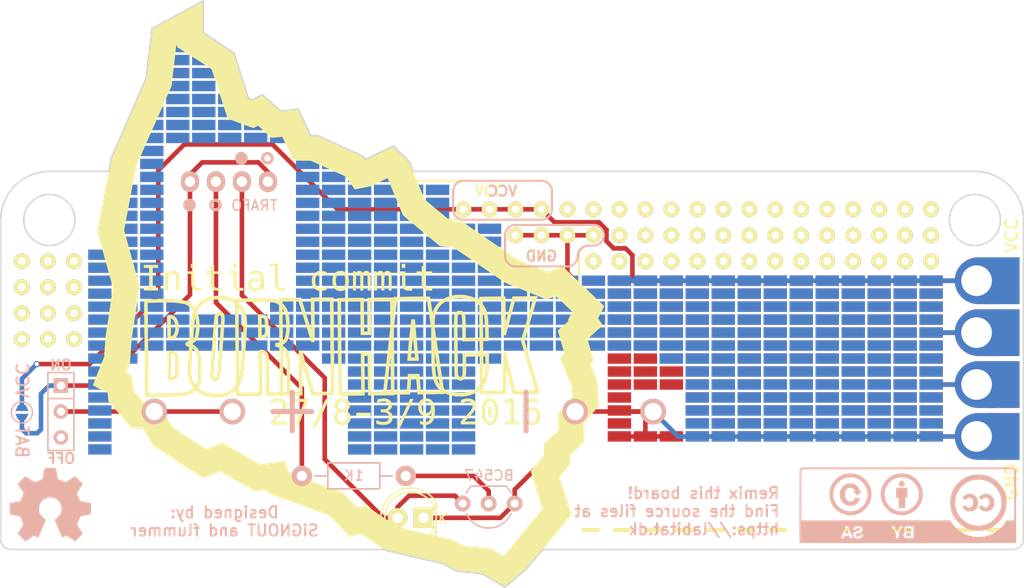
<source format=kicad_pcb>
(kicad_pcb (version 4) (host pcbnew "(2016-05-05 BZR 6775)-product")
  (layers (0 F.Cu signal) (31 B.Cu signal) (34 B.Paste user) (35 F.Paste user) (36 B.SilkS user) (37 F.SilkS user) (38 B.Mask user) (39 F.Mask user) (44 Edge.Cuts user))
  (net 0 "")
  (net 1 "Net-(BT1-Pad1)")
  (net 2 GND)
  (net 3 "Net-(D1-Pad2)")
  (net 4 "Net-(Q1-Pad2)")
  (net 5 "Net-(R1-Pad1)")
  (net 6 VCC)
  (net 7 "Net-(SW1-Pad3)")
  (net 8 "Net-(P1-Pad1)")
  (net 9 "Net-(P2-Pad1)")
  (net 10 +BATT)
  (module Connectors:SMD_Proto_pad (layer B.Cu) (at 115.57 107.315 270)
    (fp_text reference REF** hide)
    (fp_text value "SMD Proto pad" hide)
    (pad 1 smd rect (at 0 0 270) (size 1.016 2.286) (layers B.Cu B.Paste B.Mask))
  )
  (module Connectors:SMD_Proto_pad (layer B.Cu) (at 62.23 107.315 270)
    (fp_text reference REF** hide)
    (fp_text value "SMD Proto pad" hide)
    (pad 1 smd rect (at 0 0 270) (size 1.016 2.286) (layers B.Cu B.Paste B.Mask))
  )
  (module Connectors:SMD_Proto_pad (layer B.Cu) (at 59.69 116.205 270)
    (fp_text reference REF** hide)
    (fp_text value "SMD Proto pad" hide)
    (pad 1 smd rect (at 0 0 270) (size 1.016 2.286) (layers B.Cu B.Paste B.Mask))
  )
  (module Connectors:SMD_Proto_pad (layer B.Cu) (at 59.69 114.935 270)
    (fp_text reference REF** hide)
    (fp_text value "SMD Proto pad" hide)
    (pad 1 smd rect (at 0 0 270) (size 1.016 2.286) (layers B.Cu B.Paste B.Mask))
  )
  (module Connectors:SMD_Proto_pad (layer B.Cu) (at 59.69 113.665 270)
    (fp_text reference REF** hide)
    (fp_text value "SMD Proto pad" hide)
    (pad 1 smd rect (at 0 0 270) (size 1.016 2.286) (layers B.Cu B.Paste B.Mask))
  )
  (module Connectors:SMD_Proto_pad (layer B.Cu) (at 59.69 112.395 270)
    (fp_text reference REF** hide)
    (fp_text value "SMD Proto pad" hide)
    (pad 1 smd rect (at 0 0 270) (size 1.016 2.286) (layers B.Cu B.Paste B.Mask))
  )
  (module Connectors:SMD_Proto_pad (layer B.Cu) (at 59.69 111.125 270)
    (fp_text reference REF** hide)
    (fp_text value "SMD Proto pad" hide)
    (pad 1 smd rect (at 0 0 270) (size 1.016 2.286) (layers B.Cu B.Paste B.Mask))
  )
  (module Connectors:SMD_Proto_pad (layer B.Cu) (at 59.69 109.855 270)
    (fp_text reference REF** hide)
    (fp_text value "SMD Proto pad" hide)
    (pad 1 smd rect (at 0 0 270) (size 1.016 2.286) (layers B.Cu B.Paste B.Mask))
  )
  (module Connectors:SMD_Proto_pad (layer B.Cu) (at 59.69 108.585 270)
    (fp_text reference REF** hide)
    (fp_text value "SMD Proto pad" hide)
    (pad 1 smd rect (at 0 0 270) (size 1.016 2.286) (layers B.Cu B.Paste B.Mask))
  )
  (module Connectors:SMD_Proto_pad (layer B.Cu) (at 59.69 107.315 270)
    (fp_text reference REF** hide)
    (fp_text value "SMD Proto pad" hide)
    (pad 1 smd rect (at 0 0 270) (size 1.016 2.286) (layers B.Cu B.Paste B.Mask))
  )
  (module Connectors:SMD_Proto_pad (layer B.Cu) (at 67.31 102.235 270)
    (fp_text reference REF** hide)
    (fp_text value "SMD Proto pad" hide)
    (pad 1 smd rect (at 0 0 270) (size 1.016 2.286) (layers B.Cu B.Paste B.Mask))
  )
  (module Connectors:SMD_Proto_pad (layer B.Cu) (at 77.47 102.235 270)
    (fp_text reference REF** hide)
    (fp_text value "SMD Proto pad" hide)
    (pad 1 smd rect (at 0 0 270) (size 1.016 2.286) (layers B.Cu B.Paste B.Mask))
  )
  (module Connectors:SMD_Proto_pad (layer B.Cu) (at 97.79 107.315 270)
    (fp_text reference REF** hide)
    (fp_text value "SMD Proto pad" hide)
    (pad 1 smd rect (at 0 0 270) (size 1.016 2.286) (layers B.Cu B.Paste B.Mask))
  )
  (module Connectors:SMD_Proto_pad (layer B.Cu) (at 82.55 107.315 270)
    (fp_text reference REF** hide)
    (fp_text value "SMD Proto pad" hide)
    (pad 1 smd rect (at 0 0 270) (size 1.016 2.286) (layers B.Cu B.Paste B.Mask))
  )
  (module Connectors:SMD_Proto_pad (layer B.Cu) (at 67.31 103.505 270)
    (fp_text reference REF** hide)
    (fp_text value "SMD Proto pad" hide)
    (pad 1 smd rect (at 0 0 270) (size 1.016 2.286) (layers B.Cu B.Paste B.Mask))
  )
  (module Connectors:SMD_Proto_pad (layer B.Cu) (at 69.85 103.505 270)
    (fp_text reference REF** hide)
    (fp_text value "SMD Proto pad" hide)
    (pad 1 smd rect (at 0 0 270) (size 1.016 2.286) (layers B.Cu B.Paste B.Mask))
  )
  (module Connectors:SMD_Proto_pad (layer B.Cu) (at 72.39 103.505 270)
    (fp_text reference REF** hide)
    (fp_text value "SMD Proto pad" hide)
    (pad 1 smd rect (at 0 0 270) (size 1.016 2.286) (layers B.Cu B.Paste B.Mask))
  )
  (module Connectors:SMD_Proto_pad (layer B.Cu) (at 74.93 103.505 270)
    (fp_text reference REF** hide)
    (fp_text value "SMD Proto pad" hide)
    (pad 1 smd rect (at 0 0 270) (size 1.016 2.286) (layers B.Cu B.Paste B.Mask))
  )
  (module Connectors:SMD_Proto_pad (layer B.Cu) (at 77.47 103.505 270)
    (fp_text reference REF** hide)
    (fp_text value "SMD Proto pad" hide)
    (pad 1 smd rect (at 0 0 270) (size 1.016 2.286) (layers B.Cu B.Paste B.Mask))
  )
  (module Connectors:SMD_Proto_pad (layer B.Cu) (at 77.47 104.775 270)
    (fp_text reference REF** hide)
    (fp_text value "SMD Proto pad" hide)
    (pad 1 smd rect (at 0 0 270) (size 1.016 2.286) (layers B.Cu B.Paste B.Mask))
  )
  (module Connectors:SMD_Proto_pad (layer B.Cu) (at 74.93 104.775 270)
    (fp_text reference REF** hide)
    (fp_text value "SMD Proto pad" hide)
    (pad 1 smd rect (at 0 0 270) (size 1.016 2.286) (layers B.Cu B.Paste B.Mask))
  )
  (module Connectors:SMD_Proto_pad (layer B.Cu) (at 72.39 104.775 270)
    (fp_text reference REF** hide)
    (fp_text value "SMD Proto pad" hide)
    (pad 1 smd rect (at 0 0 270) (size 1.016 2.286) (layers B.Cu B.Paste B.Mask))
  )
  (module Connectors:SMD_Proto_pad (layer B.Cu) (at 69.85 104.775 270)
    (fp_text reference REF** hide)
    (fp_text value "SMD Proto pad" hide)
    (pad 1 smd rect (at 0 0 270) (size 1.016 2.286) (layers B.Cu B.Paste B.Mask))
  )
  (module Connectors:SMD_Proto_pad (layer B.Cu) (at 67.31 104.775 270)
    (fp_text reference REF** hide)
    (fp_text value "SMD Proto pad" hide)
    (pad 1 smd rect (at 0 0 270) (size 1.016 2.286) (layers B.Cu B.Paste B.Mask))
  )
  (module Connectors:SMD_Proto_pad (layer B.Cu) (at 59.69 106.045 270)
    (fp_text reference REF** hide)
    (fp_text value "SMD Proto pad" hide)
    (pad 1 smd rect (at 0 0 270) (size 1.016 2.286) (layers B.Cu B.Paste B.Mask))
  )
  (module Connectors:SMD_Proto_pad (layer B.Cu) (at 59.69 104.775 270)
    (fp_text reference REF** hide)
    (fp_text value "SMD Proto pad" hide)
    (pad 1 smd rect (at 0 0 270) (size 1.016 2.286) (layers B.Cu B.Paste B.Mask))
  )
  (module Connectors:SMD_Proto_pad (layer B.Cu) (at 59.69 103.505 270)
    (fp_text reference REF** hide)
    (fp_text value "SMD Proto pad" hide)
    (pad 1 smd rect (at 0 0 270) (size 1.016 2.286) (layers B.Cu B.Paste B.Mask))
  )
  (module Connectors:SMD_Proto_pad (layer B.Cu) (at 59.69 102.235 270)
    (fp_text reference REF** hide)
    (fp_text value "SMD Proto pad" hide)
    (pad 1 smd rect (at 0 0 270) (size 1.016 2.286) (layers B.Cu B.Paste B.Mask))
  )
  (module Connectors:SMD_Proto_pad (layer B.Cu) (at 59.69 100.965 270)
    (fp_text reference REF** hide)
    (fp_text value "SMD Proto pad" hide)
    (pad 1 smd rect (at 0 0 270) (size 1.016 2.286) (layers B.Cu B.Paste B.Mask))
  )
  (module Connectors:SMD_Proto_pad (layer B.Cu) (at 59.69 99.695 270)
    (fp_text reference REF** hide)
    (fp_text value "SMD Proto pad" hide)
    (pad 1 smd rect (at 0 0 270) (size 1.016 2.286) (layers B.Cu B.Paste B.Mask))
  )
  (module Connectors:SMD_Proto_pad (layer B.Cu) (at 59.69 98.425 270)
    (fp_text reference REF** hide)
    (fp_text value "SMD Proto pad" hide)
    (pad 1 smd rect (at 0 0 270) (size 1.016 2.286) (layers B.Cu B.Paste B.Mask))
  )
  (module Connectors:SMD_Proto_pad (layer B.Cu) (at 59.69 97.155 270)
    (fp_text reference REF** hide)
    (fp_text value "SMD Proto pad" hide)
    (pad 1 smd rect (at 0 0 270) (size 1.016 2.286) (layers B.Cu B.Paste B.Mask))
  )
  (module Connectors:SMD_Proto_pad (layer B.Cu) (at 62.23 106.045 270)
    (fp_text reference REF** hide)
    (fp_text value "SMD Proto pad" hide)
    (pad 1 smd rect (at 0 0 270) (size 1.016 2.286) (layers B.Cu B.Paste B.Mask))
  )
  (module Connectors:SMD_Proto_pad (layer B.Cu) (at 62.23 104.775 270)
    (fp_text reference REF** hide)
    (fp_text value "SMD Proto pad" hide)
    (pad 1 smd rect (at 0 0 270) (size 1.016 2.286) (layers B.Cu B.Paste B.Mask))
  )
  (module Connectors:SMD_Proto_pad (layer B.Cu) (at 62.23 103.505 270)
    (fp_text reference REF** hide)
    (fp_text value "SMD Proto pad" hide)
    (pad 1 smd rect (at 0 0 270) (size 1.016 2.286) (layers B.Cu B.Paste B.Mask))
  )
  (module Connectors:SMD_Proto_pad (layer B.Cu) (at 62.23 102.235 270)
    (fp_text reference REF** hide)
    (fp_text value "SMD Proto pad" hide)
    (pad 1 smd rect (at 0 0 270) (size 1.016 2.286) (layers B.Cu B.Paste B.Mask))
  )
  (module Connectors:SMD_Proto_pad (layer B.Cu) (at 62.23 100.965 270)
    (fp_text reference REF** hide)
    (fp_text value "SMD Proto pad" hide)
    (pad 1 smd rect (at 0 0 270) (size 1.016 2.286) (layers B.Cu B.Paste B.Mask))
  )
  (module Connectors:SMD_Proto_pad (layer B.Cu) (at 62.23 99.695 270)
    (fp_text reference REF** hide)
    (fp_text value "SMD Proto pad" hide)
    (pad 1 smd rect (at 0 0 270) (size 1.016 2.286) (layers B.Cu B.Paste B.Mask))
  )
  (module Connectors:SMD_Proto_pad (layer B.Cu) (at 62.23 98.425 270)
    (fp_text reference REF** hide)
    (fp_text value "SMD Proto pad" hide)
    (pad 1 smd rect (at 0 0 270) (size 1.016 2.286) (layers B.Cu B.Paste B.Mask))
  )
  (module Connectors:SMD_Proto_pad (layer B.Cu) (at 62.23 97.155 270)
    (fp_text reference REF** hide)
    (fp_text value "SMD Proto pad" hide)
    (pad 1 smd rect (at 0 0 270) (size 1.016 2.286) (layers B.Cu B.Paste B.Mask))
  )
  (module Connectors:SMD_Proto_pad (layer B.Cu) (at 62.23 95.885 270)
    (fp_text reference REF** hide)
    (fp_text value "SMD Proto pad" hide)
    (pad 1 smd rect (at 0 0 270) (size 1.016 2.286) (layers B.Cu B.Paste B.Mask))
  )
  (module Connectors:SMD_Proto_pad (layer B.Cu) (at 62.23 94.615 270)
    (fp_text reference REF** hide)
    (fp_text value "SMD Proto pad" hide)
    (pad 1 smd rect (at 0 0 270) (size 1.016 2.286) (layers B.Cu B.Paste B.Mask))
  )
  (module Connectors:SMD_Proto_pad (layer B.Cu) (at 62.23 93.345 270)
    (fp_text reference REF** hide)
    (fp_text value "SMD Proto pad" hide)
    (pad 1 smd rect (at 0 0 270) (size 1.016 2.286) (layers B.Cu B.Paste B.Mask))
  )
  (module Connectors:SMD_Proto_pad (layer B.Cu) (at 62.23 92.075 270)
    (fp_text reference REF** hide)
    (fp_text value "SMD Proto pad" hide)
    (pad 1 smd rect (at 0 0 270) (size 1.016 2.286) (layers B.Cu B.Paste B.Mask))
  )
  (module Connectors:SMD_Proto_pad (layer B.Cu) (at 62.23 90.805 270)
    (fp_text reference REF** hide)
    (fp_text value "SMD Proto pad" hide)
    (pad 1 smd rect (at 0 0 270) (size 1.016 2.286) (layers B.Cu B.Paste B.Mask))
  )
  (module Aesthetics:Bornhack-logo-50mm (layer F.Cu) (at 84 101)
    (fp_text reference G*** hide)
    (fp_text value LOGO hide)
  )
  (module Connectors:SMD_Proto_pad (layer B.Cu) (at 95.25 116.205 270)
    (fp_text reference REF** hide)
    (fp_text value "SMD Proto pad" hide)
    (pad 1 smd rect (at 0 0 270) (size 1.016 2.286) (layers B.Cu B.Paste B.Mask))
  )
  (module Connectors:SMD_Proto_pad (layer B.Cu) (at 95.25 114.935 270)
    (fp_text reference REF** hide)
    (fp_text value "SMD Proto pad" hide)
    (pad 1 smd rect (at 0 0 270) (size 1.016 2.286) (layers B.Cu B.Paste B.Mask))
  )
  (module Connectors:SMD_Proto_pad (layer B.Cu) (at 95.25 113.665 270)
    (fp_text reference REF** hide)
    (fp_text value "SMD Proto pad" hide)
    (pad 1 smd rect (at 0 0 270) (size 1.016 2.286) (layers B.Cu B.Paste B.Mask))
  )
  (module Connectors:SMD_Proto_pad (layer B.Cu) (at 95.25 112.395 270)
    (fp_text reference REF** hide)
    (fp_text value "SMD Proto pad" hide)
    (pad 1 smd rect (at 0 0 270) (size 1.016 2.286) (layers B.Cu B.Paste B.Mask))
  )
  (module Connectors:SMD_Proto_pad (layer B.Cu) (at 95.25 111.125 270)
    (fp_text reference REF** hide)
    (fp_text value "SMD Proto pad" hide)
    (pad 1 smd rect (at 0 0 270) (size 1.016 2.286) (layers B.Cu B.Paste B.Mask))
  )
  (module Connectors:SMD_Proto_pad (layer B.Cu) (at 95.25 109.855 270)
    (fp_text reference REF** hide)
    (fp_text value "SMD Proto pad" hide)
    (pad 1 smd rect (at 0 0 270) (size 1.016 2.286) (layers B.Cu B.Paste B.Mask))
  )
  (module Connectors:SMD_Proto_pad (layer B.Cu) (at 95.25 108.585 270)
    (fp_text reference REF** hide)
    (fp_text value "SMD Proto pad" hide)
    (pad 1 smd rect (at 0 0 270) (size 1.016 2.286) (layers B.Cu B.Paste B.Mask))
  )
  (module Connectors:SMD_Proto_pad (layer B.Cu) (at 92.71 108.585 270)
    (fp_text reference REF** hide)
    (fp_text value "SMD Proto pad" hide)
    (pad 1 smd rect (at 0 0 270) (size 1.016 2.286) (layers B.Cu B.Paste B.Mask))
  )
  (module Connectors:SMD_Proto_pad (layer B.Cu) (at 92.71 109.855 270)
    (fp_text reference REF** hide)
    (fp_text value "SMD Proto pad" hide)
    (pad 1 smd rect (at 0 0 270) (size 1.016 2.286) (layers B.Cu B.Paste B.Mask))
  )
  (module Connectors:SMD_Proto_pad (layer B.Cu) (at 92.71 111.125 270)
    (fp_text reference REF** hide)
    (fp_text value "SMD Proto pad" hide)
    (pad 1 smd rect (at 0 0 270) (size 1.016 2.286) (layers B.Cu B.Paste B.Mask))
  )
  (module Connectors:SMD_Proto_pad (layer B.Cu) (at 92.71 112.395 270)
    (fp_text reference REF** hide)
    (fp_text value "SMD Proto pad" hide)
    (pad 1 smd rect (at 0 0 270) (size 1.016 2.286) (layers B.Cu B.Paste B.Mask))
  )
  (module Connectors:SMD_Proto_pad (layer B.Cu) (at 92.71 113.665 270)
    (fp_text reference REF** hide)
    (fp_text value "SMD Proto pad" hide)
    (pad 1 smd rect (at 0 0 270) (size 1.016 2.286) (layers B.Cu B.Paste B.Mask))
  )
  (module Connectors:SMD_Proto_pad (layer B.Cu) (at 92.71 114.935 270)
    (fp_text reference REF** hide)
    (fp_text value "SMD Proto pad" hide)
    (pad 1 smd rect (at 0 0 270) (size 1.016 2.286) (layers B.Cu B.Paste B.Mask))
  )
  (module Connectors:SMD_Proto_pad (layer B.Cu) (at 92.71 116.205 270)
    (fp_text reference REF** hide)
    (fp_text value "SMD Proto pad" hide)
    (pad 1 smd rect (at 0 0 270) (size 1.016 2.286) (layers B.Cu B.Paste B.Mask))
  )
  (module Connectors:SMD_Proto_pad (layer B.Cu) (at 90.17 116.205 270)
    (fp_text reference REF** hide)
    (fp_text value "SMD Proto pad" hide)
    (pad 1 smd rect (at 0 0 270) (size 1.016 2.286) (layers B.Cu B.Paste B.Mask))
  )
  (module Connectors:SMD_Proto_pad (layer B.Cu) (at 90.17 114.935 270)
    (fp_text reference REF** hide)
    (fp_text value "SMD Proto pad" hide)
    (pad 1 smd rect (at 0 0 270) (size 1.016 2.286) (layers B.Cu B.Paste B.Mask))
  )
  (module Connectors:SMD_Proto_pad (layer B.Cu) (at 90.17 113.665 270)
    (fp_text reference REF** hide)
    (fp_text value "SMD Proto pad" hide)
    (pad 1 smd rect (at 0 0 270) (size 1.016 2.286) (layers B.Cu B.Paste B.Mask))
  )
  (module Connectors:SMD_Proto_pad (layer B.Cu) (at 90.17 112.395 270)
    (fp_text reference REF** hide)
    (fp_text value "SMD Proto pad" hide)
    (pad 1 smd rect (at 0 0 270) (size 1.016 2.286) (layers B.Cu B.Paste B.Mask))
  )
  (module Connectors:SMD_Proto_pad (layer B.Cu) (at 90.17 111.125 270)
    (fp_text reference REF** hide)
    (fp_text value "SMD Proto pad" hide)
    (pad 1 smd rect (at 0 0 270) (size 1.016 2.286) (layers B.Cu B.Paste B.Mask))
  )
  (module Connectors:SMD_Proto_pad (layer B.Cu) (at 90.17 109.855 270)
    (fp_text reference REF** hide)
    (fp_text value "SMD Proto pad" hide)
    (pad 1 smd rect (at 0 0 270) (size 1.016 2.286) (layers B.Cu B.Paste B.Mask))
  )
  (module Connectors:SMD_Proto_pad (layer B.Cu) (at 90.17 108.585 270)
    (fp_text reference REF** hide)
    (fp_text value "SMD Proto pad" hide)
    (pad 1 smd rect (at 0 0 270) (size 1.016 2.286) (layers B.Cu B.Paste B.Mask))
  )
  (module Connectors:SMD_Proto_pad (layer B.Cu) (at 87.63 108.585 270)
    (fp_text reference REF** hide)
    (fp_text value "SMD Proto pad" hide)
    (pad 1 smd rect (at 0 0 270) (size 1.016 2.286) (layers B.Cu B.Paste B.Mask))
  )
  (module Connectors:SMD_Proto_pad (layer B.Cu) (at 87.63 109.855 270)
    (fp_text reference REF** hide)
    (fp_text value "SMD Proto pad" hide)
    (pad 1 smd rect (at 0 0 270) (size 1.016 2.286) (layers B.Cu B.Paste B.Mask))
  )
  (module Connectors:SMD_Proto_pad (layer B.Cu) (at 87.63 111.125 270)
    (fp_text reference REF** hide)
    (fp_text value "SMD Proto pad" hide)
    (pad 1 smd rect (at 0 0 270) (size 1.016 2.286) (layers B.Cu B.Paste B.Mask))
  )
  (module Connectors:SMD_Proto_pad (layer B.Cu) (at 87.63 112.395 270)
    (fp_text reference REF** hide)
    (fp_text value "SMD Proto pad" hide)
    (pad 1 smd rect (at 0 0 270) (size 1.016 2.286) (layers B.Cu B.Paste B.Mask))
  )
  (module Connectors:SMD_Proto_pad (layer B.Cu) (at 87.63 113.665 270)
    (fp_text reference REF** hide)
    (fp_text value "SMD Proto pad" hide)
    (pad 1 smd rect (at 0 0 270) (size 1.016 2.286) (layers B.Cu B.Paste B.Mask))
  )
  (module Connectors:SMD_Proto_pad (layer B.Cu) (at 87.63 114.935 270)
    (fp_text reference REF** hide)
    (fp_text value "SMD Proto pad" hide)
    (pad 1 smd rect (at 0 0 270) (size 1.016 2.286) (layers B.Cu B.Paste B.Mask))
  )
  (module Connectors:SMD_Proto_pad (layer B.Cu) (at 87.63 116.205 270)
    (fp_text reference REF** hide)
    (fp_text value "SMD Proto pad" hide)
    (pad 1 smd rect (at 0 0 270) (size 1.016 2.286) (layers B.Cu B.Paste B.Mask))
  )
  (module Connectors:SMD_Proto_pad (layer B.Cu) (at 85.09 116.205 270)
    (fp_text reference REF** hide)
    (fp_text value "SMD Proto pad" hide)
    (pad 1 smd rect (at 0 0 270) (size 1.016 2.286) (layers B.Cu B.Paste B.Mask))
  )
  (module Connectors:SMD_Proto_pad (layer B.Cu) (at 85.09 114.935 270)
    (fp_text reference REF** hide)
    (fp_text value "SMD Proto pad" hide)
    (pad 1 smd rect (at 0 0 270) (size 1.016 2.286) (layers B.Cu B.Paste B.Mask))
  )
  (module Connectors:SMD_Proto_pad (layer B.Cu) (at 85.09 113.665 270)
    (fp_text reference REF** hide)
    (fp_text value "SMD Proto pad" hide)
    (pad 1 smd rect (at 0 0 270) (size 1.016 2.286) (layers B.Cu B.Paste B.Mask))
  )
  (module Connectors:SMD_Proto_pad (layer B.Cu) (at 85.09 112.395 270)
    (fp_text reference REF** hide)
    (fp_text value "SMD Proto pad" hide)
    (pad 1 smd rect (at 0 0 270) (size 1.016 2.286) (layers B.Cu B.Paste B.Mask))
  )
  (module Connectors:SMD_Proto_pad (layer B.Cu) (at 85.09 111.125 270)
    (fp_text reference REF** hide)
    (fp_text value "SMD Proto pad" hide)
    (pad 1 smd rect (at 0 0 270) (size 1.016 2.286) (layers B.Cu B.Paste B.Mask))
  )
  (module Connectors:SMD_Proto_pad (layer B.Cu) (at 85.09 109.855 270)
    (fp_text reference REF** hide)
    (fp_text value "SMD Proto pad" hide)
    (pad 1 smd rect (at 0 0 270) (size 1.016 2.286) (layers B.Cu B.Paste B.Mask))
  )
  (module Connectors:SMD_Proto_pad (layer B.Cu) (at 85.09 108.585 270)
    (fp_text reference REF** hide)
    (fp_text value "SMD Proto pad" hide)
    (pad 1 smd rect (at 0 0 270) (size 1.016 2.286) (layers B.Cu B.Paste B.Mask))
  )
  (module Connectors:SMD_Proto_pad (layer B.Cu) (at 67.31 106.045 270)
    (fp_text reference REF** hide)
    (fp_text value "SMD Proto pad" hide)
    (pad 1 smd rect (at 0 0 270) (size 1.016 2.286) (layers B.Cu B.Paste B.Mask))
  )
  (module Connectors:SMD_Proto_pad (layer B.Cu) (at 69.85 106.045 270)
    (fp_text reference REF** hide)
    (fp_text value "SMD Proto pad" hide)
    (pad 1 smd rect (at 0 0 270) (size 1.016 2.286) (layers B.Cu B.Paste B.Mask))
  )
  (module Connectors:SMD_Proto_pad (layer B.Cu) (at 72.39 106.045 270)
    (fp_text reference REF** hide)
    (fp_text value "SMD Proto pad" hide)
    (pad 1 smd rect (at 0 0 270) (size 1.016 2.286) (layers B.Cu B.Paste B.Mask))
  )
  (module Connectors:SMD_Proto_pad (layer B.Cu) (at 74.93 106.045 270)
    (fp_text reference REF** hide)
    (fp_text value "SMD Proto pad" hide)
    (pad 1 smd rect (at 0 0 270) (size 1.016 2.286) (layers B.Cu B.Paste B.Mask))
  )
  (module Connectors:SMD_Proto_pad (layer B.Cu) (at 77.47 106.045 270)
    (fp_text reference REF** hide)
    (fp_text value "SMD Proto pad" hide)
    (pad 1 smd rect (at 0 0 270) (size 1.016 2.286) (layers B.Cu B.Paste B.Mask))
  )
  (module Connectors:SMD_Proto_pad (layer B.Cu) (at 64.77 106.045 270)
    (fp_text reference REF** hide)
    (fp_text value "SMD Proto pad" hide)
    (pad 1 smd rect (at 0 0 270) (size 1.016 2.286) (layers B.Cu B.Paste B.Mask))
  )
  (module Connectors:SMD_Proto_pad (layer B.Cu) (at 64.77 104.775 270)
    (fp_text reference REF** hide)
    (fp_text value "SMD Proto pad" hide)
    (pad 1 smd rect (at 0 0 270) (size 1.016 2.286) (layers B.Cu B.Paste B.Mask))
  )
  (module Connectors:SMD_Proto_pad (layer B.Cu) (at 64.77 103.505 270)
    (fp_text reference REF** hide)
    (fp_text value "SMD Proto pad" hide)
    (pad 1 smd rect (at 0 0 270) (size 1.016 2.286) (layers B.Cu B.Paste B.Mask))
  )
  (module Connectors:SMD_Proto_pad (layer B.Cu) (at 64.77 102.235 270)
    (fp_text reference REF** hide)
    (fp_text value "SMD Proto pad" hide)
    (pad 1 smd rect (at 0 0 270) (size 1.016 2.286) (layers B.Cu B.Paste B.Mask))
  )
  (module Connectors:SMD_Proto_pad (layer B.Cu) (at 64.77 100.965 270)
    (fp_text reference REF** hide)
    (fp_text value "SMD Proto pad" hide)
    (pad 1 smd rect (at 0 0 270) (size 1.016 2.286) (layers B.Cu B.Paste B.Mask))
  )
  (module Connectors:SMD_Proto_pad (layer B.Cu) (at 64.77 99.695 270)
    (fp_text reference REF** hide)
    (fp_text value "SMD Proto pad" hide)
    (pad 1 smd rect (at 0 0 270) (size 1.016 2.286) (layers B.Cu B.Paste B.Mask))
  )
  (module Connectors:SMD_Proto_pad (layer B.Cu) (at 64.77 98.425 270)
    (fp_text reference REF** hide)
    (fp_text value "SMD Proto pad" hide)
    (pad 1 smd rect (at 0 0 270) (size 1.016 2.286) (layers B.Cu B.Paste B.Mask))
  )
  (module Connectors:SMD_Proto_pad (layer B.Cu) (at 64.77 97.155 270)
    (fp_text reference REF** hide)
    (fp_text value "SMD Proto pad" hide)
    (pad 1 smd rect (at 0 0 270) (size 1.016 2.286) (layers B.Cu B.Paste B.Mask))
  )
  (module Connectors:SMD_Proto_pad (layer B.Cu) (at 64.77 95.885 270)
    (fp_text reference REF** hide)
    (fp_text value "SMD Proto pad" hide)
    (pad 1 smd rect (at 0 0 270) (size 1.016 2.286) (layers B.Cu B.Paste B.Mask))
  )
  (module Connectors:SMD_Proto_pad (layer B.Cu) (at 64.77 94.615 270)
    (fp_text reference REF** hide)
    (fp_text value "SMD Proto pad" hide)
    (pad 1 smd rect (at 0 0 270) (size 1.016 2.286) (layers B.Cu B.Paste B.Mask))
  )
  (module Connectors:SMD_Proto_pad (layer B.Cu) (at 64.77 93.345 270)
    (fp_text reference REF** hide)
    (fp_text value "SMD Proto pad" hide)
    (pad 1 smd rect (at 0 0 270) (size 1.016 2.286) (layers B.Cu B.Paste B.Mask))
  )
  (module Connectors:SMD_Proto_pad (layer B.Cu) (at 64.77 92.075 270)
    (fp_text reference REF** hide)
    (fp_text value "SMD Proto pad" hide)
    (pad 1 smd rect (at 0 0 270) (size 1.016 2.286) (layers B.Cu B.Paste B.Mask))
  )
  (module Connectors:SMD_Proto_pad (layer B.Cu) (at 80.01 106.045 270)
    (fp_text reference REF** hide)
    (fp_text value "SMD Proto pad" hide)
    (pad 1 smd rect (at 0 0 270) (size 1.016 2.286) (layers B.Cu B.Paste B.Mask))
  )
  (module Connectors:SMD_Proto_pad (layer B.Cu) (at 80.01 104.775 270)
    (fp_text reference REF** hide)
    (fp_text value "SMD Proto pad" hide)
    (pad 1 smd rect (at 0 0 270) (size 1.016 2.286) (layers B.Cu B.Paste B.Mask))
  )
  (module Connectors:SMD_Proto_pad (layer B.Cu) (at 80.01 103.505 270)
    (fp_text reference REF** hide)
    (fp_text value "SMD Proto pad" hide)
    (pad 1 smd rect (at 0 0 270) (size 1.016 2.286) (layers B.Cu B.Paste B.Mask))
  )
  (module Connectors:SMD_Proto_pad (layer B.Cu) (at 80.01 102.235 270)
    (fp_text reference REF** hide)
    (fp_text value "SMD Proto pad" hide)
    (pad 1 smd rect (at 0 0 270) (size 1.016 2.286) (layers B.Cu B.Paste B.Mask))
  )
  (module Connectors:SMD_Proto_pad (layer B.Cu) (at 80.01 100.965 270)
    (fp_text reference REF** hide)
    (fp_text value "SMD Proto pad" hide)
    (pad 1 smd rect (at 0 0 270) (size 1.016 2.286) (layers B.Cu B.Paste B.Mask))
  )
  (module Connectors:SMD_Proto_pad (layer B.Cu) (at 80.01 99.695 270)
    (fp_text reference REF** hide)
    (fp_text value "SMD Proto pad" hide)
    (pad 1 smd rect (at 0 0 270) (size 1.016 2.286) (layers B.Cu B.Paste B.Mask))
  )
  (module Connectors:SMD_Proto_pad (layer B.Cu) (at 80.01 98.425 270)
    (fp_text reference REF** hide)
    (fp_text value "SMD Proto pad" hide)
    (pad 1 smd rect (at 0 0 270) (size 1.016 2.286) (layers B.Cu B.Paste B.Mask))
  )
  (module Connectors:SMD_Proto_pad (layer B.Cu) (at 80.01 97.155 270)
    (fp_text reference REF** hide)
    (fp_text value "SMD Proto pad" hide)
    (pad 1 smd rect (at 0 0 270) (size 1.016 2.286) (layers B.Cu B.Paste B.Mask))
  )
  (module Connectors:SMD_Proto_pad (layer B.Cu) (at 80.01 95.885 270)
    (fp_text reference REF** hide)
    (fp_text value "SMD Proto pad" hide)
    (pad 1 smd rect (at 0 0 270) (size 1.016 2.286) (layers B.Cu B.Paste B.Mask))
  )
  (module Connectors:SMD_Proto_pad (layer B.Cu) (at 80.01 94.615 270)
    (fp_text reference REF** hide)
    (fp_text value "SMD Proto pad" hide)
    (pad 1 smd rect (at 0 0 270) (size 1.016 2.286) (layers B.Cu B.Paste B.Mask))
  )
  (module Connectors:SMD_Proto_pad (layer B.Cu) (at 80.01 93.345 270)
    (fp_text reference REF** hide)
    (fp_text value "SMD Proto pad" hide)
    (pad 1 smd rect (at 0 0 270) (size 1.016 2.286) (layers B.Cu B.Paste B.Mask))
  )
  (module Connectors:SMD_Proto_pad (layer B.Cu) (at 80.01 92.075 270)
    (fp_text reference REF** hide)
    (fp_text value "SMD Proto pad" hide)
    (pad 1 smd rect (at 0 0 270) (size 1.016 2.286) (layers B.Cu B.Paste B.Mask))
  )
  (module Connectors:SMD_Proto_pad (layer B.Cu) (at 80.01 90.805 270)
    (fp_text reference REF** hide)
    (fp_text value "SMD Proto pad" hide)
    (pad 1 smd rect (at 0 0 270) (size 1.016 2.286) (layers B.Cu B.Paste B.Mask))
  )
  (module Connectors:SMD_Proto_pad (layer B.Cu) (at 80.01 89.535 270)
    (fp_text reference REF** hide)
    (fp_text value "SMD Proto pad" hide)
    (pad 1 smd rect (at 0 0 270) (size 1.016 2.286) (layers B.Cu B.Paste B.Mask))
  )
  (module Connectors:SMD_Proto_pad (layer B.Cu) (at 64.77 90.805 270)
    (fp_text reference REF** hide)
    (fp_text value "SMD Proto pad" hide)
    (pad 1 smd rect (at 0 0 270) (size 1.016 2.286) (layers B.Cu B.Paste B.Mask))
  )
  (module Connectors:SMD_Proto_pad (layer B.Cu) (at 64.77 89.535 270)
    (fp_text reference REF** hide)
    (fp_text value "SMD Proto pad" hide)
    (pad 1 smd rect (at 0 0 270) (size 1.016 2.286) (layers B.Cu B.Paste B.Mask))
  )
  (module Connectors:SMD_Proto_pad (layer B.Cu) (at 64.77 88.265 270)
    (fp_text reference REF** hide)
    (fp_text value "SMD Proto pad" hide)
    (pad 1 smd rect (at 0 0 270) (size 1.016 2.286) (layers B.Cu B.Paste B.Mask))
  )
  (module Connectors:SMD_Proto_pad (layer B.Cu) (at 64.77 86.995 270)
    (fp_text reference REF** hide)
    (fp_text value "SMD Proto pad" hide)
    (pad 1 smd rect (at 0 0 270) (size 1.016 2.286) (layers B.Cu B.Paste B.Mask))
  )
  (module Connectors:SMD_Proto_pad (layer B.Cu) (at 64.77 85.725 270)
    (fp_text reference REF** hide)
    (fp_text value "SMD Proto pad" hide)
    (pad 1 smd rect (at 0 0 270) (size 1.016 2.286) (layers B.Cu B.Paste B.Mask))
  )
  (module Connectors:SMD_Proto_pad (layer B.Cu) (at 64.77 84.455 270)
    (fp_text reference REF** hide)
    (fp_text value "SMD Proto pad" hide)
    (pad 1 smd rect (at 0 0 270) (size 1.016 2.286) (layers B.Cu B.Paste B.Mask))
  )
  (module Connectors:SMD_Proto_pad (layer B.Cu) (at 69.85 78.105 270)
    (fp_text reference REF** hide)
    (fp_text value "SMD Proto pad" hide)
    (pad 1 smd rect (at 0 0 270) (size 1.016 2.286) (layers B.Cu B.Paste B.Mask))
  )
  (module Connectors:SMD_Proto_pad (layer B.Cu) (at 69.85 79.375 270)
    (fp_text reference REF** hide)
    (fp_text value "SMD Proto pad" hide)
    (pad 1 smd rect (at 0 0 270) (size 1.016 2.286) (layers B.Cu B.Paste B.Mask))
  )
  (module Connectors:SMD_Proto_pad (layer B.Cu) (at 69.85 80.645 270)
    (fp_text reference REF** hide)
    (fp_text value "SMD Proto pad" hide)
    (pad 1 smd rect (at 0 0 270) (size 1.016 2.286) (layers B.Cu B.Paste B.Mask))
  )
  (module Connectors:SMD_Proto_pad (layer B.Cu) (at 67.31 75.565 270)
    (fp_text reference REF** hide)
    (fp_text value "SMD Proto pad" hide)
    (pad 1 smd rect (at 0 0 270) (size 1.016 2.286) (layers B.Cu B.Paste B.Mask))
  )
  (module Connectors:SMD_Proto_pad (layer B.Cu) (at 67.31 76.835 270)
    (fp_text reference REF** hide)
    (fp_text value "SMD Proto pad" hide)
    (pad 1 smd rect (at 0 0 270) (size 1.016 2.286) (layers B.Cu B.Paste B.Mask))
  )
  (module Connectors:SMD_Proto_pad (layer B.Cu) (at 67.31 78.105 270)
    (fp_text reference REF** hide)
    (fp_text value "SMD Proto pad" hide)
    (pad 1 smd rect (at 0 0 270) (size 1.016 2.286) (layers B.Cu B.Paste B.Mask))
  )
  (module Connectors:SMD_Proto_pad (layer B.Cu) (at 67.31 79.375 270)
    (fp_text reference REF** hide)
    (fp_text value "SMD Proto pad" hide)
    (pad 1 smd rect (at 0 0 270) (size 1.016 2.286) (layers B.Cu B.Paste B.Mask))
  )
  (module Connectors:SMD_Proto_pad (layer B.Cu) (at 67.31 80.645 270)
    (fp_text reference REF** hide)
    (fp_text value "SMD Proto pad" hide)
    (pad 1 smd rect (at 0 0 270) (size 1.016 2.286) (layers B.Cu B.Paste B.Mask))
  )
  (module Connectors:SMD_Proto_pad (layer B.Cu) (at 64.77 83.185 270)
    (fp_text reference REF** hide)
    (fp_text value "SMD Proto pad" hide)
    (pad 1 smd rect (at 0 0 270) (size 1.016 2.286) (layers B.Cu B.Paste B.Mask))
  )
  (module Connectors:SMD_Proto_pad (layer B.Cu) (at 67.31 81.915 270)
    (fp_text reference REF** hide)
    (fp_text value "SMD Proto pad" hide)
    (pad 1 smd rect (at 0 0 270) (size 1.016 2.286) (layers B.Cu B.Paste B.Mask))
  )
  (module Connectors:SMD_Proto_pad (layer B.Cu) (at 69.85 81.915 270)
    (fp_text reference REF** hide)
    (fp_text value "SMD Proto pad" hide)
    (pad 1 smd rect (at 0 0 270) (size 1.016 2.286) (layers B.Cu B.Paste B.Mask))
  )
  (module Connectors:SMD_Proto_pad (layer B.Cu) (at 72.39 81.915 270)
    (fp_text reference REF** hide)
    (fp_text value "SMD Proto pad" hide)
    (pad 1 smd rect (at 0 0 270) (size 1.016 2.286) (layers B.Cu B.Paste B.Mask))
  )
  (module Connectors:SMD_Proto_pad (layer B.Cu) (at 67.31 83.185 270)
    (fp_text reference REF** hide)
    (fp_text value "SMD Proto pad" hide)
    (pad 1 smd rect (at 0 0 270) (size 1.016 2.286) (layers B.Cu B.Paste B.Mask))
  )
  (module Connectors:SMD_Proto_pad (layer B.Cu) (at 67.31 84.455 270)
    (fp_text reference REF** hide)
    (fp_text value "SMD Proto pad" hide)
    (pad 1 smd rect (at 0 0 270) (size 1.016 2.286) (layers B.Cu B.Paste B.Mask))
  )
  (module Connectors:SMD_Proto_pad (layer B.Cu) (at 67.31 85.725 270)
    (fp_text reference REF** hide)
    (fp_text value "SMD Proto pad" hide)
    (pad 1 smd rect (at 0 0 270) (size 1.016 2.286) (layers B.Cu B.Paste B.Mask))
  )
  (module Connectors:SMD_Proto_pad (layer B.Cu) (at 69.85 85.725 270)
    (fp_text reference REF** hide)
    (fp_text value "SMD Proto pad" hide)
    (pad 1 smd rect (at 0 0 270) (size 1.016 2.286) (layers B.Cu B.Paste B.Mask))
  )
  (module Connectors:SMD_Proto_pad (layer B.Cu) (at 69.85 84.455 270)
    (fp_text reference REF** hide)
    (fp_text value "SMD Proto pad" hide)
    (pad 1 smd rect (at 0 0 270) (size 1.016 2.286) (layers B.Cu B.Paste B.Mask))
  )
  (module Connectors:SMD_Proto_pad (layer B.Cu) (at 69.85 83.185 270)
    (fp_text reference REF** hide)
    (fp_text value "SMD Proto pad" hide)
    (pad 1 smd rect (at 0 0 270) (size 1.016 2.286) (layers B.Cu B.Paste B.Mask))
  )
  (module Connectors:SMD_Proto_pad (layer B.Cu) (at 74.93 83.185 270)
    (fp_text reference REF** hide)
    (fp_text value "SMD Proto pad" hide)
    (pad 1 smd rect (at 0 0 270) (size 1.016 2.286) (layers B.Cu B.Paste B.Mask))
  )
  (module Connectors:SMD_Proto_pad (layer B.Cu) (at 72.39 83.185 270)
    (fp_text reference REF** hide)
    (fp_text value "SMD Proto pad" hide)
    (pad 1 smd rect (at 0 0 270) (size 1.016 2.286) (layers B.Cu B.Paste B.Mask))
  )
  (module Connectors:SMD_Proto_pad (layer B.Cu) (at 72.39 84.455 270)
    (fp_text reference REF** hide)
    (fp_text value "SMD Proto pad" hide)
    (pad 1 smd rect (at 0 0 270) (size 1.016 2.286) (layers B.Cu B.Paste B.Mask))
  )
  (module Connectors:SMD_Proto_pad (layer B.Cu) (at 72.39 85.725 270)
    (fp_text reference REF** hide)
    (fp_text value "SMD Proto pad" hide)
    (pad 1 smd rect (at 0 0 270) (size 1.016 2.286) (layers B.Cu B.Paste B.Mask))
  )
  (module Connectors:SMD_Proto_pad (layer B.Cu) (at 74.93 85.725 270)
    (fp_text reference REF** hide)
    (fp_text value "SMD Proto pad" hide)
    (pad 1 smd rect (at 0 0 270) (size 1.016 2.286) (layers B.Cu B.Paste B.Mask))
  )
  (module Connectors:SMD_Proto_pad (layer B.Cu) (at 74.93 84.455 270)
    (fp_text reference REF** hide)
    (fp_text value "SMD Proto pad" hide)
    (pad 1 smd rect (at 0 0 270) (size 1.016 2.286) (layers B.Cu B.Paste B.Mask))
  )
  (module Connectors:SMD_Proto_pad (layer B.Cu) (at 77.47 84.455 270)
    (fp_text reference REF** hide)
    (fp_text value "SMD Proto pad" hide)
    (pad 1 smd rect (at 0 0 270) (size 1.016 2.286) (layers B.Cu B.Paste B.Mask))
  )
  (module Connectors:SMD_Proto_pad (layer B.Cu) (at 77.47 85.725 270)
    (fp_text reference REF** hide)
    (fp_text value "SMD Proto pad" hide)
    (pad 1 smd rect (at 0 0 270) (size 1.016 2.286) (layers B.Cu B.Paste B.Mask))
  )
  (module Connectors:SMD_Proto_pad (layer B.Cu) (at 80.01 86.995 270)
    (fp_text reference REF** hide)
    (fp_text value "SMD Proto pad" hide)
    (pad 1 smd rect (at 0 0 270) (size 1.016 2.286) (layers B.Cu B.Paste B.Mask))
  )
  (module Connectors:SMD_Proto_pad (layer B.Cu) (at 80.01 88.265 270)
    (fp_text reference REF** hide)
    (fp_text value "SMD Proto pad" hide)
    (pad 1 smd rect (at 0 0 270) (size 1.016 2.286) (layers B.Cu B.Paste B.Mask))
  )
  (module Connectors:SMD_Proto_pad (layer B.Cu) (at 82.55 88.265 270)
    (fp_text reference REF** hide)
    (fp_text value "SMD Proto pad" hide)
    (pad 1 smd rect (at 0 0 270) (size 1.016 2.286) (layers B.Cu B.Paste B.Mask))
  )
  (module Connectors:SMD_Proto_pad (layer F.Cu) (at 110.49 113.665 90)
    (fp_text reference REF** hide)
    (fp_text value "SMD Proto pad" hide)
    (pad 1 smd rect (at 0 0 90) (size 1.016 2.286) (layers F.Cu F.Paste F.Mask))
  )
  (module Connectors:SMD_Proto_pad (layer F.Cu) (at 110.49 112.395 90)
    (fp_text reference REF** hide)
    (fp_text value "SMD Proto pad" hide)
    (pad 1 smd rect (at 0 0 90) (size 1.016 2.286) (layers F.Cu F.Paste F.Mask) (net 2 GND))
  )
  (module Connectors:SMD_Proto_pad (layer F.Cu) (at 110.49 111.125 90)
    (fp_text reference REF** hide)
    (fp_text value "SMD Proto pad" hide)
    (pad 1 smd rect (at 0 0 90) (size 1.016 2.286) (layers F.Cu F.Paste F.Mask))
  )
  (module Connectors:SMD_Proto_pad (layer B.Cu) (at 118.11 114.935 270)
    (fp_text reference REF** hide)
    (fp_text value "SMD Proto pad" hide)
    (pad 1 smd rect (at 0 0 270) (size 1.016 2.286) (layers B.Cu B.Paste B.Mask) (net 2 GND))
  )
  (module Connectors:SMD_Proto_pad (layer B.Cu) (at 120.65 114.935 270)
    (fp_text reference REF** hide)
    (fp_text value "SMD Proto pad" hide)
    (pad 1 smd rect (at 0 0 270) (size 1.016 2.286) (layers B.Cu B.Paste B.Mask) (net 2 GND))
  )
  (module Connectors:SMD_Proto_pad (layer B.Cu) (at 123.19 114.935 270)
    (fp_text reference REF** hide)
    (fp_text value "SMD Proto pad" hide)
    (pad 1 smd rect (at 0 0 270) (size 1.016 2.286) (layers B.Cu B.Paste B.Mask) (net 2 GND))
  )
  (module Connectors:SMD_Proto_pad (layer B.Cu) (at 125.73 114.935 270)
    (fp_text reference REF** hide)
    (fp_text value "SMD Proto pad" hide)
    (pad 1 smd rect (at 0 0 270) (size 1.016 2.286) (layers B.Cu B.Paste B.Mask) (net 2 GND))
  )
  (module Connectors:SMD_Proto_pad (layer B.Cu) (at 128.27 114.935 270)
    (fp_text reference REF** hide)
    (fp_text value "SMD Proto pad" hide)
    (pad 1 smd rect (at 0 0 270) (size 1.016 2.286) (layers B.Cu B.Paste B.Mask) (net 2 GND))
  )
  (module Connectors:SMD_Proto_pad (layer B.Cu) (at 130.81 114.935 270)
    (fp_text reference REF** hide)
    (fp_text value "SMD Proto pad" hide)
    (pad 1 smd rect (at 0 0 270) (size 1.016 2.286) (layers B.Cu B.Paste B.Mask) (net 2 GND))
  )
  (module Connectors:SMD_Proto_pad (layer B.Cu) (at 133.35 114.935 270)
    (fp_text reference REF** hide)
    (fp_text value "SMD Proto pad" hide)
    (pad 1 smd rect (at 0 0 270) (size 1.016 2.286) (layers B.Cu B.Paste B.Mask) (net 2 GND))
  )
  (module Connectors:SMD_Proto_pad (layer B.Cu) (at 135.89 114.935 270)
    (fp_text reference REF** hide)
    (fp_text value "SMD Proto pad" hide)
    (pad 1 smd rect (at 0 0 270) (size 1.016 2.286) (layers B.Cu B.Paste B.Mask) (net 2 GND))
  )
  (module Connectors:SMD_Proto_pad (layer B.Cu) (at 138.43 114.935 270)
    (fp_text reference REF** hide)
    (fp_text value "SMD Proto pad" hide)
    (pad 1 smd rect (at 0 0 270) (size 1.016 2.286) (layers B.Cu B.Paste B.Mask) (net 2 GND))
  )
  (module Connectors:SMD_Proto_pad (layer B.Cu) (at 110.49 99.695 270)
    (fp_text reference REF** hide)
    (fp_text value "SMD Proto pad" hide)
    (pad 1 smd rect (at 0 0 270) (size 1.016 2.286) (layers B.Cu B.Paste B.Mask) (net 6 VCC))
  )
  (module Connectors:SMD_Proto_pad (layer B.Cu) (at 113.03 99.695 270)
    (fp_text reference REF** hide)
    (fp_text value "SMD Proto pad" hide)
    (pad 1 smd rect (at 0 0 270) (size 1.016 2.286) (layers B.Cu B.Paste B.Mask) (net 6 VCC))
  )
  (module Connectors:SMD_Proto_pad (layer B.Cu) (at 115.57 99.695 270)
    (fp_text reference REF** hide)
    (fp_text value "SMD Proto pad" hide)
    (pad 1 smd rect (at 0 0 270) (size 1.016 2.286) (layers B.Cu B.Paste B.Mask) (net 6 VCC))
  )
  (module Connectors:SMD_Proto_pad (layer B.Cu) (at 118.11 99.695 270)
    (fp_text reference REF** hide)
    (fp_text value "SMD Proto pad" hide)
    (pad 1 smd rect (at 0 0 270) (size 1.016 2.286) (layers B.Cu B.Paste B.Mask) (net 6 VCC))
  )
  (module Connectors:SMD_Proto_pad (layer B.Cu) (at 120.65 99.695 270)
    (fp_text reference REF** hide)
    (fp_text value "SMD Proto pad" hide)
    (pad 1 smd rect (at 0 0 270) (size 1.016 2.286) (layers B.Cu B.Paste B.Mask) (net 6 VCC))
  )
  (module Connectors:SMD_Proto_pad (layer B.Cu) (at 123.19 99.695 270)
    (fp_text reference REF** hide)
    (fp_text value "SMD Proto pad" hide)
    (pad 1 smd rect (at 0 0 270) (size 1.016 2.286) (layers B.Cu B.Paste B.Mask) (net 6 VCC))
  )
  (module Connectors:SMD_Proto_pad (layer B.Cu) (at 125.73 99.695 270)
    (fp_text reference REF** hide)
    (fp_text value "SMD Proto pad" hide)
    (pad 1 smd rect (at 0 0 270) (size 1.016 2.286) (layers B.Cu B.Paste B.Mask) (net 6 VCC))
  )
  (module Connectors:SMD_Proto_pad (layer B.Cu) (at 128.27 99.695 270)
    (fp_text reference REF** hide)
    (fp_text value "SMD Proto pad" hide)
    (pad 1 smd rect (at 0 0 270) (size 1.016 2.286) (layers B.Cu B.Paste B.Mask) (net 6 VCC))
  )
  (module Connectors:SMD_Proto_pad (layer B.Cu) (at 130.81 99.695 270)
    (fp_text reference REF** hide)
    (fp_text value "SMD Proto pad" hide)
    (pad 1 smd rect (at 0 0 270) (size 1.016 2.286) (layers B.Cu B.Paste B.Mask) (net 6 VCC))
  )
  (module Connectors:SMD_Proto_pad (layer B.Cu) (at 133.35 99.695 270)
    (fp_text reference REF** hide)
    (fp_text value "SMD Proto pad" hide)
    (pad 1 smd rect (at 0 0 270) (size 1.016 2.286) (layers B.Cu B.Paste B.Mask) (net 6 VCC))
  )
  (module Connectors:SMD_Proto_pad (layer B.Cu) (at 135.89 99.695 270)
    (fp_text reference REF** hide)
    (fp_text value "SMD Proto pad" hide)
    (pad 1 smd rect (at 0 0 270) (size 1.016 2.286) (layers B.Cu B.Paste B.Mask) (net 6 VCC))
  )
  (module Connectors:SMD_Proto_pad (layer B.Cu) (at 138.43 99.695 270)
    (fp_text reference REF** hide)
    (fp_text value "SMD Proto pad" hide)
    (pad 1 smd rect (at 0 0 270) (size 1.016 2.286) (layers B.Cu B.Paste B.Mask) (net 6 VCC))
  )
  (module Connectors:SMD_Proto_pad (layer F.Cu) (at 110.49 99.695 90)
    (fp_text reference REF** hide)
    (fp_text value "SMD Proto pad" hide)
    (pad 1 smd rect (at 0 0 90) (size 1.016 2.286) (layers F.Cu F.Paste F.Mask) (net 6 VCC))
  )
  (module Connectors:SMD_Proto_pad (layer F.Cu) (at 113.03 99.695 90)
    (fp_text reference REF** hide)
    (fp_text value "SMD Proto pad" hide)
    (pad 1 smd rect (at 0 0 90) (size 1.016 2.286) (layers F.Cu F.Paste F.Mask) (net 6 VCC))
  )
  (module Connectors:SMD_Proto_pad (layer F.Cu) (at 115.57 99.695 90)
    (fp_text reference REF** hide)
    (fp_text value "SMD Proto pad" hide)
    (pad 1 smd rect (at 0 0 90) (size 1.016 2.286) (layers F.Cu F.Paste F.Mask) (net 6 VCC))
  )
  (module Connectors:SMD_Proto_pad (layer F.Cu) (at 118.11 99.695 90)
    (fp_text reference REF** hide)
    (fp_text value "SMD Proto pad" hide)
    (pad 1 smd rect (at 0 0 90) (size 1.016 2.286) (layers F.Cu F.Paste F.Mask) (net 6 VCC))
  )
  (module Connectors:SMD_Proto_pad (layer F.Cu) (at 120.65 99.695 90)
    (fp_text reference REF** hide)
    (fp_text value "SMD Proto pad" hide)
    (pad 1 smd rect (at 0 0 90) (size 1.016 2.286) (layers F.Cu F.Paste F.Mask) (net 6 VCC))
  )
  (module Connectors:SMD_Proto_pad (layer F.Cu) (at 123.19 99.695 90)
    (fp_text reference REF** hide)
    (fp_text value "SMD Proto pad" hide)
    (pad 1 smd rect (at 0 0 90) (size 1.016 2.286) (layers F.Cu F.Paste F.Mask) (net 6 VCC))
  )
  (module Connectors:SMD_Proto_pad (layer F.Cu) (at 125.73 99.695 90)
    (fp_text reference REF** hide)
    (fp_text value "SMD Proto pad" hide)
    (pad 1 smd rect (at 0 0 90) (size 1.016 2.286) (layers F.Cu F.Paste F.Mask) (net 6 VCC))
  )
  (module Connectors:SMD_Proto_pad (layer F.Cu) (at 128.27 99.695 90)
    (fp_text reference REF** hide)
    (fp_text value "SMD Proto pad" hide)
    (pad 1 smd rect (at 0 0 90) (size 1.016 2.286) (layers F.Cu F.Paste F.Mask) (net 6 VCC))
  )
  (module Connectors:SMD_Proto_pad (layer F.Cu) (at 130.81 99.695 90)
    (fp_text reference REF** hide)
    (fp_text value "SMD Proto pad" hide)
    (pad 1 smd rect (at 0 0 90) (size 1.016 2.286) (layers F.Cu F.Paste F.Mask) (net 6 VCC))
  )
  (module Connectors:SMD_Proto_pad (layer F.Cu) (at 133.35 99.695 90)
    (fp_text reference REF** hide)
    (fp_text value "SMD Proto pad" hide)
    (pad 1 smd rect (at 0 0 90) (size 1.016 2.286) (layers F.Cu F.Paste F.Mask) (net 6 VCC))
  )
  (module Connectors:SMD_Proto_pad (layer F.Cu) (at 135.89 99.695 90)
    (fp_text reference REF** hide)
    (fp_text value "SMD Proto pad" hide)
    (pad 1 smd rect (at 0 0 90) (size 1.016 2.286) (layers F.Cu F.Paste F.Mask) (net 6 VCC))
  )
  (module Connectors:SMD_Proto_pad (layer F.Cu) (at 138.43 99.695 90)
    (fp_text reference REF** hide)
    (fp_text value "SMD Proto pad" hide)
    (pad 1 smd rect (at 0 0 90) (size 1.016 2.286) (layers F.Cu F.Paste F.Mask) (net 6 VCC))
  )
  (module Connectors:SMD_Proto_pad (layer F.Cu) (at 138.43 114.935 90)
    (fp_text reference REF** hide)
    (fp_text value "SMD Proto pad" hide)
    (pad 1 smd rect (at 0 0 90) (size 1.016 2.286) (layers F.Cu F.Paste F.Mask) (net 2 GND))
  )
  (module Connectors:SMD_Proto_pad (layer F.Cu) (at 135.89 114.935 90)
    (fp_text reference REF** hide)
    (fp_text value "SMD Proto pad" hide)
    (pad 1 smd rect (at 0 0 90) (size 1.016 2.286) (layers F.Cu F.Paste F.Mask) (net 2 GND))
  )
  (module Connectors:SMD_Proto_pad (layer F.Cu) (at 133.35 114.935 90)
    (fp_text reference REF** hide)
    (fp_text value "SMD Proto pad" hide)
    (pad 1 smd rect (at 0 0 90) (size 1.016 2.286) (layers F.Cu F.Paste F.Mask) (net 2 GND))
  )
  (module Connectors:SMD_Proto_pad (layer F.Cu) (at 130.81 114.935 90)
    (fp_text reference REF** hide)
    (fp_text value "SMD Proto pad" hide)
    (pad 1 smd rect (at 0 0 90) (size 1.016 2.286) (layers F.Cu F.Paste F.Mask) (net 2 GND))
  )
  (module Connectors:SMD_Proto_pad (layer F.Cu) (at 128.27 114.935 90)
    (fp_text reference REF** hide)
    (fp_text value "SMD Proto pad" hide)
    (pad 1 smd rect (at 0 0 90) (size 1.016 2.286) (layers F.Cu F.Paste F.Mask) (net 2 GND))
  )
  (module Connectors:SMD_Proto_pad (layer F.Cu) (at 125.73 114.935 90)
    (fp_text reference REF** hide)
    (fp_text value "SMD Proto pad" hide)
    (pad 1 smd rect (at 0 0 90) (size 1.016 2.286) (layers F.Cu F.Paste F.Mask) (net 2 GND))
  )
  (module Connectors:SMD_Proto_pad (layer F.Cu) (at 123.19 114.935 90)
    (fp_text reference REF** hide)
    (fp_text value "SMD Proto pad" hide)
    (pad 1 smd rect (at 0 0 90) (size 1.016 2.286) (layers F.Cu F.Paste F.Mask) (net 2 GND))
  )
  (module Connectors:SMD_Proto_pad (layer F.Cu) (at 120.65 114.935 90)
    (fp_text reference REF** hide)
    (fp_text value "SMD Proto pad" hide)
    (pad 1 smd rect (at 0 0 90) (size 1.016 2.286) (layers F.Cu F.Paste F.Mask) (net 2 GND))
  )
  (module Connectors:SMD_Proto_pad (layer F.Cu) (at 118.11 114.935 90)
    (fp_text reference REF** hide)
    (fp_text value "SMD Proto pad" hide)
    (pad 1 smd rect (at 0 0 90) (size 1.016 2.286) (layers F.Cu F.Paste F.Mask) (net 2 GND))
  )
  (module Connectors:SMD_Proto_pad (layer F.Cu) (at 115.57 114.935 90)
    (fp_text reference REF** hide)
    (fp_text value "SMD Proto pad" hide)
    (pad 1 smd rect (at 0 0 90) (size 1.016 2.286) (layers F.Cu F.Paste F.Mask) (net 2 GND))
  )
  (module Connectors:SMD_Proto_pad (layer F.Cu) (at 113.03 114.935 90)
    (fp_text reference REF** hide)
    (fp_text value "SMD Proto pad" hide)
    (pad 1 smd rect (at 0 0 90) (size 1.016 2.286) (layers F.Cu F.Paste F.Mask) (net 2 GND))
  )
  (module Connectors:SMD_Proto_pad (layer B.Cu) (at 95.25 107.315 270)
    (fp_text reference REF** hide)
    (fp_text value "SMD Proto pad" hide)
    (pad 1 smd rect (at 0 0 270) (size 1.016 2.286) (layers B.Cu B.Paste B.Mask))
  )
  (module Connectors:SMD_Proto_pad (layer B.Cu) (at 92.71 107.315 270)
    (fp_text reference REF** hide)
    (fp_text value "SMD Proto pad" hide)
    (pad 1 smd rect (at 0 0 270) (size 1.016 2.286) (layers B.Cu B.Paste B.Mask))
  )
  (module Connectors:SMD_Proto_pad (layer B.Cu) (at 90.17 107.315 270)
    (fp_text reference REF** hide)
    (fp_text value "SMD Proto pad" hide)
    (pad 1 smd rect (at 0 0 270) (size 1.016 2.286) (layers B.Cu B.Paste B.Mask))
  )
  (module Connectors:SMD_Proto_pad (layer B.Cu) (at 87.63 107.315 270)
    (fp_text reference REF** hide)
    (fp_text value "SMD Proto pad" hide)
    (pad 1 smd rect (at 0 0 270) (size 1.016 2.286) (layers B.Cu B.Paste B.Mask))
  )
  (module Connectors:SMD_Proto_pad (layer B.Cu) (at 85.09 107.315 270)
    (fp_text reference REF** hide)
    (fp_text value "SMD Proto pad" hide)
    (pad 1 smd rect (at 0 0 270) (size 1.016 2.286) (layers B.Cu B.Paste B.Mask))
  )
  (module Connectors:SMD_Proto_pad (layer B.Cu) (at 82.55 106.045 270)
    (fp_text reference REF** hide)
    (fp_text value "SMD Proto pad" hide)
    (pad 1 smd rect (at 0 0 270) (size 1.016 2.286) (layers B.Cu B.Paste B.Mask))
  )
  (module Connectors:SMD_Proto_pad (layer B.Cu) (at 82.55 104.775 270)
    (fp_text reference REF** hide)
    (fp_text value "SMD Proto pad" hide)
    (pad 1 smd rect (at 0 0 270) (size 1.016 2.286) (layers B.Cu B.Paste B.Mask))
  )
  (module Connectors:SMD_Proto_pad (layer B.Cu) (at 82.55 103.505 270)
    (fp_text reference REF** hide)
    (fp_text value "SMD Proto pad" hide)
    (pad 1 smd rect (at 0 0 270) (size 1.016 2.286) (layers B.Cu B.Paste B.Mask))
  )
  (module Connectors:SMD_Proto_pad (layer B.Cu) (at 85.09 103.505 270)
    (fp_text reference REF** hide)
    (fp_text value "SMD Proto pad" hide)
    (pad 1 smd rect (at 0 0 270) (size 1.016 2.286) (layers B.Cu B.Paste B.Mask))
  )
  (module Connectors:SMD_Proto_pad (layer B.Cu) (at 85.09 104.775 270)
    (fp_text reference REF** hide)
    (fp_text value "SMD Proto pad" hide)
    (pad 1 smd rect (at 0 0 270) (size 1.016 2.286) (layers B.Cu B.Paste B.Mask))
  )
  (module Connectors:SMD_Proto_pad (layer B.Cu) (at 85.09 106.045 270)
    (fp_text reference REF** hide)
    (fp_text value "SMD Proto pad" hide)
    (pad 1 smd rect (at 0 0 270) (size 1.016 2.286) (layers B.Cu B.Paste B.Mask))
  )
  (module Connectors:SMD_Proto_pad (layer B.Cu) (at 87.63 106.045 270)
    (fp_text reference REF** hide)
    (fp_text value "SMD Proto pad" hide)
    (pad 1 smd rect (at 0 0 270) (size 1.016 2.286) (layers B.Cu B.Paste B.Mask))
  )
  (module Connectors:SMD_Proto_pad (layer B.Cu) (at 87.63 104.775 270)
    (fp_text reference REF** hide)
    (fp_text value "SMD Proto pad" hide)
    (pad 1 smd rect (at 0 0 270) (size 1.016 2.286) (layers B.Cu B.Paste B.Mask))
  )
  (module Connectors:SMD_Proto_pad (layer B.Cu) (at 87.63 103.505 270)
    (fp_text reference REF** hide)
    (fp_text value "SMD Proto pad" hide)
    (pad 1 smd rect (at 0 0 270) (size 1.016 2.286) (layers B.Cu B.Paste B.Mask))
  )
  (module Connectors:SMD_Proto_pad (layer B.Cu) (at 90.17 103.505 270)
    (fp_text reference REF** hide)
    (fp_text value "SMD Proto pad" hide)
    (pad 1 smd rect (at 0 0 270) (size 1.016 2.286) (layers B.Cu B.Paste B.Mask))
  )
  (module Connectors:SMD_Proto_pad (layer B.Cu) (at 90.17 104.775 270)
    (fp_text reference REF** hide)
    (fp_text value "SMD Proto pad" hide)
    (pad 1 smd rect (at 0 0 270) (size 1.016 2.286) (layers B.Cu B.Paste B.Mask))
  )
  (module Connectors:SMD_Proto_pad (layer B.Cu) (at 90.17 106.045 270)
    (fp_text reference REF** hide)
    (fp_text value "SMD Proto pad" hide)
    (pad 1 smd rect (at 0 0 270) (size 1.016 2.286) (layers B.Cu B.Paste B.Mask))
  )
  (module Connectors:SMD_Proto_pad (layer B.Cu) (at 92.71 106.045 270)
    (fp_text reference REF** hide)
    (fp_text value "SMD Proto pad" hide)
    (pad 1 smd rect (at 0 0 270) (size 1.016 2.286) (layers B.Cu B.Paste B.Mask))
  )
  (module Connectors:SMD_Proto_pad (layer B.Cu) (at 92.71 104.775 270)
    (fp_text reference REF** hide)
    (fp_text value "SMD Proto pad" hide)
    (pad 1 smd rect (at 0 0 270) (size 1.016 2.286) (layers B.Cu B.Paste B.Mask))
  )
  (module Connectors:SMD_Proto_pad (layer B.Cu) (at 92.71 103.505 270)
    (fp_text reference REF** hide)
    (fp_text value "SMD Proto pad" hide)
    (pad 1 smd rect (at 0 0 270) (size 1.016 2.286) (layers B.Cu B.Paste B.Mask))
  )
  (module Connectors:SMD_Proto_pad (layer B.Cu) (at 95.25 103.505 270)
    (fp_text reference REF** hide)
    (fp_text value "SMD Proto pad" hide)
    (pad 1 smd rect (at 0 0 270) (size 1.016 2.286) (layers B.Cu B.Paste B.Mask))
  )
  (module Connectors:SMD_Proto_pad (layer B.Cu) (at 95.25 104.775 270)
    (fp_text reference REF** hide)
    (fp_text value "SMD Proto pad" hide)
    (pad 1 smd rect (at 0 0 270) (size 1.016 2.286) (layers B.Cu B.Paste B.Mask))
  )
  (module Connectors:SMD_Proto_pad (layer B.Cu) (at 95.25 106.045 270)
    (fp_text reference REF** hide)
    (fp_text value "SMD Proto pad" hide)
    (pad 1 smd rect (at 0 0 270) (size 1.016 2.286) (layers B.Cu B.Paste B.Mask))
  )
  (module Connectors:SMD_Proto_pad (layer B.Cu) (at 97.79 106.045 270)
    (fp_text reference REF** hide)
    (fp_text value "SMD Proto pad" hide)
    (pad 1 smd rect (at 0 0 270) (size 1.016 2.286) (layers B.Cu B.Paste B.Mask))
  )
  (module Connectors:SMD_Proto_pad (layer B.Cu) (at 97.79 104.775 270)
    (fp_text reference REF** hide)
    (fp_text value "SMD Proto pad" hide)
    (pad 1 smd rect (at 0 0 270) (size 1.016 2.286) (layers B.Cu B.Paste B.Mask))
  )
  (module Connectors:SMD_Proto_pad (layer B.Cu) (at 97.79 103.505 270)
    (fp_text reference REF** hide)
    (fp_text value "SMD Proto pad" hide)
    (pad 1 smd rect (at 0 0 270) (size 1.016 2.286) (layers B.Cu B.Paste B.Mask))
  )
  (module Connectors:SMD_Proto_pad (layer B.Cu) (at 82.55 89.535 270)
    (fp_text reference REF** hide)
    (fp_text value "SMD Proto pad" hide)
    (pad 1 smd rect (at 0 0 270) (size 1.016 2.286) (layers B.Cu B.Paste B.Mask))
  )
  (module Connectors:SMD_Proto_pad (layer B.Cu) (at 82.55 90.805 270)
    (fp_text reference REF** hide)
    (fp_text value "SMD Proto pad" hide)
    (pad 1 smd rect (at 0 0 270) (size 1.016 2.286) (layers B.Cu B.Paste B.Mask))
  )
  (module Connectors:SMD_Proto_pad (layer B.Cu) (at 82.55 92.075 270)
    (fp_text reference REF** hide)
    (fp_text value "SMD Proto pad" hide)
    (pad 1 smd rect (at 0 0 270) (size 1.016 2.286) (layers B.Cu B.Paste B.Mask))
  )
  (module Connectors:SMD_Proto_pad (layer B.Cu) (at 82.55 93.345 270)
    (fp_text reference REF** hide)
    (fp_text value "SMD Proto pad" hide)
    (pad 1 smd rect (at 0 0 270) (size 1.016 2.286) (layers B.Cu B.Paste B.Mask))
  )
  (module Connectors:SMD_Proto_pad (layer B.Cu) (at 82.55 94.615 270)
    (fp_text reference REF** hide)
    (fp_text value "SMD Proto pad" hide)
    (pad 1 smd rect (at 0 0 270) (size 1.016 2.286) (layers B.Cu B.Paste B.Mask))
  )
  (module Connectors:SMD_Proto_pad (layer B.Cu) (at 82.55 95.885 270)
    (fp_text reference REF** hide)
    (fp_text value "SMD Proto pad" hide)
    (pad 1 smd rect (at 0 0 270) (size 1.016 2.286) (layers B.Cu B.Paste B.Mask))
  )
  (module Connectors:SMD_Proto_pad (layer B.Cu) (at 82.55 97.155 270)
    (fp_text reference REF** hide)
    (fp_text value "SMD Proto pad" hide)
    (pad 1 smd rect (at 0 0 270) (size 1.016 2.286) (layers B.Cu B.Paste B.Mask))
  )
  (module Connectors:SMD_Proto_pad (layer B.Cu) (at 82.55 98.425 270)
    (fp_text reference REF** hide)
    (fp_text value "SMD Proto pad" hide)
    (pad 1 smd rect (at 0 0 270) (size 1.016 2.286) (layers B.Cu B.Paste B.Mask))
  )
  (module Connectors:SMD_Proto_pad (layer B.Cu) (at 82.55 99.695 270)
    (fp_text reference REF** hide)
    (fp_text value "SMD Proto pad" hide)
    (pad 1 smd rect (at 0 0 270) (size 1.016 2.286) (layers B.Cu B.Paste B.Mask))
  )
  (module Connectors:SMD_Proto_pad (layer B.Cu) (at 82.55 100.965 270)
    (fp_text reference REF** hide)
    (fp_text value "SMD Proto pad" hide)
    (pad 1 smd rect (at 0 0 270) (size 1.016 2.286) (layers B.Cu B.Paste B.Mask))
  )
  (module Connectors:SMD_Proto_pad (layer B.Cu) (at 82.55 102.235 270)
    (fp_text reference REF** hide)
    (fp_text value "SMD Proto pad" hide)
    (pad 1 smd rect (at 0 0 270) (size 1.016 2.286) (layers B.Cu B.Paste B.Mask))
  )
  (module Connectors:SMD_Proto_pad (layer B.Cu) (at 85.09 102.235 270)
    (fp_text reference REF** hide)
    (fp_text value "SMD Proto pad" hide)
    (pad 1 smd rect (at 0 0 270) (size 1.016 2.286) (layers B.Cu B.Paste B.Mask))
  )
  (module Connectors:SMD_Proto_pad (layer B.Cu) (at 85.09 100.965 270)
    (fp_text reference REF** hide)
    (fp_text value "SMD Proto pad" hide)
    (pad 1 smd rect (at 0 0 270) (size 1.016 2.286) (layers B.Cu B.Paste B.Mask))
  )
  (module Connectors:SMD_Proto_pad (layer B.Cu) (at 85.09 99.695 270)
    (fp_text reference REF** hide)
    (fp_text value "SMD Proto pad" hide)
    (pad 1 smd rect (at 0 0 270) (size 1.016 2.286) (layers B.Cu B.Paste B.Mask))
  )
  (module Connectors:SMD_Proto_pad (layer B.Cu) (at 85.09 98.425 270)
    (fp_text reference REF** hide)
    (fp_text value "SMD Proto pad" hide)
    (pad 1 smd rect (at 0 0 270) (size 1.016 2.286) (layers B.Cu B.Paste B.Mask))
  )
  (module Connectors:SMD_Proto_pad (layer B.Cu) (at 85.09 97.155 270)
    (fp_text reference REF** hide)
    (fp_text value "SMD Proto pad" hide)
    (pad 1 smd rect (at 0 0 270) (size 1.016 2.286) (layers B.Cu B.Paste B.Mask))
  )
  (module Connectors:SMD_Proto_pad (layer B.Cu) (at 85.09 95.885 270)
    (fp_text reference REF** hide)
    (fp_text value "SMD Proto pad" hide)
    (pad 1 smd rect (at 0 0 270) (size 1.016 2.286) (layers B.Cu B.Paste B.Mask))
  )
  (module Connectors:SMD_Proto_pad (layer B.Cu) (at 85.09 94.615 270)
    (fp_text reference REF** hide)
    (fp_text value "SMD Proto pad" hide)
    (pad 1 smd rect (at 0 0 270) (size 1.016 2.286) (layers B.Cu B.Paste B.Mask))
  )
  (module Connectors:SMD_Proto_pad (layer B.Cu) (at 85.09 93.345 270)
    (fp_text reference REF** hide)
    (fp_text value "SMD Proto pad" hide)
    (pad 1 smd rect (at 0 0 270) (size 1.016 2.286) (layers B.Cu B.Paste B.Mask))
  )
  (module Connectors:SMD_Proto_pad (layer B.Cu) (at 85.09 92.075 270)
    (fp_text reference REF** hide)
    (fp_text value "SMD Proto pad" hide)
    (pad 1 smd rect (at 0 0 270) (size 1.016 2.286) (layers B.Cu B.Paste B.Mask))
  )
  (module Connectors:SMD_Proto_pad (layer B.Cu) (at 85.09 90.805 270)
    (fp_text reference REF** hide)
    (fp_text value "SMD Proto pad" hide)
    (pad 1 smd rect (at 0 0 270) (size 1.016 2.286) (layers B.Cu B.Paste B.Mask))
  )
  (module Connectors:SMD_Proto_pad (layer B.Cu) (at 85.09 89.535 270)
    (fp_text reference REF** hide)
    (fp_text value "SMD Proto pad" hide)
    (pad 1 smd rect (at 0 0 270) (size 1.016 2.286) (layers B.Cu B.Paste B.Mask))
  )
  (module Connectors:SMD_Proto_pad (layer B.Cu) (at 87.63 89.535 270)
    (fp_text reference REF** hide)
    (fp_text value "SMD Proto pad" hide)
    (pad 1 smd rect (at 0 0 270) (size 1.016 2.286) (layers B.Cu B.Paste B.Mask))
  )
  (module Connectors:SMD_Proto_pad (layer B.Cu) (at 87.63 90.805 270)
    (fp_text reference REF** hide)
    (fp_text value "SMD Proto pad" hide)
    (pad 1 smd rect (at 0 0 270) (size 1.016 2.286) (layers B.Cu B.Paste B.Mask))
  )
  (module Connectors:SMD_Proto_pad (layer B.Cu) (at 87.63 92.075 270)
    (fp_text reference REF** hide)
    (fp_text value "SMD Proto pad" hide)
    (pad 1 smd rect (at 0 0 270) (size 1.016 2.286) (layers B.Cu B.Paste B.Mask))
  )
  (module Connectors:SMD_Proto_pad (layer B.Cu) (at 87.63 93.345 270)
    (fp_text reference REF** hide)
    (fp_text value "SMD Proto pad" hide)
    (pad 1 smd rect (at 0 0 270) (size 1.016 2.286) (layers B.Cu B.Paste B.Mask))
  )
  (module Connectors:SMD_Proto_pad (layer B.Cu) (at 87.63 94.615 270)
    (fp_text reference REF** hide)
    (fp_text value "SMD Proto pad" hide)
    (pad 1 smd rect (at 0 0 270) (size 1.016 2.286) (layers B.Cu B.Paste B.Mask))
  )
  (module Connectors:SMD_Proto_pad (layer B.Cu) (at 87.63 95.885 270)
    (fp_text reference REF** hide)
    (fp_text value "SMD Proto pad" hide)
    (pad 1 smd rect (at 0 0 270) (size 1.016 2.286) (layers B.Cu B.Paste B.Mask))
  )
  (module Connectors:SMD_Proto_pad (layer B.Cu) (at 87.63 97.155 270)
    (fp_text reference REF** hide)
    (fp_text value "SMD Proto pad" hide)
    (pad 1 smd rect (at 0 0 270) (size 1.016 2.286) (layers B.Cu B.Paste B.Mask))
  )
  (module Connectors:SMD_Proto_pad (layer B.Cu) (at 87.63 98.425 270)
    (fp_text reference REF** hide)
    (fp_text value "SMD Proto pad" hide)
    (pad 1 smd rect (at 0 0 270) (size 1.016 2.286) (layers B.Cu B.Paste B.Mask))
  )
  (module Connectors:SMD_Proto_pad (layer B.Cu) (at 87.63 99.695 270)
    (fp_text reference REF** hide)
    (fp_text value "SMD Proto pad" hide)
    (pad 1 smd rect (at 0 0 270) (size 1.016 2.286) (layers B.Cu B.Paste B.Mask))
  )
  (module Connectors:SMD_Proto_pad (layer B.Cu) (at 87.63 100.965 270)
    (fp_text reference REF** hide)
    (fp_text value "SMD Proto pad" hide)
    (pad 1 smd rect (at 0 0 270) (size 1.016 2.286) (layers B.Cu B.Paste B.Mask))
  )
  (module Connectors:SMD_Proto_pad (layer B.Cu) (at 87.63 102.235 270)
    (fp_text reference REF** hide)
    (fp_text value "SMD Proto pad" hide)
    (pad 1 smd rect (at 0 0 270) (size 1.016 2.286) (layers B.Cu B.Paste B.Mask))
  )
  (module Connectors:SMD_Proto_pad (layer B.Cu) (at 90.17 100.965 270)
    (fp_text reference REF** hide)
    (fp_text value "SMD Proto pad" hide)
    (pad 1 smd rect (at 0 0 270) (size 1.016 2.286) (layers B.Cu B.Paste B.Mask))
  )
  (module Connectors:SMD_Proto_pad (layer B.Cu) (at 90.17 102.235 270)
    (fp_text reference REF** hide)
    (fp_text value "SMD Proto pad" hide)
    (pad 1 smd rect (at 0 0 270) (size 1.016 2.286) (layers B.Cu B.Paste B.Mask))
  )
  (module Connectors:SMD_Proto_pad (layer B.Cu) (at 90.17 99.695 270)
    (fp_text reference REF** hide)
    (fp_text value "SMD Proto pad" hide)
    (pad 1 smd rect (at 0 0 270) (size 1.016 2.286) (layers B.Cu B.Paste B.Mask))
  )
  (module Connectors:SMD_Proto_pad (layer B.Cu) (at 90.17 98.425 270)
    (fp_text reference REF** hide)
    (fp_text value "SMD Proto pad" hide)
    (pad 1 smd rect (at 0 0 270) (size 1.016 2.286) (layers B.Cu B.Paste B.Mask))
  )
  (module Connectors:SMD_Proto_pad (layer B.Cu) (at 90.17 97.155 270)
    (fp_text reference REF** hide)
    (fp_text value "SMD Proto pad" hide)
    (pad 1 smd rect (at 0 0 270) (size 1.016 2.286) (layers B.Cu B.Paste B.Mask))
  )
  (module Connectors:SMD_Proto_pad (layer B.Cu) (at 90.17 95.885 270)
    (fp_text reference REF** hide)
    (fp_text value "SMD Proto pad" hide)
    (pad 1 smd rect (at 0 0 270) (size 1.016 2.286) (layers B.Cu B.Paste B.Mask))
  )
  (module Connectors:SMD_Proto_pad (layer B.Cu) (at 90.17 94.615 270)
    (fp_text reference REF** hide)
    (fp_text value "SMD Proto pad" hide)
    (pad 1 smd rect (at 0 0 270) (size 1.016 2.286) (layers B.Cu B.Paste B.Mask))
  )
  (module Connectors:SMD_Proto_pad (layer B.Cu) (at 90.17 93.345 270)
    (fp_text reference REF** hide)
    (fp_text value "SMD Proto pad" hide)
    (pad 1 smd rect (at 0 0 270) (size 1.016 2.286) (layers B.Cu B.Paste B.Mask))
  )
  (module Connectors:SMD_Proto_pad (layer B.Cu) (at 90.17 92.075 270)
    (fp_text reference REF** hide)
    (fp_text value "SMD Proto pad" hide)
    (pad 1 smd rect (at 0 0 270) (size 1.016 2.286) (layers B.Cu B.Paste B.Mask))
  )
  (module Connectors:SMD_Proto_pad (layer B.Cu) (at 90.17 90.805 270)
    (fp_text reference REF** hide)
    (fp_text value "SMD Proto pad" hide)
    (pad 1 smd rect (at 0 0 270) (size 1.016 2.286) (layers B.Cu B.Paste B.Mask))
  )
  (module Connectors:SMD_Proto_pad (layer B.Cu) (at 92.71 90.805 270)
    (fp_text reference REF** hide)
    (fp_text value "SMD Proto pad" hide)
    (pad 1 smd rect (at 0 0 270) (size 1.016 2.286) (layers B.Cu B.Paste B.Mask))
  )
  (module Connectors:SMD_Proto_pad (layer B.Cu) (at 92.71 92.075 270)
    (fp_text reference REF** hide)
    (fp_text value "SMD Proto pad" hide)
    (pad 1 smd rect (at 0 0 270) (size 1.016 2.286) (layers B.Cu B.Paste B.Mask))
  )
  (module Connectors:SMD_Proto_pad (layer B.Cu) (at 92.71 93.345 270)
    (fp_text reference REF** hide)
    (fp_text value "SMD Proto pad" hide)
    (pad 1 smd rect (at 0 0 270) (size 1.016 2.286) (layers B.Cu B.Paste B.Mask))
  )
  (module Connectors:SMD_Proto_pad (layer B.Cu) (at 92.71 94.615 270)
    (fp_text reference REF** hide)
    (fp_text value "SMD Proto pad" hide)
    (pad 1 smd rect (at 0 0 270) (size 1.016 2.286) (layers B.Cu B.Paste B.Mask))
  )
  (module Connectors:SMD_Proto_pad (layer B.Cu) (at 92.71 95.885 270)
    (fp_text reference REF** hide)
    (fp_text value "SMD Proto pad" hide)
    (pad 1 smd rect (at 0 0 270) (size 1.016 2.286) (layers B.Cu B.Paste B.Mask))
  )
  (module Connectors:SMD_Proto_pad (layer B.Cu) (at 92.71 97.155 270)
    (fp_text reference REF** hide)
    (fp_text value "SMD Proto pad" hide)
    (pad 1 smd rect (at 0 0 270) (size 1.016 2.286) (layers B.Cu B.Paste B.Mask))
  )
  (module Connectors:SMD_Proto_pad (layer B.Cu) (at 92.71 98.425 270)
    (fp_text reference REF** hide)
    (fp_text value "SMD Proto pad" hide)
    (pad 1 smd rect (at 0 0 270) (size 1.016 2.286) (layers B.Cu B.Paste B.Mask))
  )
  (module Connectors:SMD_Proto_pad (layer B.Cu) (at 92.71 99.695 270)
    (fp_text reference REF** hide)
    (fp_text value "SMD Proto pad" hide)
    (pad 1 smd rect (at 0 0 270) (size 1.016 2.286) (layers B.Cu B.Paste B.Mask))
  )
  (module Connectors:SMD_Proto_pad (layer B.Cu) (at 92.71 100.965 270)
    (fp_text reference REF** hide)
    (fp_text value "SMD Proto pad" hide)
    (pad 1 smd rect (at 0 0 270) (size 1.016 2.286) (layers B.Cu B.Paste B.Mask))
  )
  (module Connectors:SMD_Proto_pad (layer B.Cu) (at 92.71 102.235 270)
    (fp_text reference REF** hide)
    (fp_text value "SMD Proto pad" hide)
    (pad 1 smd rect (at 0 0 270) (size 1.016 2.286) (layers B.Cu B.Paste B.Mask))
  )
  (module Connectors:SMD_Proto_pad (layer B.Cu) (at 95.25 102.235 270)
    (fp_text reference REF** hide)
    (fp_text value "SMD Proto pad" hide)
    (pad 1 smd rect (at 0 0 270) (size 1.016 2.286) (layers B.Cu B.Paste B.Mask))
  )
  (module Connectors:SMD_Proto_pad (layer B.Cu) (at 97.79 102.235 270)
    (fp_text reference REF** hide)
    (fp_text value "SMD Proto pad" hide)
    (pad 1 smd rect (at 0 0 270) (size 1.016 2.286) (layers B.Cu B.Paste B.Mask))
  )
  (module Connectors:SMD_Proto_pad (layer B.Cu) (at 97.79 100.965 270)
    (fp_text reference REF** hide)
    (fp_text value "SMD Proto pad" hide)
    (pad 1 smd rect (at 0 0 270) (size 1.016 2.286) (layers B.Cu B.Paste B.Mask))
  )
  (module Connectors:SMD_Proto_pad (layer B.Cu) (at 95.25 100.965 270)
    (fp_text reference REF** hide)
    (fp_text value "SMD Proto pad" hide)
    (pad 1 smd rect (at 0 0 270) (size 1.016 2.286) (layers B.Cu B.Paste B.Mask))
  )
  (module Connectors:SMD_Proto_pad (layer B.Cu) (at 95.25 99.695 270)
    (fp_text reference REF** hide)
    (fp_text value "SMD Proto pad" hide)
    (pad 1 smd rect (at 0 0 270) (size 1.016 2.286) (layers B.Cu B.Paste B.Mask))
  )
  (module Connectors:SMD_Proto_pad (layer B.Cu) (at 97.79 99.695 270)
    (fp_text reference REF** hide)
    (fp_text value "SMD Proto pad" hide)
    (pad 1 smd rect (at 0 0 270) (size 1.016 2.286) (layers B.Cu B.Paste B.Mask))
  )
  (module Connectors:SMD_Proto_pad (layer B.Cu) (at 97.79 98.425 270)
    (fp_text reference REF** hide)
    (fp_text value "SMD Proto pad" hide)
    (pad 1 smd rect (at 0 0 270) (size 1.016 2.286) (layers B.Cu B.Paste B.Mask))
  )
  (module Connectors:SMD_Proto_pad (layer B.Cu) (at 95.25 98.425 270)
    (fp_text reference REF** hide)
    (fp_text value "SMD Proto pad" hide)
    (pad 1 smd rect (at 0 0 270) (size 1.016 2.286) (layers B.Cu B.Paste B.Mask))
  )
  (module Connectors:SMD_Proto_pad (layer B.Cu) (at 95.25 97.155 270)
    (fp_text reference REF** hide)
    (fp_text value "SMD Proto pad" hide)
    (pad 1 smd rect (at 0 0 270) (size 1.016 2.286) (layers B.Cu B.Paste B.Mask))
  )
  (module Connectors:SMD_Proto_pad (layer B.Cu) (at 95.25 95.885 270)
    (fp_text reference REF** hide)
    (fp_text value "SMD Proto pad" hide)
    (pad 1 smd rect (at 0 0 270) (size 1.016 2.286) (layers B.Cu B.Paste B.Mask))
  )
  (module Connectors:SMD_Proto_pad (layer B.Cu) (at 95.25 94.615 270)
    (fp_text reference REF** hide)
    (fp_text value "SMD Proto pad" hide)
    (pad 1 smd rect (at 0 0 270) (size 1.016 2.286) (layers B.Cu B.Paste B.Mask))
  )
  (module Connectors:SMD_Proto_pad (layer B.Cu) (at 97.79 94.615 270)
    (fp_text reference REF** hide)
    (fp_text value "SMD Proto pad" hide)
    (pad 1 smd rect (at 0 0 270) (size 1.016 2.286) (layers B.Cu B.Paste B.Mask))
  )
  (module Connectors:SMD_Proto_pad (layer B.Cu) (at 97.79 95.885 270)
    (fp_text reference REF** hide)
    (fp_text value "SMD Proto pad" hide)
    (pad 1 smd rect (at 0 0 270) (size 1.016 2.286) (layers B.Cu B.Paste B.Mask))
  )
  (module Connectors:SMD_Proto_pad (layer B.Cu) (at 97.79 97.155 270)
    (fp_text reference REF** hide)
    (fp_text value "SMD Proto pad" hide)
    (pad 1 smd rect (at 0 0 270) (size 1.016 2.286) (layers B.Cu B.Paste B.Mask))
  )
  (module Connectors:SMD_Proto_pad (layer B.Cu) (at 100.33 99.695 270)
    (fp_text reference REF** hide)
    (fp_text value "SMD Proto pad" hide)
    (pad 1 smd rect (at 0 0 270) (size 1.016 2.286) (layers B.Cu B.Paste B.Mask))
  )
  (module Connectors:SMD_Proto_pad (layer B.Cu) (at 100.33 100.965 270)
    (fp_text reference REF** hide)
    (fp_text value "SMD Proto pad" hide)
    (pad 1 smd rect (at 0 0 270) (size 1.016 2.286) (layers B.Cu B.Paste B.Mask))
  )
  (module Connectors:SMD_Proto_pad (layer B.Cu) (at 100.33 102.235 270)
    (fp_text reference REF** hide)
    (fp_text value "SMD Proto pad" hide)
    (pad 1 smd rect (at 0 0 270) (size 1.016 2.286) (layers B.Cu B.Paste B.Mask))
  )
  (module Connectors:SMD_Proto_pad (layer B.Cu) (at 100.33 103.505 270)
    (fp_text reference REF** hide)
    (fp_text value "SMD Proto pad" hide)
    (pad 1 smd rect (at 0 0 270) (size 1.016 2.286) (layers B.Cu B.Paste B.Mask))
  )
  (module Connectors:SMD_Proto_pad (layer B.Cu) (at 100.33 104.775 270)
    (fp_text reference REF** hide)
    (fp_text value "SMD Proto pad" hide)
    (pad 1 smd rect (at 0 0 270) (size 1.016 2.286) (layers B.Cu B.Paste B.Mask))
  )
  (module Connectors:SMD_Proto_pad (layer B.Cu) (at 100.33 106.045 270)
    (fp_text reference REF** hide)
    (fp_text value "SMD Proto pad" hide)
    (pad 1 smd rect (at 0 0 270) (size 1.016 2.286) (layers B.Cu B.Paste B.Mask))
  )
  (module Connectors:SMD_Proto_pad (layer B.Cu) (at 102.87 106.045 270)
    (fp_text reference REF** hide)
    (fp_text value "SMD Proto pad" hide)
    (pad 1 smd rect (at 0 0 270) (size 1.016 2.286) (layers B.Cu B.Paste B.Mask))
  )
  (module Connectors:SMD_Proto_pad (layer B.Cu) (at 102.87 104.775 270)
    (fp_text reference REF** hide)
    (fp_text value "SMD Proto pad" hide)
    (pad 1 smd rect (at 0 0 270) (size 1.016 2.286) (layers B.Cu B.Paste B.Mask))
  )
  (module Connectors:SMD_Proto_pad (layer B.Cu) (at 102.87 103.505 270)
    (fp_text reference REF** hide)
    (fp_text value "SMD Proto pad" hide)
    (pad 1 smd rect (at 0 0 270) (size 1.016 2.286) (layers B.Cu B.Paste B.Mask))
  )
  (module Connectors:SMD_Proto_pad (layer B.Cu) (at 102.87 102.235 270)
    (fp_text reference REF** hide)
    (fp_text value "SMD Proto pad" hide)
    (pad 1 smd rect (at 0 0 270) (size 1.016 2.286) (layers B.Cu B.Paste B.Mask))
  )
  (module Connectors:SMD_Proto_pad (layer B.Cu) (at 102.87 100.965 270)
    (fp_text reference REF** hide)
    (fp_text value "SMD Proto pad" hide)
    (pad 1 smd rect (at 0 0 270) (size 1.016 2.286) (layers B.Cu B.Paste B.Mask))
  )
  (module Connectors:SMD_Proto_pad (layer B.Cu) (at 102.87 99.695 270)
    (fp_text reference REF** hide)
    (fp_text value "SMD Proto pad" hide)
    (pad 1 smd rect (at 0 0 270) (size 1.016 2.286) (layers B.Cu B.Paste B.Mask))
  )
  (module Connectors:SMD_Proto_pad (layer B.Cu) (at 105.41 99.695 270)
    (fp_text reference REF** hide)
    (fp_text value "SMD Proto pad" hide)
    (pad 1 smd rect (at 0 0 270) (size 1.016 2.286) (layers B.Cu B.Paste B.Mask))
  )
  (module Connectors:SMD_Proto_pad (layer B.Cu) (at 105.41 100.965 270)
    (fp_text reference REF** hide)
    (fp_text value "SMD Proto pad" hide)
    (pad 1 smd rect (at 0 0 270) (size 1.016 2.286) (layers B.Cu B.Paste B.Mask))
  )
  (module Connectors:SMD_Proto_pad (layer B.Cu) (at 105.41 102.235 270)
    (fp_text reference REF** hide)
    (fp_text value "SMD Proto pad" hide)
    (pad 1 smd rect (at 0 0 270) (size 1.016 2.286) (layers B.Cu B.Paste B.Mask))
  )
  (module Connectors:SMD_Proto_pad (layer B.Cu) (at 105.41 103.505 270)
    (fp_text reference REF** hide)
    (fp_text value "SMD Proto pad" hide)
    (pad 1 smd rect (at 0 0 270) (size 1.016 2.286) (layers B.Cu B.Paste B.Mask))
  )
  (module Connectors:SMD_Proto_pad (layer B.Cu) (at 105.41 104.775 270)
    (fp_text reference REF** hide)
    (fp_text value "SMD Proto pad" hide)
    (pad 1 smd rect (at 0 0 270) (size 1.016 2.286) (layers B.Cu B.Paste B.Mask))
  )
  (module Connectors:SMD_Proto_pad (layer B.Cu) (at 105.41 106.045 270)
    (fp_text reference REF** hide)
    (fp_text value "SMD Proto pad" hide)
    (pad 1 smd rect (at 0 0 270) (size 1.016 2.286) (layers B.Cu B.Paste B.Mask))
  )
  (module Connectors:SMD_Proto_pad (layer B.Cu) (at 107.95 106.045 270)
    (fp_text reference REF** hide)
    (fp_text value "SMD Proto pad" hide)
    (pad 1 smd rect (at 0 0 270) (size 1.016 2.286) (layers B.Cu B.Paste B.Mask))
  )
  (module Connectors:SMD_Proto_pad (layer B.Cu) (at 107.95 104.775 270)
    (fp_text reference REF** hide)
    (fp_text value "SMD Proto pad" hide)
    (pad 1 smd rect (at 0 0 270) (size 1.016 2.286) (layers B.Cu B.Paste B.Mask))
  )
  (module Connectors:SMD_Proto_pad (layer B.Cu) (at 107.95 103.505 270)
    (fp_text reference REF** hide)
    (fp_text value "SMD Proto pad" hide)
    (pad 1 smd rect (at 0 0 270) (size 1.016 2.286) (layers B.Cu B.Paste B.Mask))
  )
  (module Connectors:SMD_Proto_pad (layer B.Cu) (at 107.95 102.235 270)
    (fp_text reference REF** hide)
    (fp_text value "SMD Proto pad" hide)
    (pad 1 smd rect (at 0 0 270) (size 1.016 2.286) (layers B.Cu B.Paste B.Mask))
  )
  (module Connectors:SMD_Proto_pad (layer B.Cu) (at 107.95 100.965 270)
    (fp_text reference REF** hide)
    (fp_text value "SMD Proto pad" hide)
    (pad 1 smd rect (at 0 0 270) (size 1.016 2.286) (layers B.Cu B.Paste B.Mask))
  )
  (module Connectors:SMD_Proto_pad (layer B.Cu) (at 107.95 99.695 270)
    (fp_text reference REF** hide)
    (fp_text value "SMD Proto pad" hide)
    (pad 1 smd rect (at 0 0 270) (size 1.016 2.286) (layers B.Cu B.Paste B.Mask))
  )
  (module Connectors:SMD_Proto_pad (layer B.Cu) (at 110.49 106.045 270)
    (fp_text reference REF** hide)
    (fp_text value "SMD Proto pad" hide)
    (pad 1 smd rect (at 0 0 270) (size 1.016 2.286) (layers B.Cu B.Paste B.Mask))
  )
  (module Connectors:SMD_Proto_pad (layer B.Cu) (at 110.49 104.775 270)
    (fp_text reference REF** hide)
    (fp_text value "SMD Proto pad" hide)
    (pad 1 smd rect (at 0 0 270) (size 1.016 2.286) (layers B.Cu B.Paste B.Mask))
  )
  (module Connectors:SMD_Proto_pad (layer B.Cu) (at 110.49 103.505 270)
    (fp_text reference REF** hide)
    (fp_text value "SMD Proto pad" hide)
    (pad 1 smd rect (at 0 0 270) (size 1.016 2.286) (layers B.Cu B.Paste B.Mask))
  )
  (module Connectors:SMD_Proto_pad (layer B.Cu) (at 110.49 102.235 270)
    (fp_text reference REF** hide)
    (fp_text value "SMD Proto pad" hide)
    (pad 1 smd rect (at 0 0 270) (size 1.016 2.286) (layers B.Cu B.Paste B.Mask))
  )
  (module Connectors:SMD_Proto_pad (layer B.Cu) (at 110.49 100.965 270)
    (fp_text reference REF** hide)
    (fp_text value "SMD Proto pad" hide)
    (pad 1 smd rect (at 0 0 270) (size 1.016 2.286) (layers B.Cu B.Paste B.Mask))
  )
  (module Connectors:SMD_Proto_pad (layer B.Cu) (at 113.03 100.965 270)
    (fp_text reference REF** hide)
    (fp_text value "SMD Proto pad" hide)
    (pad 1 smd rect (at 0 0 270) (size 1.016 2.286) (layers B.Cu B.Paste B.Mask))
  )
  (module Connectors:SMD_Proto_pad (layer B.Cu) (at 113.03 102.235 270)
    (fp_text reference REF** hide)
    (fp_text value "SMD Proto pad" hide)
    (pad 1 smd rect (at 0 0 270) (size 1.016 2.286) (layers B.Cu B.Paste B.Mask))
  )
  (module Connectors:SMD_Proto_pad (layer B.Cu) (at 113.03 103.505 270)
    (fp_text reference REF** hide)
    (fp_text value "SMD Proto pad" hide)
    (pad 1 smd rect (at 0 0 270) (size 1.016 2.286) (layers B.Cu B.Paste B.Mask))
  )
  (module Connectors:SMD_Proto_pad (layer B.Cu) (at 113.03 104.775 270)
    (fp_text reference REF** hide)
    (fp_text value "SMD Proto pad" hide)
    (pad 1 smd rect (at 0 0 270) (size 1.016 2.286) (layers B.Cu B.Paste B.Mask))
  )
  (module Connectors:SMD_Proto_pad (layer B.Cu) (at 113.03 106.045 270)
    (fp_text reference REF** hide)
    (fp_text value "SMD Proto pad" hide)
    (pad 1 smd rect (at 0 0 270) (size 1.016 2.286) (layers B.Cu B.Paste B.Mask))
  )
  (module Connectors:SMD_Proto_pad (layer B.Cu) (at 115.57 106.045 270)
    (fp_text reference REF** hide)
    (fp_text value "SMD Proto pad" hide)
    (pad 1 smd rect (at 0 0 270) (size 1.016 2.286) (layers B.Cu B.Paste B.Mask))
  )
  (module Connectors:SMD_Proto_pad (layer B.Cu) (at 115.57 104.775 270)
    (fp_text reference REF** hide)
    (fp_text value "SMD Proto pad" hide)
    (pad 1 smd rect (at 0 0 270) (size 1.016 2.286) (layers B.Cu B.Paste B.Mask))
  )
  (module Connectors:SMD_Proto_pad (layer B.Cu) (at 115.57 103.505 270)
    (fp_text reference REF** hide)
    (fp_text value "SMD Proto pad" hide)
    (pad 1 smd rect (at 0 0 270) (size 1.016 2.286) (layers B.Cu B.Paste B.Mask))
  )
  (module Connectors:SMD_Proto_pad (layer B.Cu) (at 115.57 102.235 270)
    (fp_text reference REF** hide)
    (fp_text value "SMD Proto pad" hide)
    (pad 1 smd rect (at 0 0 270) (size 1.016 2.286) (layers B.Cu B.Paste B.Mask))
  )
  (module Connectors:SMD_Proto_pad (layer B.Cu) (at 115.57 100.965 270)
    (fp_text reference REF** hide)
    (fp_text value "SMD Proto pad" hide)
    (pad 1 smd rect (at 0 0 270) (size 1.016 2.286) (layers B.Cu B.Paste B.Mask))
  )
  (module Connectors:SMD_Proto_pad (layer B.Cu) (at 123.19 102.235 270)
    (fp_text reference REF** hide)
    (fp_text value "SMD Proto pad" hide)
    (pad 1 smd rect (at 0 0 270) (size 1.016 2.286) (layers B.Cu B.Paste B.Mask))
  )
  (module Connectors:SMD_Proto_pad (layer B.Cu) (at 123.19 100.965 270)
    (fp_text reference REF** hide)
    (fp_text value "SMD Proto pad" hide)
    (pad 1 smd rect (at 0 0 270) (size 1.016 2.286) (layers B.Cu B.Paste B.Mask))
  )
  (module Connectors:SMD_Proto_pad (layer B.Cu) (at 123.19 103.505 270)
    (fp_text reference REF** hide)
    (fp_text value "SMD Proto pad" hide)
    (pad 1 smd rect (at 0 0 270) (size 1.016 2.286) (layers B.Cu B.Paste B.Mask))
  )
  (module Connectors:SMD_Proto_pad (layer B.Cu) (at 118.11 103.505 270)
    (fp_text reference REF** hide)
    (fp_text value "SMD Proto pad" hide)
    (pad 1 smd rect (at 0 0 270) (size 1.016 2.286) (layers B.Cu B.Paste B.Mask))
  )
  (module Connectors:SMD_Proto_pad (layer B.Cu) (at 118.11 100.965 270)
    (fp_text reference REF** hide)
    (fp_text value "SMD Proto pad" hide)
    (pad 1 smd rect (at 0 0 270) (size 1.016 2.286) (layers B.Cu B.Paste B.Mask))
  )
  (module Connectors:SMD_Proto_pad (layer B.Cu) (at 125.73 100.965 270)
    (fp_text reference REF** hide)
    (fp_text value "SMD Proto pad" hide)
    (pad 1 smd rect (at 0 0 270) (size 1.016 2.286) (layers B.Cu B.Paste B.Mask))
  )
  (module Connectors:SMD_Proto_pad (layer B.Cu) (at 125.73 103.505 270)
    (fp_text reference REF** hide)
    (fp_text value "SMD Proto pad" hide)
    (pad 1 smd rect (at 0 0 270) (size 1.016 2.286) (layers B.Cu B.Paste B.Mask))
  )
  (module Connectors:SMD_Proto_pad (layer B.Cu) (at 125.73 102.235 270)
    (fp_text reference REF** hide)
    (fp_text value "SMD Proto pad" hide)
    (pad 1 smd rect (at 0 0 270) (size 1.016 2.286) (layers B.Cu B.Paste B.Mask))
  )
  (module Connectors:SMD_Proto_pad (layer B.Cu) (at 120.65 102.235 270)
    (fp_text reference REF** hide)
    (fp_text value "SMD Proto pad" hide)
    (pad 1 smd rect (at 0 0 270) (size 1.016 2.286) (layers B.Cu B.Paste B.Mask))
  )
  (module Connectors:SMD_Proto_pad (layer B.Cu) (at 120.65 100.965 270)
    (fp_text reference REF** hide)
    (fp_text value "SMD Proto pad" hide)
    (pad 1 smd rect (at 0 0 270) (size 1.016 2.286) (layers B.Cu B.Paste B.Mask))
  )
  (module Connectors:SMD_Proto_pad (layer B.Cu) (at 120.65 103.505 270)
    (fp_text reference REF** hide)
    (fp_text value "SMD Proto pad" hide)
    (pad 1 smd rect (at 0 0 270) (size 1.016 2.286) (layers B.Cu B.Paste B.Mask))
  )
  (module Connectors:SMD_Proto_pad (layer B.Cu) (at 120.65 104.775 270)
    (fp_text reference REF** hide)
    (fp_text value "SMD Proto pad" hide)
    (pad 1 smd rect (at 0 0 270) (size 1.016 2.286) (layers B.Cu B.Paste B.Mask))
  )
  (module Connectors:SMD_Proto_pad (layer B.Cu) (at 128.27 100.965 270)
    (fp_text reference REF** hide)
    (fp_text value "SMD Proto pad" hide)
    (pad 1 smd rect (at 0 0 270) (size 1.016 2.286) (layers B.Cu B.Paste B.Mask))
  )
  (module Connectors:SMD_Proto_pad (layer B.Cu) (at 128.27 102.235 270)
    (fp_text reference REF** hide)
    (fp_text value "SMD Proto pad" hide)
    (pad 1 smd rect (at 0 0 270) (size 1.016 2.286) (layers B.Cu B.Paste B.Mask))
  )
  (module Connectors:SMD_Proto_pad (layer B.Cu) (at 128.27 103.505 270)
    (fp_text reference REF** hide)
    (fp_text value "SMD Proto pad" hide)
    (pad 1 smd rect (at 0 0 270) (size 1.016 2.286) (layers B.Cu B.Paste B.Mask))
  )
  (module Connectors:SMD_Proto_pad (layer B.Cu) (at 125.73 104.775 270)
    (fp_text reference REF** hide)
    (fp_text value "SMD Proto pad" hide)
    (pad 1 smd rect (at 0 0 270) (size 1.016 2.286) (layers B.Cu B.Paste B.Mask))
  )
  (module Connectors:SMD_Proto_pad (layer B.Cu) (at 125.73 106.045 270)
    (fp_text reference REF** hide)
    (fp_text value "SMD Proto pad" hide)
    (pad 1 smd rect (at 0 0 270) (size 1.016 2.286) (layers B.Cu B.Paste B.Mask))
  )
  (module Connectors:SMD_Proto_pad (layer B.Cu) (at 123.19 108.585 270)
    (fp_text reference REF** hide)
    (fp_text value "SMD Proto pad" hide)
    (pad 1 smd rect (at 0 0 270) (size 1.016 2.286) (layers B.Cu B.Paste B.Mask))
  )
  (module Connectors:SMD_Proto_pad (layer B.Cu) (at 123.19 104.775 270)
    (fp_text reference REF** hide)
    (fp_text value "SMD Proto pad" hide)
    (pad 1 smd rect (at 0 0 270) (size 1.016 2.286) (layers B.Cu B.Paste B.Mask))
  )
  (module Connectors:SMD_Proto_pad (layer B.Cu) (at 123.19 107.315 270)
    (fp_text reference REF** hide)
    (fp_text value "SMD Proto pad" hide)
    (pad 1 smd rect (at 0 0 270) (size 1.016 2.286) (layers B.Cu B.Paste B.Mask))
  )
  (module Connectors:SMD_Proto_pad (layer B.Cu) (at 123.19 106.045 270)
    (fp_text reference REF** hide)
    (fp_text value "SMD Proto pad" hide)
    (pad 1 smd rect (at 0 0 270) (size 1.016 2.286) (layers B.Cu B.Paste B.Mask))
  )
  (module Connectors:SMD_Proto_pad (layer B.Cu) (at 118.11 102.235 270)
    (fp_text reference REF** hide)
    (fp_text value "SMD Proto pad" hide)
    (pad 1 smd rect (at 0 0 270) (size 1.016 2.286) (layers B.Cu B.Paste B.Mask))
  )
  (module Connectors:SMD_Proto_pad (layer B.Cu) (at 118.11 107.315 270)
    (fp_text reference REF** hide)
    (fp_text value "SMD Proto pad" hide)
    (pad 1 smd rect (at 0 0 270) (size 1.016 2.286) (layers B.Cu B.Paste B.Mask))
  )
  (module Connectors:SMD_Proto_pad (layer B.Cu) (at 118.11 104.775 270)
    (fp_text reference REF** hide)
    (fp_text value "SMD Proto pad" hide)
    (pad 1 smd rect (at 0 0 270) (size 1.016 2.286) (layers B.Cu B.Paste B.Mask))
  )
  (module Connectors:SMD_Proto_pad (layer B.Cu) (at 118.11 106.045 270)
    (fp_text reference REF** hide)
    (fp_text value "SMD Proto pad" hide)
    (pad 1 smd rect (at 0 0 270) (size 1.016 2.286) (layers B.Cu B.Paste B.Mask))
  )
  (module Connectors:SMD_Proto_pad (layer B.Cu) (at 118.11 113.665 270)
    (fp_text reference REF** hide)
    (fp_text value "SMD Proto pad" hide)
    (pad 1 smd rect (at 0 0 270) (size 1.016 2.286) (layers B.Cu B.Paste B.Mask))
  )
  (module Connectors:SMD_Proto_pad (layer B.Cu) (at 118.11 112.395 270)
    (fp_text reference REF** hide)
    (fp_text value "SMD Proto pad" hide)
    (pad 1 smd rect (at 0 0 270) (size 1.016 2.286) (layers B.Cu B.Paste B.Mask))
  )
  (module Connectors:SMD_Proto_pad (layer B.Cu) (at 118.11 108.585 270)
    (fp_text reference REF** hide)
    (fp_text value "SMD Proto pad" hide)
    (pad 1 smd rect (at 0 0 270) (size 1.016 2.286) (layers B.Cu B.Paste B.Mask))
  )
  (module Connectors:SMD_Proto_pad (layer B.Cu) (at 118.11 111.125 270)
    (fp_text reference REF** hide)
    (fp_text value "SMD Proto pad" hide)
    (pad 1 smd rect (at 0 0 270) (size 1.016 2.286) (layers B.Cu B.Paste B.Mask))
  )
  (module Connectors:SMD_Proto_pad (layer B.Cu) (at 118.11 109.855 270)
    (fp_text reference REF** hide)
    (fp_text value "SMD Proto pad" hide)
    (pad 1 smd rect (at 0 0 270) (size 1.016 2.286) (layers B.Cu B.Paste B.Mask))
  )
  (module Connectors:SMD_Proto_pad (layer B.Cu) (at 123.19 113.665 270)
    (fp_text reference REF** hide)
    (fp_text value "SMD Proto pad" hide)
    (pad 1 smd rect (at 0 0 270) (size 1.016 2.286) (layers B.Cu B.Paste B.Mask))
  )
  (module Connectors:SMD_Proto_pad (layer B.Cu) (at 130.81 112.395 270)
    (fp_text reference REF** hide)
    (fp_text value "SMD Proto pad" hide)
    (pad 1 smd rect (at 0 0 270) (size 1.016 2.286) (layers B.Cu B.Paste B.Mask))
  )
  (module Connectors:SMD_Proto_pad (layer B.Cu) (at 130.81 113.665 270)
    (fp_text reference REF** hide)
    (fp_text value "SMD Proto pad" hide)
    (pad 1 smd rect (at 0 0 270) (size 1.016 2.286) (layers B.Cu B.Paste B.Mask))
  )
  (module Connectors:SMD_Proto_pad (layer B.Cu) (at 140.97 114.935 270)
    (fp_text reference REF** hide)
    (fp_text value "SMD Proto pad" hide)
    (pad 1 smd rect (at 0 0 270) (size 1.016 2.286) (layers B.Cu B.Paste B.Mask) (net 2 GND))
  )
  (module Connectors:SMD_Proto_pad (layer B.Cu) (at 138.43 113.665 270)
    (fp_text reference REF** hide)
    (fp_text value "SMD Proto pad" hide)
    (pad 1 smd rect (at 0 0 270) (size 1.016 2.286) (layers B.Cu B.Paste B.Mask))
  )
  (module Connectors:SMD_Proto_pad (layer B.Cu) (at 140.97 108.585 270)
    (fp_text reference REF** hide)
    (fp_text value "SMD Proto pad" hide)
    (pad 1 smd rect (at 0 0 270) (size 1.016 2.286) (layers B.Cu B.Paste B.Mask))
  )
  (module Connectors:SMD_Proto_pad (layer B.Cu) (at 140.97 111.125 270)
    (fp_text reference REF** hide)
    (fp_text value "SMD Proto pad" hide)
    (pad 1 smd rect (at 0 0 270) (size 1.016 2.286) (layers B.Cu B.Paste B.Mask))
  )
  (module Connectors:SMD_Proto_pad (layer B.Cu) (at 140.97 107.315 270)
    (fp_text reference REF** hide)
    (fp_text value "SMD Proto pad" hide)
    (pad 1 smd rect (at 0 0 270) (size 1.016 2.286) (layers B.Cu B.Paste B.Mask))
  )
  (module Connectors:SMD_Proto_pad (layer B.Cu) (at 140.97 109.855 270)
    (fp_text reference REF** hide)
    (fp_text value "SMD Proto pad" hide)
    (pad 1 smd rect (at 0 0 270) (size 1.016 2.286) (layers B.Cu B.Paste B.Mask) (net 8 "Net-(P1-Pad1)"))
  )
  (module Connectors:SMD_Proto_pad (layer B.Cu) (at 138.43 109.855 270)
    (fp_text reference REF** hide)
    (fp_text value "SMD Proto pad" hide)
    (pad 1 smd rect (at 0 0 270) (size 1.016 2.286) (layers B.Cu B.Paste B.Mask))
  )
  (module Connectors:SMD_Proto_pad (layer B.Cu) (at 138.43 111.125 270)
    (fp_text reference REF** hide)
    (fp_text value "SMD Proto pad" hide)
    (pad 1 smd rect (at 0 0 270) (size 1.016 2.286) (layers B.Cu B.Paste B.Mask))
  )
  (module Connectors:SMD_Proto_pad (layer B.Cu) (at 140.97 113.665 270)
    (fp_text reference REF** hide)
    (fp_text value "SMD Proto pad" hide)
    (pad 1 smd rect (at 0 0 270) (size 1.016 2.286) (layers B.Cu B.Paste B.Mask))
  )
  (module Connectors:SMD_Proto_pad (layer B.Cu) (at 140.97 112.395 270)
    (fp_text reference REF** hide)
    (fp_text value "SMD Proto pad" hide)
    (pad 1 smd rect (at 0 0 270) (size 1.016 2.286) (layers B.Cu B.Paste B.Mask))
  )
  (module Connectors:SMD_Proto_pad (layer B.Cu) (at 138.43 112.395 270)
    (fp_text reference REF** hide)
    (fp_text value "SMD Proto pad" hide)
    (pad 1 smd rect (at 0 0 270) (size 1.016 2.286) (layers B.Cu B.Paste B.Mask))
  )
  (module Connectors:SMD_Proto_pad (layer B.Cu) (at 138.43 108.585 270)
    (fp_text reference REF** hide)
    (fp_text value "SMD Proto pad" hide)
    (pad 1 smd rect (at 0 0 270) (size 1.016 2.286) (layers B.Cu B.Paste B.Mask))
  )
  (module Connectors:SMD_Proto_pad (layer B.Cu) (at 140.97 104.775 270)
    (fp_text reference REF** hide)
    (fp_text value "SMD Proto pad" hide)
    (pad 1 smd rect (at 0 0 270) (size 1.016 2.286) (layers B.Cu B.Paste B.Mask) (net 9 "Net-(P2-Pad1)"))
  )
  (module Connectors:SMD_Proto_pad (layer B.Cu) (at 138.43 107.315 270)
    (fp_text reference REF** hide)
    (fp_text value "SMD Proto pad" hide)
    (pad 1 smd rect (at 0 0 270) (size 1.016 2.286) (layers B.Cu B.Paste B.Mask))
  )
  (module Connectors:SMD_Proto_pad (layer B.Cu) (at 140.97 106.045 270)
    (fp_text reference REF** hide)
    (fp_text value "SMD Proto pad" hide)
    (pad 1 smd rect (at 0 0 270) (size 1.016 2.286) (layers B.Cu B.Paste B.Mask))
  )
  (module Connectors:SMD_Proto_pad (layer B.Cu) (at 138.43 106.045 270)
    (fp_text reference REF** hide)
    (fp_text value "SMD Proto pad" hide)
    (pad 1 smd rect (at 0 0 270) (size 1.016 2.286) (layers B.Cu B.Paste B.Mask))
  )
  (module Connectors:SMD_Proto_pad (layer B.Cu) (at 138.43 104.775 270)
    (fp_text reference REF** hide)
    (fp_text value "SMD Proto pad" hide)
    (pad 1 smd rect (at 0 0 270) (size 1.016 2.286) (layers B.Cu B.Paste B.Mask))
  )
  (module Connectors:SMD_Proto_pad (layer B.Cu) (at 138.43 103.505 270)
    (fp_text reference REF** hide)
    (fp_text value "SMD Proto pad" hide)
    (pad 1 smd rect (at 0 0 270) (size 1.016 2.286) (layers B.Cu B.Paste B.Mask))
  )
  (module Connectors:SMD_Proto_pad (layer B.Cu) (at 138.43 100.965 270)
    (fp_text reference REF** hide)
    (fp_text value "SMD Proto pad" hide)
    (pad 1 smd rect (at 0 0 270) (size 1.016 2.286) (layers B.Cu B.Paste B.Mask))
  )
  (module Connectors:SMD_Proto_pad (layer B.Cu) (at 135.89 103.505 270)
    (fp_text reference REF** hide)
    (fp_text value "SMD Proto pad" hide)
    (pad 1 smd rect (at 0 0 270) (size 1.016 2.286) (layers B.Cu B.Paste B.Mask))
  )
  (module Connectors:SMD_Proto_pad (layer B.Cu) (at 135.89 100.965 270)
    (fp_text reference REF** hide)
    (fp_text value "SMD Proto pad" hide)
    (pad 1 smd rect (at 0 0 270) (size 1.016 2.286) (layers B.Cu B.Paste B.Mask))
  )
  (module Connectors:SMD_Proto_pad (layer B.Cu) (at 135.89 102.235 270)
    (fp_text reference REF** hide)
    (fp_text value "SMD Proto pad" hide)
    (pad 1 smd rect (at 0 0 270) (size 1.016 2.286) (layers B.Cu B.Paste B.Mask))
  )
  (module Connectors:SMD_Proto_pad (layer B.Cu) (at 138.43 102.235 270)
    (fp_text reference REF** hide)
    (fp_text value "SMD Proto pad" hide)
    (pad 1 smd rect (at 0 0 270) (size 1.016 2.286) (layers B.Cu B.Paste B.Mask))
  )
  (module Connectors:SMD_Proto_pad (layer B.Cu) (at 140.97 100.965 270)
    (fp_text reference REF** hide)
    (fp_text value "SMD Proto pad" hide)
    (pad 1 smd rect (at 0 0 270) (size 1.016 2.286) (layers B.Cu B.Paste B.Mask))
  )
  (module Connectors:SMD_Proto_pad (layer B.Cu) (at 140.97 102.235 270)
    (fp_text reference REF** hide)
    (fp_text value "SMD Proto pad" hide)
    (pad 1 smd rect (at 0 0 270) (size 1.016 2.286) (layers B.Cu B.Paste B.Mask))
  )
  (module Connectors:SMD_Proto_pad (layer B.Cu) (at 140.97 99.695 270)
    (fp_text reference REF** hide)
    (fp_text value "SMD Proto pad" hide)
    (pad 1 smd rect (at 0 0 270) (size 1.016 2.286) (layers B.Cu B.Paste B.Mask) (net 6 VCC))
  )
  (module Connectors:SMD_Proto_pad (layer B.Cu) (at 140.97 103.505 270)
    (fp_text reference REF** hide)
    (fp_text value "SMD Proto pad" hide)
    (pad 1 smd rect (at 0 0 270) (size 1.016 2.286) (layers B.Cu B.Paste B.Mask))
  )
  (module Connectors:SMD_Proto_pad (layer B.Cu) (at 135.89 109.855 270)
    (fp_text reference REF** hide)
    (fp_text value "SMD Proto pad" hide)
    (pad 1 smd rect (at 0 0 270) (size 1.016 2.286) (layers B.Cu B.Paste B.Mask))
  )
  (module Connectors:SMD_Proto_pad (layer B.Cu) (at 135.89 111.125 270)
    (fp_text reference REF** hide)
    (fp_text value "SMD Proto pad" hide)
    (pad 1 smd rect (at 0 0 270) (size 1.016 2.286) (layers B.Cu B.Paste B.Mask))
  )
  (module Connectors:SMD_Proto_pad (layer B.Cu) (at 135.89 112.395 270)
    (fp_text reference REF** hide)
    (fp_text value "SMD Proto pad" hide)
    (pad 1 smd rect (at 0 0 270) (size 1.016 2.286) (layers B.Cu B.Paste B.Mask))
  )
  (module Connectors:SMD_Proto_pad (layer B.Cu) (at 133.35 111.125 270)
    (fp_text reference REF** hide)
    (fp_text value "SMD Proto pad" hide)
    (pad 1 smd rect (at 0 0 270) (size 1.016 2.286) (layers B.Cu B.Paste B.Mask))
  )
  (module Connectors:SMD_Proto_pad (layer B.Cu) (at 128.27 113.665 270)
    (fp_text reference REF** hide)
    (fp_text value "SMD Proto pad" hide)
    (pad 1 smd rect (at 0 0 270) (size 1.016 2.286) (layers B.Cu B.Paste B.Mask))
  )
  (module Connectors:SMD_Proto_pad (layer B.Cu) (at 133.35 112.395 270)
    (fp_text reference REF** hide)
    (fp_text value "SMD Proto pad" hide)
    (pad 1 smd rect (at 0 0 270) (size 1.016 2.286) (layers B.Cu B.Paste B.Mask))
  )
  (module Connectors:SMD_Proto_pad (layer B.Cu) (at 133.35 113.665 270)
    (fp_text reference REF** hide)
    (fp_text value "SMD Proto pad" hide)
    (pad 1 smd rect (at 0 0 270) (size 1.016 2.286) (layers B.Cu B.Paste B.Mask))
  )
  (module Connectors:SMD_Proto_pad (layer B.Cu) (at 135.89 113.665 270)
    (fp_text reference REF** hide)
    (fp_text value "SMD Proto pad" hide)
    (pad 1 smd rect (at 0 0 270) (size 1.016 2.286) (layers B.Cu B.Paste B.Mask))
  )
  (module Connectors:SMD_Proto_pad (layer B.Cu) (at 128.27 108.585 270)
    (fp_text reference REF** hide)
    (fp_text value "SMD Proto pad" hide)
    (pad 1 smd rect (at 0 0 270) (size 1.016 2.286) (layers B.Cu B.Paste B.Mask))
  )
  (module Connectors:SMD_Proto_pad (layer B.Cu) (at 128.27 104.775 270)
    (fp_text reference REF** hide)
    (fp_text value "SMD Proto pad" hide)
    (pad 1 smd rect (at 0 0 270) (size 1.016 2.286) (layers B.Cu B.Paste B.Mask))
  )
  (module Connectors:SMD_Proto_pad (layer B.Cu) (at 128.27 107.315 270)
    (fp_text reference REF** hide)
    (fp_text value "SMD Proto pad" hide)
    (pad 1 smd rect (at 0 0 270) (size 1.016 2.286) (layers B.Cu B.Paste B.Mask))
  )
  (module Connectors:SMD_Proto_pad (layer B.Cu) (at 128.27 106.045 270)
    (fp_text reference REF** hide)
    (fp_text value "SMD Proto pad" hide)
    (pad 1 smd rect (at 0 0 270) (size 1.016 2.286) (layers B.Cu B.Paste B.Mask))
  )
  (module Connectors:SMD_Proto_pad (layer B.Cu) (at 133.35 102.235 270)
    (fp_text reference REF** hide)
    (fp_text value "SMD Proto pad" hide)
    (pad 1 smd rect (at 0 0 270) (size 1.016 2.286) (layers B.Cu B.Paste B.Mask))
  )
  (module Connectors:SMD_Proto_pad (layer B.Cu) (at 130.81 103.505 270)
    (fp_text reference REF** hide)
    (fp_text value "SMD Proto pad" hide)
    (pad 1 smd rect (at 0 0 270) (size 1.016 2.286) (layers B.Cu B.Paste B.Mask))
  )
  (module Connectors:SMD_Proto_pad (layer B.Cu) (at 133.35 100.965 270)
    (fp_text reference REF** hide)
    (fp_text value "SMD Proto pad" hide)
    (pad 1 smd rect (at 0 0 270) (size 1.016 2.286) (layers B.Cu B.Paste B.Mask))
  )
  (module Connectors:SMD_Proto_pad (layer B.Cu) (at 130.81 100.965 270)
    (fp_text reference REF** hide)
    (fp_text value "SMD Proto pad" hide)
    (pad 1 smd rect (at 0 0 270) (size 1.016 2.286) (layers B.Cu B.Paste B.Mask))
  )
  (module Connectors:SMD_Proto_pad (layer B.Cu) (at 130.81 102.235 270)
    (fp_text reference REF** hide)
    (fp_text value "SMD Proto pad" hide)
    (pad 1 smd rect (at 0 0 270) (size 1.016 2.286) (layers B.Cu B.Paste B.Mask))
  )
  (module Connectors:SMD_Proto_pad (layer B.Cu) (at 133.35 103.505 270)
    (fp_text reference REF** hide)
    (fp_text value "SMD Proto pad" hide)
    (pad 1 smd rect (at 0 0 270) (size 1.016 2.286) (layers B.Cu B.Paste B.Mask))
  )
  (module Connectors:SMD_Proto_pad (layer B.Cu) (at 135.89 108.585 270)
    (fp_text reference REF** hide)
    (fp_text value "SMD Proto pad" hide)
    (pad 1 smd rect (at 0 0 270) (size 1.016 2.286) (layers B.Cu B.Paste B.Mask))
  )
  (module Connectors:SMD_Proto_pad (layer B.Cu) (at 135.89 104.775 270)
    (fp_text reference REF** hide)
    (fp_text value "SMD Proto pad" hide)
    (pad 1 smd rect (at 0 0 270) (size 1.016 2.286) (layers B.Cu B.Paste B.Mask))
  )
  (module Connectors:SMD_Proto_pad (layer B.Cu) (at 135.89 107.315 270)
    (fp_text reference REF** hide)
    (fp_text value "SMD Proto pad" hide)
    (pad 1 smd rect (at 0 0 270) (size 1.016 2.286) (layers B.Cu B.Paste B.Mask))
  )
  (module Connectors:SMD_Proto_pad (layer B.Cu) (at 135.89 106.045 270)
    (fp_text reference REF** hide)
    (fp_text value "SMD Proto pad" hide)
    (pad 1 smd rect (at 0 0 270) (size 1.016 2.286) (layers B.Cu B.Paste B.Mask))
  )
  (module Connectors:SMD_Proto_pad (layer B.Cu) (at 130.81 104.775 270)
    (fp_text reference REF** hide)
    (fp_text value "SMD Proto pad" hide)
    (pad 1 smd rect (at 0 0 270) (size 1.016 2.286) (layers B.Cu B.Paste B.Mask))
  )
  (module Connectors:SMD_Proto_pad (layer B.Cu) (at 133.35 106.045 270)
    (fp_text reference REF** hide)
    (fp_text value "SMD Proto pad" hide)
    (pad 1 smd rect (at 0 0 270) (size 1.016 2.286) (layers B.Cu B.Paste B.Mask))
  )
  (module Connectors:SMD_Proto_pad (layer B.Cu) (at 133.35 104.775 270)
    (fp_text reference REF** hide)
    (fp_text value "SMD Proto pad" hide)
    (pad 1 smd rect (at 0 0 270) (size 1.016 2.286) (layers B.Cu B.Paste B.Mask))
  )
  (module Connectors:SMD_Proto_pad (layer B.Cu) (at 133.35 107.315 270)
    (fp_text reference REF** hide)
    (fp_text value "SMD Proto pad" hide)
    (pad 1 smd rect (at 0 0 270) (size 1.016 2.286) (layers B.Cu B.Paste B.Mask))
  )
  (module Connectors:SMD_Proto_pad (layer B.Cu) (at 133.35 109.855 270)
    (fp_text reference REF** hide)
    (fp_text value "SMD Proto pad" hide)
    (pad 1 smd rect (at 0 0 270) (size 1.016 2.286) (layers B.Cu B.Paste B.Mask))
  )
  (module Connectors:SMD_Proto_pad (layer B.Cu) (at 133.35 108.585 270)
    (fp_text reference REF** hide)
    (fp_text value "SMD Proto pad" hide)
    (pad 1 smd rect (at 0 0 270) (size 1.016 2.286) (layers B.Cu B.Paste B.Mask))
  )
  (module Connectors:SMD_Proto_pad (layer B.Cu) (at 130.81 106.045 270)
    (fp_text reference REF** hide)
    (fp_text value "SMD Proto pad" hide)
    (pad 1 smd rect (at 0 0 270) (size 1.016 2.286) (layers B.Cu B.Paste B.Mask))
  )
  (module Connectors:SMD_Proto_pad (layer B.Cu) (at 130.81 107.315 270)
    (fp_text reference REF** hide)
    (fp_text value "SMD Proto pad" hide)
    (pad 1 smd rect (at 0 0 270) (size 1.016 2.286) (layers B.Cu B.Paste B.Mask))
  )
  (module Connectors:SMD_Proto_pad (layer B.Cu) (at 130.81 109.855 270)
    (fp_text reference REF** hide)
    (fp_text value "SMD Proto pad" hide)
    (pad 1 smd rect (at 0 0 270) (size 1.016 2.286) (layers B.Cu B.Paste B.Mask))
  )
  (module Connectors:SMD_Proto_pad (layer B.Cu) (at 130.81 108.585 270)
    (fp_text reference REF** hide)
    (fp_text value "SMD Proto pad" hide)
    (pad 1 smd rect (at 0 0 270) (size 1.016 2.286) (layers B.Cu B.Paste B.Mask))
  )
  (module Connectors:SMD_Proto_pad (layer B.Cu) (at 130.81 111.125 270)
    (fp_text reference REF** hide)
    (fp_text value "SMD Proto pad" hide)
    (pad 1 smd rect (at 0 0 270) (size 1.016 2.286) (layers B.Cu B.Paste B.Mask))
  )
  (module Connectors:SMD_Proto_pad (layer B.Cu) (at 125.73 108.585 270)
    (fp_text reference REF** hide)
    (fp_text value "SMD Proto pad" hide)
    (pad 1 smd rect (at 0 0 270) (size 1.016 2.286) (layers B.Cu B.Paste B.Mask))
  )
  (module Connectors:SMD_Proto_pad (layer B.Cu) (at 125.73 107.315 270)
    (fp_text reference REF** hide)
    (fp_text value "SMD Proto pad" hide)
    (pad 1 smd rect (at 0 0 270) (size 1.016 2.286) (layers B.Cu B.Paste B.Mask))
  )
  (module Connectors:SMD_Proto_pad (layer B.Cu) (at 125.73 109.855 270)
    (fp_text reference REF** hide)
    (fp_text value "SMD Proto pad" hide)
    (pad 1 smd rect (at 0 0 270) (size 1.016 2.286) (layers B.Cu B.Paste B.Mask))
  )
  (module Connectors:SMD_Proto_pad (layer B.Cu) (at 125.73 112.395 270)
    (fp_text reference REF** hide)
    (fp_text value "SMD Proto pad" hide)
    (pad 1 smd rect (at 0 0 270) (size 1.016 2.286) (layers B.Cu B.Paste B.Mask))
  )
  (module Connectors:SMD_Proto_pad (layer B.Cu) (at 128.27 112.395 270)
    (fp_text reference REF** hide)
    (fp_text value "SMD Proto pad" hide)
    (pad 1 smd rect (at 0 0 270) (size 1.016 2.286) (layers B.Cu B.Paste B.Mask))
  )
  (module Connectors:SMD_Proto_pad (layer B.Cu) (at 128.27 109.855 270)
    (fp_text reference REF** hide)
    (fp_text value "SMD Proto pad" hide)
    (pad 1 smd rect (at 0 0 270) (size 1.016 2.286) (layers B.Cu B.Paste B.Mask))
  )
  (module Connectors:SMD_Proto_pad (layer B.Cu) (at 128.27 111.125 270)
    (fp_text reference REF** hide)
    (fp_text value "SMD Proto pad" hide)
    (pad 1 smd rect (at 0 0 270) (size 1.016 2.286) (layers B.Cu B.Paste B.Mask))
  )
  (module Connectors:SMD_Proto_pad (layer B.Cu) (at 125.73 111.125 270)
    (fp_text reference REF** hide)
    (fp_text value "SMD Proto pad" hide)
    (pad 1 smd rect (at 0 0 270) (size 1.016 2.286) (layers B.Cu B.Paste B.Mask))
  )
  (module Connectors:SMD_Proto_pad (layer B.Cu) (at 125.73 113.665 270)
    (fp_text reference REF** hide)
    (fp_text value "SMD Proto pad" hide)
    (pad 1 smd rect (at 0 0 270) (size 1.016 2.286) (layers B.Cu B.Paste B.Mask))
  )
  (module Connectors:SMD_Proto_pad (layer B.Cu) (at 123.19 109.855 270)
    (fp_text reference REF** hide)
    (fp_text value "SMD Proto pad" hide)
    (pad 1 smd rect (at 0 0 270) (size 1.016 2.286) (layers B.Cu B.Paste B.Mask))
  )
  (module Connectors:SMD_Proto_pad (layer B.Cu) (at 123.19 112.395 270)
    (fp_text reference REF** hide)
    (fp_text value "SMD Proto pad" hide)
    (pad 1 smd rect (at 0 0 270) (size 1.016 2.286) (layers B.Cu B.Paste B.Mask))
  )
  (module Connectors:SMD_Proto_pad (layer B.Cu) (at 123.19 111.125 270)
    (fp_text reference REF** hide)
    (fp_text value "SMD Proto pad" hide)
    (pad 1 smd rect (at 0 0 270) (size 1.016 2.286) (layers B.Cu B.Paste B.Mask))
  )
  (module Connectors:SMD_Proto_pad (layer B.Cu) (at 120.65 108.585 270)
    (fp_text reference REF** hide)
    (fp_text value "SMD Proto pad" hide)
    (pad 1 smd rect (at 0 0 270) (size 1.016 2.286) (layers B.Cu B.Paste B.Mask))
  )
  (module Connectors:SMD_Proto_pad (layer B.Cu) (at 120.65 106.045 270)
    (fp_text reference REF** hide)
    (fp_text value "SMD Proto pad" hide)
    (pad 1 smd rect (at 0 0 270) (size 1.016 2.286) (layers B.Cu B.Paste B.Mask))
  )
  (module Connectors:SMD_Proto_pad (layer B.Cu) (at 120.65 107.315 270)
    (fp_text reference REF** hide)
    (fp_text value "SMD Proto pad" hide)
    (pad 1 smd rect (at 0 0 270) (size 1.016 2.286) (layers B.Cu B.Paste B.Mask))
  )
  (module Connectors:SMD_Proto_pad (layer B.Cu) (at 120.65 112.395 270)
    (fp_text reference REF** hide)
    (fp_text value "SMD Proto pad" hide)
    (pad 1 smd rect (at 0 0 270) (size 1.016 2.286) (layers B.Cu B.Paste B.Mask))
  )
  (module Connectors:SMD_Proto_pad (layer B.Cu) (at 120.65 113.665 270)
    (fp_text reference REF** hide)
    (fp_text value "SMD Proto pad" hide)
    (pad 1 smd rect (at 0 0 270) (size 1.016 2.286) (layers B.Cu B.Paste B.Mask))
  )
  (module Connectors:SMD_Proto_pad (layer B.Cu) (at 120.65 109.855 270)
    (fp_text reference REF** hide)
    (fp_text value "SMD Proto pad" hide)
    (pad 1 smd rect (at 0 0 270) (size 1.016 2.286) (layers B.Cu B.Paste B.Mask))
  )
  (module Connectors:SMD_Proto_pad (layer B.Cu) (at 120.65 111.125 270)
    (fp_text reference REF** hide)
    (fp_text value "SMD Proto pad" hide)
    (pad 1 smd rect (at 0 0 270) (size 1.016 2.286) (layers B.Cu B.Paste B.Mask))
  )
  (module Connectors:PTH_Proto_pad (layer F.Cu) (at 52.07 102.87)
    (fp_text reference REF** hide)
    (fp_text value PTH_Proto_pad hide)
    (pad 1 thru_hole circle (at 0 0) (size 1.524 1.524) (drill 0.762) (layers *.Cu *.Mask F.SilkS))
  )
  (module Connectors:PTH_Proto_pad (layer F.Cu) (at 52.07 97.79)
    (fp_text reference REF** hide)
    (fp_text value PTH_Proto_pad hide)
    (pad 1 thru_hole circle (at 0 0) (size 1.524 1.524) (drill 0.762) (layers *.Cu *.Mask F.SilkS))
  )
  (module Connectors:PTH_Proto_pad (layer F.Cu) (at 52.07 100.33)
    (fp_text reference REF** hide)
    (fp_text value PTH_Proto_pad hide)
    (pad 1 thru_hole circle (at 0 0) (size 1.524 1.524) (drill 0.762) (layers *.Cu *.Mask F.SilkS))
  )
  (module Connectors:PTH_Proto_pad (layer F.Cu) (at 52.07 105.41)
    (fp_text reference REF** hide)
    (fp_text value PTH_Proto_pad hide)
    (pad 1 thru_hole circle (at 0 0) (size 1.524 1.524) (drill 0.762) (layers *.Cu *.Mask F.SilkS))
  )
  (module Connectors:PTH_Proto_pad (layer F.Cu) (at 57.15 102.87)
    (fp_text reference REF** hide)
    (fp_text value PTH_Proto_pad hide)
    (pad 1 thru_hole circle (at 0 0) (size 1.524 1.524) (drill 0.762) (layers *.Cu *.Mask F.SilkS))
  )
  (module Connectors:PTH_Proto_pad (layer F.Cu) (at 54.61 102.87)
    (fp_text reference REF** hide)
    (fp_text value PTH_Proto_pad hide)
    (pad 1 thru_hole circle (at 0 0) (size 1.524 1.524) (drill 0.762) (layers *.Cu *.Mask F.SilkS))
  )
  (module Connectors:PTH_Proto_pad (layer F.Cu) (at 54.61 100.33)
    (fp_text reference REF** hide)
    (fp_text value PTH_Proto_pad hide)
    (pad 1 thru_hole circle (at 0 0) (size 1.524 1.524) (drill 0.762) (layers *.Cu *.Mask F.SilkS))
  )
  (module Connectors:PTH_Proto_pad (layer F.Cu) (at 57.15 100.33)
    (fp_text reference REF** hide)
    (fp_text value PTH_Proto_pad hide)
    (pad 1 thru_hole circle (at 0 0) (size 1.524 1.524) (drill 0.762) (layers *.Cu *.Mask F.SilkS))
  )
  (module Connectors:PTH_Proto_pad (layer F.Cu) (at 54.61 97.79)
    (fp_text reference REF** hide)
    (fp_text value PTH_Proto_pad hide)
    (pad 1 thru_hole circle (at 0 0) (size 1.524 1.524) (drill 0.762) (layers *.Cu *.Mask F.SilkS))
  )
  (module Connectors:PTH_Proto_pad (layer F.Cu) (at 57.15 97.79)
    (fp_text reference REF** hide)
    (fp_text value PTH_Proto_pad hide)
    (pad 1 thru_hole circle (at 0 0) (size 1.524 1.524) (drill 0.762) (layers *.Cu *.Mask F.SilkS))
  )
  (module Connectors:PTH_Proto_pad (layer F.Cu) (at 54.61 105.41)
    (fp_text reference REF** hide)
    (fp_text value PTH_Proto_pad hide)
    (pad 1 thru_hole circle (at 0 0) (size 1.524 1.524) (drill 0.762) (layers *.Cu *.Mask F.SilkS))
  )
  (module Connectors:PTH_Proto_pad (layer F.Cu) (at 57.15 105.41)
    (fp_text reference REF** hide)
    (fp_text value PTH_Proto_pad hide)
    (pad 1 thru_hole circle (at 0 0) (size 1.524 1.524) (drill 0.762) (layers *.Cu *.Mask F.SilkS))
  )
  (module Connectors:PTH_Proto_pad (layer F.Cu) (at 107.95 97.79)
    (fp_text reference REF** hide)
    (fp_text value PTH_Proto_pad hide)
    (pad 1 thru_hole circle (at 0 0) (size 1.524 1.524) (drill 0.762) (layers *.Cu *.Mask F.SilkS))
  )
  (module Connectors:PTH_Proto_pad (layer F.Cu) (at 107.95 95.25)
    (fp_text reference REF** hide)
    (fp_text value PTH_Proto_pad hide)
    (pad 1 thru_hole circle (at 0 0) (size 1.524 1.524) (drill 0.762) (layers *.Cu *.Mask F.SilkS) (net 2 GND))
  )
  (module Connectors:PTH_Proto_pad (layer F.Cu) (at 100.33 95.25)
    (fp_text reference REF** hide)
    (fp_text value PTH_Proto_pad hide)
    (pad 1 thru_hole circle (at 0 0) (size 1.524 1.524) (drill 0.762) (layers *.Cu *.Mask F.SilkS) (net 2 GND))
  )
  (module Connectors:PTH_Proto_pad (layer F.Cu) (at 105.41 95.25)
    (fp_text reference REF** hide)
    (fp_text value PTH_Proto_pad hide)
    (pad 1 thru_hole circle (at 0 0) (size 1.524 1.524) (drill 0.762) (layers *.Cu *.Mask F.SilkS) (net 2 GND))
  )
  (module Connectors:PTH_Proto_pad (layer F.Cu) (at 102.87 95.25)
    (fp_text reference REF** hide)
    (fp_text value PTH_Proto_pad hide)
    (pad 1 thru_hole circle (at 0 0) (size 1.524 1.524) (drill 0.762) (layers *.Cu *.Mask F.SilkS) (net 2 GND))
  )
  (module Connectors:PTH_Proto_pad (layer F.Cu) (at 105.41 92.71)
    (fp_text reference REF** hide)
    (fp_text value PTH_Proto_pad hide)
    (pad 1 thru_hole circle (at 0 0) (size 1.524 1.524) (drill 0.762) (layers *.Cu *.Mask F.SilkS))
  )
  (module Connectors:PTH_Proto_pad (layer F.Cu) (at 107.95 92.71)
    (fp_text reference REF** hide)
    (fp_text value PTH_Proto_pad hide)
    (pad 1 thru_hole circle (at 0 0) (size 1.524 1.524) (drill 0.762) (layers *.Cu *.Mask F.SilkS))
  )
  (module Connectors:PTH_Proto_pad (layer F.Cu) (at 97.79 92.71)
    (fp_text reference REF** hide)
    (fp_text value PTH_Proto_pad hide)
    (pad 1 thru_hole circle (at 0 0) (size 1.524 1.524) (drill 0.762) (layers *.Cu *.Mask F.SilkS) (net 6 VCC))
  )
  (module Connectors:PTH_Proto_pad (layer F.Cu) (at 95.25 92.71)
    (fp_text reference REF** hide)
    (fp_text value PTH_Proto_pad hide)
    (pad 1 thru_hole circle (at 0 0) (size 1.524 1.524) (drill 0.762) (layers *.Cu *.Mask F.SilkS) (net 6 VCC))
  )
  (module Connectors:PTH_Proto_pad (layer F.Cu) (at 100.33 92.71)
    (fp_text reference REF** hide)
    (fp_text value PTH_Proto_pad hide)
    (pad 1 thru_hole circle (at 0 0) (size 1.524 1.524) (drill 0.762) (layers *.Cu *.Mask F.SilkS) (net 6 VCC))
  )
  (module Connectors:PTH_Proto_pad (layer F.Cu) (at 102.87 92.71)
    (fp_text reference REF** hide)
    (fp_text value PTH_Proto_pad hide)
    (pad 1 thru_hole circle (at 0 0) (size 1.524 1.524) (drill 0.762) (layers *.Cu *.Mask F.SilkS) (net 6 VCC))
  )
  (module Connectors:PTH_Proto_pad (layer F.Cu) (at 140.97 92.71)
    (fp_text reference REF** hide)
    (fp_text value PTH_Proto_pad hide)
    (pad 1 thru_hole circle (at 0 0) (size 1.524 1.524) (drill 0.762) (layers *.Cu *.Mask F.SilkS))
  )
  (module Connectors:PTH_Proto_pad (layer F.Cu) (at 135.89 92.71)
    (fp_text reference REF** hide)
    (fp_text value PTH_Proto_pad hide)
    (pad 1 thru_hole circle (at 0 0) (size 1.524 1.524) (drill 0.762) (layers *.Cu *.Mask F.SilkS))
  )
  (module Connectors:PTH_Proto_pad (layer F.Cu) (at 138.43 92.71)
    (fp_text reference REF** hide)
    (fp_text value PTH_Proto_pad hide)
    (pad 1 thru_hole circle (at 0 0) (size 1.524 1.524) (drill 0.762) (layers *.Cu *.Mask F.SilkS))
  )
  (module Connectors:PTH_Proto_pad (layer F.Cu) (at 133.35 92.71)
    (fp_text reference REF** hide)
    (fp_text value PTH_Proto_pad hide)
    (pad 1 thru_hole circle (at 0 0) (size 1.524 1.524) (drill 0.762) (layers *.Cu *.Mask F.SilkS))
  )
  (module Connectors:PTH_Proto_pad (layer F.Cu) (at 110.49 92.71)
    (fp_text reference REF** hide)
    (fp_text value PTH_Proto_pad hide)
    (pad 1 thru_hole circle (at 0 0) (size 1.524 1.524) (drill 0.762) (layers *.Cu *.Mask F.SilkS))
  )
  (module Connectors:PTH_Proto_pad (layer F.Cu) (at 113.03 92.71)
    (fp_text reference REF** hide)
    (fp_text value PTH_Proto_pad hide)
    (pad 1 thru_hole circle (at 0 0) (size 1.524 1.524) (drill 0.762) (layers *.Cu *.Mask F.SilkS))
  )
  (module Connectors:PTH_Proto_pad (layer F.Cu) (at 125.73 92.71)
    (fp_text reference REF** hide)
    (fp_text value PTH_Proto_pad hide)
    (pad 1 thru_hole circle (at 0 0) (size 1.524 1.524) (drill 0.762) (layers *.Cu *.Mask F.SilkS))
  )
  (module Connectors:PTH_Proto_pad (layer F.Cu) (at 120.65 92.71)
    (fp_text reference REF** hide)
    (fp_text value PTH_Proto_pad hide)
    (pad 1 thru_hole circle (at 0 0) (size 1.524 1.524) (drill 0.762) (layers *.Cu *.Mask F.SilkS))
  )
  (module Connectors:PTH_Proto_pad (layer F.Cu) (at 123.19 92.71)
    (fp_text reference REF** hide)
    (fp_text value PTH_Proto_pad hide)
    (pad 1 thru_hole circle (at 0 0) (size 1.524 1.524) (drill 0.762) (layers *.Cu *.Mask F.SilkS))
  )
  (module Connectors:PTH_Proto_pad (layer F.Cu) (at 130.81 92.71)
    (fp_text reference REF** hide)
    (fp_text value PTH_Proto_pad hide)
    (pad 1 thru_hole circle (at 0 0) (size 1.524 1.524) (drill 0.762) (layers *.Cu *.Mask F.SilkS))
  )
  (module Connectors:PTH_Proto_pad (layer F.Cu) (at 128.27 92.71)
    (fp_text reference REF** hide)
    (fp_text value PTH_Proto_pad hide)
    (pad 1 thru_hole circle (at 0 0) (size 1.524 1.524) (drill 0.762) (layers *.Cu *.Mask F.SilkS))
  )
  (module Connectors:PTH_Proto_pad (layer F.Cu) (at 115.57 92.71)
    (fp_text reference REF** hide)
    (fp_text value PTH_Proto_pad hide)
    (pad 1 thru_hole circle (at 0 0) (size 1.524 1.524) (drill 0.762) (layers *.Cu *.Mask F.SilkS))
  )
  (module Connectors:PTH_Proto_pad (layer F.Cu) (at 118.11 92.71)
    (fp_text reference REF** hide)
    (fp_text value PTH_Proto_pad hide)
    (pad 1 thru_hole circle (at 0 0) (size 1.524 1.524) (drill 0.762) (layers *.Cu *.Mask F.SilkS))
  )
  (module Connectors:PTH_Proto_pad (layer F.Cu) (at 140.97 95.25)
    (fp_text reference REF** hide)
    (fp_text value PTH_Proto_pad hide)
    (pad 1 thru_hole circle (at 0 0) (size 1.524 1.524) (drill 0.762) (layers *.Cu *.Mask F.SilkS))
  )
  (module Connectors:PTH_Proto_pad (layer F.Cu) (at 135.89 95.25)
    (fp_text reference REF** hide)
    (fp_text value PTH_Proto_pad hide)
    (pad 1 thru_hole circle (at 0 0) (size 1.524 1.524) (drill 0.762) (layers *.Cu *.Mask F.SilkS))
  )
  (module Connectors:PTH_Proto_pad (layer F.Cu) (at 138.43 95.25)
    (fp_text reference REF** hide)
    (fp_text value PTH_Proto_pad hide)
    (pad 1 thru_hole circle (at 0 0) (size 1.524 1.524) (drill 0.762) (layers *.Cu *.Mask F.SilkS))
  )
  (module Connectors:PTH_Proto_pad (layer F.Cu) (at 133.35 95.25)
    (fp_text reference REF** hide)
    (fp_text value PTH_Proto_pad hide)
    (pad 1 thru_hole circle (at 0 0) (size 1.524 1.524) (drill 0.762) (layers *.Cu *.Mask F.SilkS))
  )
  (module Connectors:PTH_Proto_pad (layer F.Cu) (at 110.49 95.25)
    (fp_text reference REF** hide)
    (fp_text value PTH_Proto_pad hide)
    (pad 1 thru_hole circle (at 0 0) (size 1.524 1.524) (drill 0.762) (layers *.Cu *.Mask F.SilkS))
  )
  (module Connectors:PTH_Proto_pad (layer F.Cu) (at 113.03 95.25)
    (fp_text reference REF** hide)
    (fp_text value PTH_Proto_pad hide)
    (pad 1 thru_hole circle (at 0 0) (size 1.524 1.524) (drill 0.762) (layers *.Cu *.Mask F.SilkS))
  )
  (module Connectors:PTH_Proto_pad (layer F.Cu) (at 125.73 95.25)
    (fp_text reference REF** hide)
    (fp_text value PTH_Proto_pad hide)
    (pad 1 thru_hole circle (at 0 0) (size 1.524 1.524) (drill 0.762) (layers *.Cu *.Mask F.SilkS))
  )
  (module Connectors:PTH_Proto_pad (layer F.Cu) (at 120.65 95.25)
    (fp_text reference REF** hide)
    (fp_text value PTH_Proto_pad hide)
    (pad 1 thru_hole circle (at 0 0) (size 1.524 1.524) (drill 0.762) (layers *.Cu *.Mask F.SilkS))
  )
  (module Connectors:PTH_Proto_pad (layer F.Cu) (at 123.19 95.25)
    (fp_text reference REF** hide)
    (fp_text value PTH_Proto_pad hide)
    (pad 1 thru_hole circle (at 0 0) (size 1.524 1.524) (drill 0.762) (layers *.Cu *.Mask F.SilkS))
  )
  (module Connectors:PTH_Proto_pad (layer F.Cu) (at 130.81 95.25)
    (fp_text reference REF** hide)
    (fp_text value PTH_Proto_pad hide)
    (pad 1 thru_hole circle (at 0 0) (size 1.524 1.524) (drill 0.762) (layers *.Cu *.Mask F.SilkS))
  )
  (module Connectors:PTH_Proto_pad (layer F.Cu) (at 128.27 95.25)
    (fp_text reference REF** hide)
    (fp_text value PTH_Proto_pad hide)
    (pad 1 thru_hole circle (at 0 0) (size 1.524 1.524) (drill 0.762) (layers *.Cu *.Mask F.SilkS))
  )
  (module Connectors:PTH_Proto_pad (layer F.Cu) (at 115.57 95.25)
    (fp_text reference REF** hide)
    (fp_text value PTH_Proto_pad hide)
    (pad 1 thru_hole circle (at 0 0) (size 1.524 1.524) (drill 0.762) (layers *.Cu *.Mask F.SilkS))
  )
  (module Connectors:PTH_Proto_pad (layer F.Cu) (at 118.11 95.25)
    (fp_text reference REF** hide)
    (fp_text value PTH_Proto_pad hide)
    (pad 1 thru_hole circle (at 0 0) (size 1.524 1.524) (drill 0.762) (layers *.Cu *.Mask F.SilkS))
  )
  (module Connectors:PTH_Proto_pad (layer F.Cu) (at 140.97 97.79)
    (fp_text reference REF** hide)
    (fp_text value PTH_Proto_pad hide)
    (pad 1 thru_hole circle (at 0 0) (size 1.524 1.524) (drill 0.762) (layers *.Cu *.Mask F.SilkS))
  )
  (module Connectors:PTH_Proto_pad (layer F.Cu) (at 133.35 97.79)
    (fp_text reference REF** hide)
    (fp_text value PTH_Proto_pad hide)
    (pad 1 thru_hole circle (at 0 0) (size 1.524 1.524) (drill 0.762) (layers *.Cu *.Mask F.SilkS))
  )
  (module Connectors:PTH_Proto_pad (layer F.Cu) (at 130.81 97.79)
    (fp_text reference REF** hide)
    (fp_text value PTH_Proto_pad hide)
    (pad 1 thru_hole circle (at 0 0) (size 1.524 1.524) (drill 0.762) (layers *.Cu *.Mask F.SilkS))
  )
  (module Connectors:PTH_Proto_pad (layer F.Cu) (at 138.43 97.79)
    (fp_text reference REF** hide)
    (fp_text value PTH_Proto_pad hide)
    (pad 1 thru_hole circle (at 0 0) (size 1.524 1.524) (drill 0.762) (layers *.Cu *.Mask F.SilkS))
  )
  (module Connectors:PTH_Proto_pad (layer F.Cu) (at 135.89 97.79)
    (fp_text reference REF** hide)
    (fp_text value PTH_Proto_pad hide)
    (pad 1 thru_hole circle (at 0 0) (size 1.524 1.524) (drill 0.762) (layers *.Cu *.Mask F.SilkS))
  )
  (module Connectors:PTH_Proto_pad (layer F.Cu) (at 123.19 97.79)
    (fp_text reference REF** hide)
    (fp_text value PTH_Proto_pad hide)
    (pad 1 thru_hole circle (at 0 0) (size 1.524 1.524) (drill 0.762) (layers *.Cu *.Mask F.SilkS))
  )
  (module Connectors:PTH_Proto_pad (layer F.Cu) (at 120.65 97.79)
    (fp_text reference REF** hide)
    (fp_text value PTH_Proto_pad hide)
    (pad 1 thru_hole circle (at 0 0) (size 1.524 1.524) (drill 0.762) (layers *.Cu *.Mask F.SilkS))
  )
  (module Connectors:PTH_Proto_pad (layer F.Cu) (at 128.27 97.79)
    (fp_text reference REF** hide)
    (fp_text value PTH_Proto_pad hide)
    (pad 1 thru_hole circle (at 0 0) (size 1.524 1.524) (drill 0.762) (layers *.Cu *.Mask F.SilkS))
  )
  (module Connectors:PTH_Proto_pad (layer F.Cu) (at 125.73 97.79)
    (fp_text reference REF** hide)
    (fp_text value PTH_Proto_pad hide)
    (pad 1 thru_hole circle (at 0 0) (size 1.524 1.524) (drill 0.762) (layers *.Cu *.Mask F.SilkS))
  )
  (module Connectors:SMD_Proto_pad (layer F.Cu) (at 110.49 114.935 90)
    (fp_text reference REF** hide)
    (fp_text value "SMD Proto pad" hide)
    (pad 1 smd rect (at 0 0 90) (size 1.016 2.286) (layers F.Cu F.Paste F.Mask) (net 2 GND))
  )
  (module Connectors:SMD_Proto_pad (layer F.Cu) (at 138.43 111.125 90)
    (fp_text reference REF** hide)
    (fp_text value "SMD Proto pad" hide)
    (pad 1 smd rect (at 0 0 90) (size 1.016 2.286) (layers F.Cu F.Paste F.Mask))
  )
  (module Connectors:SMD_Proto_pad (layer F.Cu) (at 140.97 111.125 90)
    (fp_text reference REF** hide)
    (fp_text value "SMD Proto pad" hide)
    (pad 1 smd rect (at 0 0 90) (size 1.016 2.286) (layers F.Cu F.Paste F.Mask))
  )
  (module Connectors:SMD_Proto_pad (layer F.Cu) (at 138.43 112.395 90)
    (fp_text reference REF** hide)
    (fp_text value "SMD Proto pad" hide)
    (pad 1 smd rect (at 0 0 90) (size 1.016 2.286) (layers F.Cu F.Paste F.Mask))
  )
  (module Connectors:SMD_Proto_pad (layer F.Cu) (at 138.43 113.665 90)
    (fp_text reference REF** hide)
    (fp_text value "SMD Proto pad" hide)
    (pad 1 smd rect (at 0 0 90) (size 1.016 2.286) (layers F.Cu F.Paste F.Mask))
  )
  (module Connectors:SMD_Proto_pad (layer F.Cu) (at 140.97 114.935 90)
    (fp_text reference REF** hide)
    (fp_text value "SMD Proto pad" hide)
    (pad 1 smd rect (at 0 0 90) (size 1.016 2.286) (layers F.Cu F.Paste F.Mask) (net 2 GND))
  )
  (module Connectors:SMD_Proto_pad (layer F.Cu) (at 140.97 113.665 90)
    (fp_text reference REF** hide)
    (fp_text value "SMD Proto pad" hide)
    (pad 1 smd rect (at 0 0 90) (size 1.016 2.286) (layers F.Cu F.Paste F.Mask))
  )
  (module Connectors:SMD_Proto_pad (layer F.Cu) (at 140.97 112.395 90)
    (fp_text reference REF** hide)
    (fp_text value "SMD Proto pad" hide)
    (pad 1 smd rect (at 0 0 90) (size 1.016 2.286) (layers F.Cu F.Paste F.Mask))
  )
  (module Connectors:SMD_Proto_pad (layer F.Cu) (at 133.35 113.665 90)
    (fp_text reference REF** hide)
    (fp_text value "SMD Proto pad" hide)
    (pad 1 smd rect (at 0 0 90) (size 1.016 2.286) (layers F.Cu F.Paste F.Mask))
  )
  (module Connectors:SMD_Proto_pad (layer F.Cu) (at 130.81 113.665 90)
    (fp_text reference REF** hide)
    (fp_text value "SMD Proto pad" hide)
    (pad 1 smd rect (at 0 0 90) (size 1.016 2.286) (layers F.Cu F.Paste F.Mask))
  )
  (module Connectors:SMD_Proto_pad (layer F.Cu) (at 135.89 113.665 90)
    (fp_text reference REF** hide)
    (fp_text value "SMD Proto pad" hide)
    (pad 1 smd rect (at 0 0 90) (size 1.016 2.286) (layers F.Cu F.Paste F.Mask))
  )
  (module Connectors:SMD_Proto_pad (layer F.Cu) (at 135.89 112.395 90)
    (fp_text reference REF** hide)
    (fp_text value "SMD Proto pad" hide)
    (pad 1 smd rect (at 0 0 90) (size 1.016 2.286) (layers F.Cu F.Paste F.Mask))
  )
  (module Connectors:SMD_Proto_pad (layer F.Cu) (at 135.89 111.125 90)
    (fp_text reference REF** hide)
    (fp_text value "SMD Proto pad" hide)
    (pad 1 smd rect (at 0 0 90) (size 1.016 2.286) (layers F.Cu F.Paste F.Mask))
  )
  (module Connectors:SMD_Proto_pad (layer F.Cu) (at 130.81 111.125 90)
    (fp_text reference REF** hide)
    (fp_text value "SMD Proto pad" hide)
    (pad 1 smd rect (at 0 0 90) (size 1.016 2.286) (layers F.Cu F.Paste F.Mask))
  )
  (module Connectors:SMD_Proto_pad (layer F.Cu) (at 133.35 112.395 90)
    (fp_text reference REF** hide)
    (fp_text value "SMD Proto pad" hide)
    (pad 1 smd rect (at 0 0 90) (size 1.016 2.286) (layers F.Cu F.Paste F.Mask))
  )
  (module Connectors:SMD_Proto_pad (layer F.Cu) (at 130.81 112.395 90)
    (fp_text reference REF** hide)
    (fp_text value "SMD Proto pad" hide)
    (pad 1 smd rect (at 0 0 90) (size 1.016 2.286) (layers F.Cu F.Paste F.Mask))
  )
  (module Connectors:SMD_Proto_pad (layer F.Cu) (at 133.35 111.125 90)
    (fp_text reference REF** hide)
    (fp_text value "SMD Proto pad" hide)
    (pad 1 smd rect (at 0 0 90) (size 1.016 2.286) (layers F.Cu F.Paste F.Mask))
  )
  (module Connectors:SMD_Proto_pad (layer F.Cu) (at 125.73 112.395 90)
    (fp_text reference REF** hide)
    (fp_text value "SMD Proto pad" hide)
    (pad 1 smd rect (at 0 0 90) (size 1.016 2.286) (layers F.Cu F.Paste F.Mask))
  )
  (module Connectors:SMD_Proto_pad (layer F.Cu) (at 125.73 111.125 90)
    (fp_text reference REF** hide)
    (fp_text value "SMD Proto pad" hide)
    (pad 1 smd rect (at 0 0 90) (size 1.016 2.286) (layers F.Cu F.Paste F.Mask))
  )
  (module Connectors:SMD_Proto_pad (layer F.Cu) (at 128.27 112.395 90)
    (fp_text reference REF** hide)
    (fp_text value "SMD Proto pad" hide)
    (pad 1 smd rect (at 0 0 90) (size 1.016 2.286) (layers F.Cu F.Paste F.Mask))
  )
  (module Connectors:SMD_Proto_pad (layer F.Cu) (at 125.73 113.665 90)
    (fp_text reference REF** hide)
    (fp_text value "SMD Proto pad" hide)
    (pad 1 smd rect (at 0 0 90) (size 1.016 2.286) (layers F.Cu F.Paste F.Mask))
  )
  (module Connectors:SMD_Proto_pad (layer F.Cu) (at 128.27 113.665 90)
    (fp_text reference REF** hide)
    (fp_text value "SMD Proto pad" hide)
    (pad 1 smd rect (at 0 0 90) (size 1.016 2.286) (layers F.Cu F.Paste F.Mask))
  )
  (module Connectors:SMD_Proto_pad (layer F.Cu) (at 128.27 111.125 90)
    (fp_text reference REF** hide)
    (fp_text value "SMD Proto pad" hide)
    (pad 1 smd rect (at 0 0 90) (size 1.016 2.286) (layers F.Cu F.Paste F.Mask))
  )
  (module Connectors:SMD_Proto_pad (layer F.Cu) (at 123.19 113.665 90)
    (fp_text reference REF** hide)
    (fp_text value "SMD Proto pad" hide)
    (pad 1 smd rect (at 0 0 90) (size 1.016 2.286) (layers F.Cu F.Paste F.Mask))
  )
  (module Connectors:SMD_Proto_pad (layer F.Cu) (at 123.19 111.125 90)
    (fp_text reference REF** hide)
    (fp_text value "SMD Proto pad" hide)
    (pad 1 smd rect (at 0 0 90) (size 1.016 2.286) (layers F.Cu F.Paste F.Mask))
  )
  (module Connectors:SMD_Proto_pad (layer F.Cu) (at 123.19 112.395 90)
    (fp_text reference REF** hide)
    (fp_text value "SMD Proto pad" hide)
    (pad 1 smd rect (at 0 0 90) (size 1.016 2.286) (layers F.Cu F.Paste F.Mask))
  )
  (module Connectors:SMD_Proto_pad (layer F.Cu) (at 118.11 113.665 90)
    (fp_text reference REF** hide)
    (fp_text value "SMD Proto pad" hide)
    (pad 1 smd rect (at 0 0 90) (size 1.016 2.286) (layers F.Cu F.Paste F.Mask))
  )
  (module Connectors:SMD_Proto_pad (layer F.Cu) (at 118.11 112.395 90)
    (fp_text reference REF** hide)
    (fp_text value "SMD Proto pad" hide)
    (pad 1 smd rect (at 0 0 90) (size 1.016 2.286) (layers F.Cu F.Paste F.Mask))
  )
  (module Connectors:SMD_Proto_pad (layer F.Cu) (at 120.65 111.125 90)
    (fp_text reference REF** hide)
    (fp_text value "SMD Proto pad" hide)
    (pad 1 smd rect (at 0 0 90) (size 1.016 2.286) (layers F.Cu F.Paste F.Mask))
  )
  (module Connectors:SMD_Proto_pad (layer F.Cu) (at 120.65 113.665 90)
    (fp_text reference REF** hide)
    (fp_text value "SMD Proto pad" hide)
    (pad 1 smd rect (at 0 0 90) (size 1.016 2.286) (layers F.Cu F.Paste F.Mask))
  )
  (module Connectors:SMD_Proto_pad (layer F.Cu) (at 120.65 112.395 90)
    (fp_text reference REF** hide)
    (fp_text value "SMD Proto pad" hide)
    (pad 1 smd rect (at 0 0 90) (size 1.016 2.286) (layers F.Cu F.Paste F.Mask))
  )
  (module Connectors:SMD_Proto_pad (layer F.Cu) (at 118.11 111.125 90)
    (fp_text reference REF** hide)
    (fp_text value "SMD Proto pad" hide)
    (pad 1 smd rect (at 0 0 90) (size 1.016 2.286) (layers F.Cu F.Paste F.Mask))
  )
  (module Connectors:SMD_Proto_pad (layer F.Cu) (at 140.97 109.855 90)
    (fp_text reference REF** hide)
    (fp_text value "SMD Proto pad" hide)
    (pad 1 smd rect (at 0 0 90) (size 1.016 2.286) (layers F.Cu F.Paste F.Mask) (net 8 "Net-(P1-Pad1)"))
  )
  (module Connectors:SMD_Proto_pad (layer F.Cu) (at 140.97 108.585 90)
    (fp_text reference REF** hide)
    (fp_text value "SMD Proto pad" hide)
    (pad 1 smd rect (at 0 0 90) (size 1.016 2.286) (layers F.Cu F.Paste F.Mask))
  )
  (module Connectors:SMD_Proto_pad (layer F.Cu) (at 140.97 99.695 90)
    (fp_text reference REF** hide)
    (fp_text value "SMD Proto pad" hide)
    (pad 1 smd rect (at 0 0 90) (size 1.016 2.286) (layers F.Cu F.Paste F.Mask) (net 6 VCC))
  )
  (module Connectors:SMD_Proto_pad (layer F.Cu) (at 140.97 102.235 90)
    (fp_text reference REF** hide)
    (fp_text value "SMD Proto pad" hide)
    (pad 1 smd rect (at 0 0 90) (size 1.016 2.286) (layers F.Cu F.Paste F.Mask))
  )
  (module Connectors:SMD_Proto_pad (layer F.Cu) (at 140.97 100.965 90)
    (fp_text reference REF** hide)
    (fp_text value "SMD Proto pad" hide)
    (pad 1 smd rect (at 0 0 90) (size 1.016 2.286) (layers F.Cu F.Paste F.Mask))
  )
  (module Connectors:SMD_Proto_pad (layer F.Cu) (at 140.97 103.505 90)
    (fp_text reference REF** hide)
    (fp_text value "SMD Proto pad" hide)
    (pad 1 smd rect (at 0 0 90) (size 1.016 2.286) (layers F.Cu F.Paste F.Mask))
  )
  (module Connectors:SMD_Proto_pad (layer F.Cu) (at 135.89 103.505 90)
    (fp_text reference REF** hide)
    (fp_text value "SMD Proto pad" hide)
    (pad 1 smd rect (at 0 0 90) (size 1.016 2.286) (layers F.Cu F.Paste F.Mask))
  )
  (module Connectors:SMD_Proto_pad (layer F.Cu) (at 138.43 100.965 90)
    (fp_text reference REF** hide)
    (fp_text value "SMD Proto pad" hide)
    (pad 1 smd rect (at 0 0 90) (size 1.016 2.286) (layers F.Cu F.Paste F.Mask))
  )
  (module Connectors:SMD_Proto_pad (layer F.Cu) (at 135.89 102.235 90)
    (fp_text reference REF** hide)
    (fp_text value "SMD Proto pad" hide)
    (pad 1 smd rect (at 0 0 90) (size 1.016 2.286) (layers F.Cu F.Paste F.Mask))
  )
  (module Connectors:SMD_Proto_pad (layer F.Cu) (at 135.89 100.965 90)
    (fp_text reference REF** hide)
    (fp_text value "SMD Proto pad" hide)
    (pad 1 smd rect (at 0 0 90) (size 1.016 2.286) (layers F.Cu F.Paste F.Mask))
  )
  (module Connectors:SMD_Proto_pad (layer F.Cu) (at 135.89 104.775 90)
    (fp_text reference REF** hide)
    (fp_text value "SMD Proto pad" hide)
    (pad 1 smd rect (at 0 0 90) (size 1.016 2.286) (layers F.Cu F.Paste F.Mask))
  )
  (module Connectors:SMD_Proto_pad (layer F.Cu) (at 135.89 106.045 90)
    (fp_text reference REF** hide)
    (fp_text value "SMD Proto pad" hide)
    (pad 1 smd rect (at 0 0 90) (size 1.016 2.286) (layers F.Cu F.Paste F.Mask))
  )
  (module Connectors:SMD_Proto_pad (layer F.Cu) (at 138.43 107.315 90)
    (fp_text reference REF** hide)
    (fp_text value "SMD Proto pad" hide)
    (pad 1 smd rect (at 0 0 90) (size 1.016 2.286) (layers F.Cu F.Paste F.Mask))
  )
  (module Connectors:SMD_Proto_pad (layer F.Cu) (at 135.89 108.585 90)
    (fp_text reference REF** hide)
    (fp_text value "SMD Proto pad" hide)
    (pad 1 smd rect (at 0 0 90) (size 1.016 2.286) (layers F.Cu F.Paste F.Mask))
  )
  (module Connectors:SMD_Proto_pad (layer F.Cu) (at 138.43 108.585 90)
    (fp_text reference REF** hide)
    (fp_text value "SMD Proto pad" hide)
    (pad 1 smd rect (at 0 0 90) (size 1.016 2.286) (layers F.Cu F.Paste F.Mask))
  )
  (module Connectors:SMD_Proto_pad (layer F.Cu) (at 135.89 107.315 90)
    (fp_text reference REF** hide)
    (fp_text value "SMD Proto pad" hide)
    (pad 1 smd rect (at 0 0 90) (size 1.016 2.286) (layers F.Cu F.Paste F.Mask))
  )
  (module Connectors:SMD_Proto_pad (layer F.Cu) (at 135.89 109.855 90)
    (fp_text reference REF** hide)
    (fp_text value "SMD Proto pad" hide)
    (pad 1 smd rect (at 0 0 90) (size 1.016 2.286) (layers F.Cu F.Paste F.Mask))
  )
  (module Connectors:SMD_Proto_pad (layer F.Cu) (at 138.43 109.855 90)
    (fp_text reference REF** hide)
    (fp_text value "SMD Proto pad" hide)
    (pad 1 smd rect (at 0 0 90) (size 1.016 2.286) (layers F.Cu F.Paste F.Mask))
  )
  (module Connectors:SMD_Proto_pad (layer F.Cu) (at 138.43 104.775 90)
    (fp_text reference REF** hide)
    (fp_text value "SMD Proto pad" hide)
    (pad 1 smd rect (at 0 0 90) (size 1.016 2.286) (layers F.Cu F.Paste F.Mask))
  )
  (module Connectors:SMD_Proto_pad (layer F.Cu) (at 140.97 106.045 90)
    (fp_text reference REF** hide)
    (fp_text value "SMD Proto pad" hide)
    (pad 1 smd rect (at 0 0 90) (size 1.016 2.286) (layers F.Cu F.Paste F.Mask))
  )
  (module Connectors:SMD_Proto_pad (layer F.Cu) (at 138.43 106.045 90)
    (fp_text reference REF** hide)
    (fp_text value "SMD Proto pad" hide)
    (pad 1 smd rect (at 0 0 90) (size 1.016 2.286) (layers F.Cu F.Paste F.Mask))
  )
  (module Connectors:SMD_Proto_pad (layer F.Cu) (at 140.97 104.775 90)
    (fp_text reference REF** hide)
    (fp_text value "SMD Proto pad" hide)
    (pad 1 smd rect (at 0 0 90) (size 1.016 2.286) (layers F.Cu F.Paste F.Mask) (net 9 "Net-(P2-Pad1)"))
  )
  (module Connectors:SMD_Proto_pad (layer F.Cu) (at 138.43 102.235 90)
    (fp_text reference REF** hide)
    (fp_text value "SMD Proto pad" hide)
    (pad 1 smd rect (at 0 0 90) (size 1.016 2.286) (layers F.Cu F.Paste F.Mask))
  )
  (module Connectors:SMD_Proto_pad (layer F.Cu) (at 138.43 103.505 90)
    (fp_text reference REF** hide)
    (fp_text value "SMD Proto pad" hide)
    (pad 1 smd rect (at 0 0 90) (size 1.016 2.286) (layers F.Cu F.Paste F.Mask))
  )
  (module Connectors:SMD_Proto_pad (layer F.Cu) (at 140.97 107.315 90)
    (fp_text reference REF** hide)
    (fp_text value "SMD Proto pad" hide)
    (pad 1 smd rect (at 0 0 90) (size 1.016 2.286) (layers F.Cu F.Paste F.Mask))
  )
  (module Connectors:SMD_Proto_pad (layer F.Cu) (at 133.35 107.315 90)
    (fp_text reference REF** hide)
    (fp_text value "SMD Proto pad" hide)
    (pad 1 smd rect (at 0 0 90) (size 1.016 2.286) (layers F.Cu F.Paste F.Mask))
  )
  (module Connectors:SMD_Proto_pad (layer F.Cu) (at 133.35 108.585 90)
    (fp_text reference REF** hide)
    (fp_text value "SMD Proto pad" hide)
    (pad 1 smd rect (at 0 0 90) (size 1.016 2.286) (layers F.Cu F.Paste F.Mask))
  )
  (module Connectors:SMD_Proto_pad (layer F.Cu) (at 133.35 109.855 90)
    (fp_text reference REF** hide)
    (fp_text value "SMD Proto pad" hide)
    (pad 1 smd rect (at 0 0 90) (size 1.016 2.286) (layers F.Cu F.Paste F.Mask))
  )
  (module Connectors:SMD_Proto_pad (layer F.Cu) (at 130.81 106.045 90)
    (fp_text reference REF** hide)
    (fp_text value "SMD Proto pad" hide)
    (pad 1 smd rect (at 0 0 90) (size 1.016 2.286) (layers F.Cu F.Paste F.Mask))
  )
  (module Connectors:SMD_Proto_pad (layer F.Cu) (at 130.81 108.585 90)
    (fp_text reference REF** hide)
    (fp_text value "SMD Proto pad" hide)
    (pad 1 smd rect (at 0 0 90) (size 1.016 2.286) (layers F.Cu F.Paste F.Mask))
  )
  (module Connectors:SMD_Proto_pad (layer F.Cu) (at 130.81 107.315 90)
    (fp_text reference REF** hide)
    (fp_text value "SMD Proto pad" hide)
    (pad 1 smd rect (at 0 0 90) (size 1.016 2.286) (layers F.Cu F.Paste F.Mask))
  )
  (module Connectors:SMD_Proto_pad (layer F.Cu) (at 130.81 109.855 90)
    (fp_text reference REF** hide)
    (fp_text value "SMD Proto pad" hide)
    (pad 1 smd rect (at 0 0 90) (size 1.016 2.286) (layers F.Cu F.Paste F.Mask))
  )
  (module Connectors:SMD_Proto_pad (layer F.Cu) (at 133.35 100.965 90)
    (fp_text reference REF** hide)
    (fp_text value "SMD Proto pad" hide)
    (pad 1 smd rect (at 0 0 90) (size 1.016 2.286) (layers F.Cu F.Paste F.Mask))
  )
  (module Connectors:SMD_Proto_pad (layer F.Cu) (at 133.35 104.775 90)
    (fp_text reference REF** hide)
    (fp_text value "SMD Proto pad" hide)
    (pad 1 smd rect (at 0 0 90) (size 1.016 2.286) (layers F.Cu F.Paste F.Mask))
  )
  (module Connectors:SMD_Proto_pad (layer F.Cu) (at 133.35 102.235 90)
    (fp_text reference REF** hide)
    (fp_text value "SMD Proto pad" hide)
    (pad 1 smd rect (at 0 0 90) (size 1.016 2.286) (layers F.Cu F.Paste F.Mask))
  )
  (module Connectors:SMD_Proto_pad (layer F.Cu) (at 133.35 106.045 90)
    (fp_text reference REF** hide)
    (fp_text value "SMD Proto pad" hide)
    (pad 1 smd rect (at 0 0 90) (size 1.016 2.286) (layers F.Cu F.Paste F.Mask))
  )
  (module Connectors:SMD_Proto_pad (layer F.Cu) (at 133.35 103.505 90)
    (fp_text reference REF** hide)
    (fp_text value "SMD Proto pad" hide)
    (pad 1 smd rect (at 0 0 90) (size 1.016 2.286) (layers F.Cu F.Paste F.Mask))
  )
  (module Connectors:SMD_Proto_pad (layer F.Cu) (at 130.81 103.505 90)
    (fp_text reference REF** hide)
    (fp_text value "SMD Proto pad" hide)
    (pad 1 smd rect (at 0 0 90) (size 1.016 2.286) (layers F.Cu F.Paste F.Mask))
  )
  (module Connectors:SMD_Proto_pad (layer F.Cu) (at 130.81 100.965 90)
    (fp_text reference REF** hide)
    (fp_text value "SMD Proto pad" hide)
    (pad 1 smd rect (at 0 0 90) (size 1.016 2.286) (layers F.Cu F.Paste F.Mask))
  )
  (module Connectors:SMD_Proto_pad (layer F.Cu) (at 130.81 102.235 90)
    (fp_text reference REF** hide)
    (fp_text value "SMD Proto pad" hide)
    (pad 1 smd rect (at 0 0 90) (size 1.016 2.286) (layers F.Cu F.Paste F.Mask))
  )
  (module Connectors:SMD_Proto_pad (layer F.Cu) (at 130.81 104.775 90)
    (fp_text reference REF** hide)
    (fp_text value "SMD Proto pad" hide)
    (pad 1 smd rect (at 0 0 90) (size 1.016 2.286) (layers F.Cu F.Paste F.Mask))
  )
  (module Connectors:SMD_Proto_pad (layer F.Cu) (at 123.19 109.855 90)
    (fp_text reference REF** hide)
    (fp_text value "SMD Proto pad" hide)
    (pad 1 smd rect (at 0 0 90) (size 1.016 2.286) (layers F.Cu F.Paste F.Mask))
  )
  (module Connectors:SMD_Proto_pad (layer F.Cu) (at 123.19 108.585 90)
    (fp_text reference REF** hide)
    (fp_text value "SMD Proto pad" hide)
    (pad 1 smd rect (at 0 0 90) (size 1.016 2.286) (layers F.Cu F.Paste F.Mask))
  )
  (module Connectors:SMD_Proto_pad (layer F.Cu) (at 125.73 108.585 90)
    (fp_text reference REF** hide)
    (fp_text value "SMD Proto pad" hide)
    (pad 1 smd rect (at 0 0 90) (size 1.016 2.286) (layers F.Cu F.Paste F.Mask))
  )
  (module Connectors:SMD_Proto_pad (layer F.Cu) (at 123.19 107.315 90)
    (fp_text reference REF** hide)
    (fp_text value "SMD Proto pad" hide)
    (pad 1 smd rect (at 0 0 90) (size 1.016 2.286) (layers F.Cu F.Paste F.Mask))
  )
  (module Connectors:SMD_Proto_pad (layer F.Cu) (at 125.73 109.855 90)
    (fp_text reference REF** hide)
    (fp_text value "SMD Proto pad" hide)
    (pad 1 smd rect (at 0 0 90) (size 1.016 2.286) (layers F.Cu F.Paste F.Mask))
  )
  (module Connectors:SMD_Proto_pad (layer F.Cu) (at 125.73 107.315 90)
    (fp_text reference REF** hide)
    (fp_text value "SMD Proto pad" hide)
    (pad 1 smd rect (at 0 0 90) (size 1.016 2.286) (layers F.Cu F.Paste F.Mask))
  )
  (module Connectors:SMD_Proto_pad (layer F.Cu) (at 120.65 109.855 90)
    (fp_text reference REF** hide)
    (fp_text value "SMD Proto pad" hide)
    (pad 1 smd rect (at 0 0 90) (size 1.016 2.286) (layers F.Cu F.Paste F.Mask))
  )
  (module Connectors:SMD_Proto_pad (layer F.Cu) (at 120.65 107.315 90)
    (fp_text reference REF** hide)
    (fp_text value "SMD Proto pad" hide)
    (pad 1 smd rect (at 0 0 90) (size 1.016 2.286) (layers F.Cu F.Paste F.Mask))
  )
  (module Connectors:SMD_Proto_pad (layer F.Cu) (at 120.65 108.585 90)
    (fp_text reference REF** hide)
    (fp_text value "SMD Proto pad" hide)
    (pad 1 smd rect (at 0 0 90) (size 1.016 2.286) (layers F.Cu F.Paste F.Mask))
  )
  (module Connectors:SMD_Proto_pad (layer F.Cu) (at 120.65 106.045 90)
    (fp_text reference REF** hide)
    (fp_text value "SMD Proto pad" hide)
    (pad 1 smd rect (at 0 0 90) (size 1.016 2.286) (layers F.Cu F.Paste F.Mask))
  )
  (module Connectors:SMD_Proto_pad (layer F.Cu) (at 125.73 104.775 90)
    (fp_text reference REF** hide)
    (fp_text value "SMD Proto pad" hide)
    (pad 1 smd rect (at 0 0 90) (size 1.016 2.286) (layers F.Cu F.Paste F.Mask))
  )
  (module Connectors:SMD_Proto_pad (layer F.Cu) (at 128.27 102.235 90)
    (fp_text reference REF** hide)
    (fp_text value "SMD Proto pad" hide)
    (pad 1 smd rect (at 0 0 90) (size 1.016 2.286) (layers F.Cu F.Paste F.Mask))
  )
  (module Connectors:SMD_Proto_pad (layer F.Cu) (at 128.27 103.505 90)
    (fp_text reference REF** hide)
    (fp_text value "SMD Proto pad" hide)
    (pad 1 smd rect (at 0 0 90) (size 1.016 2.286) (layers F.Cu F.Paste F.Mask))
  )
  (module Connectors:SMD_Proto_pad (layer F.Cu) (at 125.73 103.505 90)
    (fp_text reference REF** hide)
    (fp_text value "SMD Proto pad" hide)
    (pad 1 smd rect (at 0 0 90) (size 1.016 2.286) (layers F.Cu F.Paste F.Mask))
  )
  (module Connectors:SMD_Proto_pad (layer F.Cu) (at 125.73 100.965 90)
    (fp_text reference REF** hide)
    (fp_text value "SMD Proto pad" hide)
    (pad 1 smd rect (at 0 0 90) (size 1.016 2.286) (layers F.Cu F.Paste F.Mask))
  )
  (module Connectors:SMD_Proto_pad (layer F.Cu) (at 128.27 104.775 90)
    (fp_text reference REF** hide)
    (fp_text value "SMD Proto pad" hide)
    (pad 1 smd rect (at 0 0 90) (size 1.016 2.286) (layers F.Cu F.Paste F.Mask))
  )
  (module Connectors:SMD_Proto_pad (layer F.Cu) (at 125.73 102.235 90)
    (fp_text reference REF** hide)
    (fp_text value "SMD Proto pad" hide)
    (pad 1 smd rect (at 0 0 90) (size 1.016 2.286) (layers F.Cu F.Paste F.Mask))
  )
  (module Connectors:SMD_Proto_pad (layer F.Cu) (at 128.27 100.965 90)
    (fp_text reference REF** hide)
    (fp_text value "SMD Proto pad" hide)
    (pad 1 smd rect (at 0 0 90) (size 1.016 2.286) (layers F.Cu F.Paste F.Mask))
  )
  (module Connectors:SMD_Proto_pad (layer F.Cu) (at 128.27 109.855 90)
    (fp_text reference REF** hide)
    (fp_text value "SMD Proto pad" hide)
    (pad 1 smd rect (at 0 0 90) (size 1.016 2.286) (layers F.Cu F.Paste F.Mask))
  )
  (module Connectors:SMD_Proto_pad (layer F.Cu) (at 128.27 107.315 90)
    (fp_text reference REF** hide)
    (fp_text value "SMD Proto pad" hide)
    (pad 1 smd rect (at 0 0 90) (size 1.016 2.286) (layers F.Cu F.Paste F.Mask))
  )
  (module Connectors:SMD_Proto_pad (layer F.Cu) (at 125.73 106.045 90)
    (fp_text reference REF** hide)
    (fp_text value "SMD Proto pad" hide)
    (pad 1 smd rect (at 0 0 90) (size 1.016 2.286) (layers F.Cu F.Paste F.Mask))
  )
  (module Connectors:SMD_Proto_pad (layer F.Cu) (at 128.27 108.585 90)
    (fp_text reference REF** hide)
    (fp_text value "SMD Proto pad" hide)
    (pad 1 smd rect (at 0 0 90) (size 1.016 2.286) (layers F.Cu F.Paste F.Mask))
  )
  (module Connectors:SMD_Proto_pad (layer F.Cu) (at 128.27 106.045 90)
    (fp_text reference REF** hide)
    (fp_text value "SMD Proto pad" hide)
    (pad 1 smd rect (at 0 0 90) (size 1.016 2.286) (layers F.Cu F.Paste F.Mask))
  )
  (module Connectors:SMD_Proto_pad (layer F.Cu) (at 120.65 100.965 90)
    (fp_text reference REF** hide)
    (fp_text value "SMD Proto pad" hide)
    (pad 1 smd rect (at 0 0 90) (size 1.016 2.286) (layers F.Cu F.Paste F.Mask))
  )
  (module Connectors:SMD_Proto_pad (layer F.Cu) (at 120.65 102.235 90)
    (fp_text reference REF** hide)
    (fp_text value "SMD Proto pad" hide)
    (pad 1 smd rect (at 0 0 90) (size 1.016 2.286) (layers F.Cu F.Paste F.Mask))
  )
  (module Connectors:SMD_Proto_pad (layer F.Cu) (at 123.19 106.045 90)
    (fp_text reference REF** hide)
    (fp_text value "SMD Proto pad" hide)
    (pad 1 smd rect (at 0 0 90) (size 1.016 2.286) (layers F.Cu F.Paste F.Mask))
  )
  (module Connectors:SMD_Proto_pad (layer F.Cu) (at 123.19 104.775 90)
    (fp_text reference REF** hide)
    (fp_text value "SMD Proto pad" hide)
    (pad 1 smd rect (at 0 0 90) (size 1.016 2.286) (layers F.Cu F.Paste F.Mask))
  )
  (module Connectors:SMD_Proto_pad (layer F.Cu) (at 120.65 103.505 90)
    (fp_text reference REF** hide)
    (fp_text value "SMD Proto pad" hide)
    (pad 1 smd rect (at 0 0 90) (size 1.016 2.286) (layers F.Cu F.Paste F.Mask))
  )
  (module Connectors:SMD_Proto_pad (layer F.Cu) (at 123.19 102.235 90)
    (fp_text reference REF** hide)
    (fp_text value "SMD Proto pad" hide)
    (pad 1 smd rect (at 0 0 90) (size 1.016 2.286) (layers F.Cu F.Paste F.Mask))
  )
  (module Connectors:SMD_Proto_pad (layer F.Cu) (at 123.19 100.965 90)
    (fp_text reference REF** hide)
    (fp_text value "SMD Proto pad" hide)
    (pad 1 smd rect (at 0 0 90) (size 1.016 2.286) (layers F.Cu F.Paste F.Mask))
  )
  (module Connectors:SMD_Proto_pad (layer F.Cu) (at 120.65 104.775 90)
    (fp_text reference REF** hide)
    (fp_text value "SMD Proto pad" hide)
    (pad 1 smd rect (at 0 0 90) (size 1.016 2.286) (layers F.Cu F.Paste F.Mask))
  )
  (module Connectors:SMD_Proto_pad (layer F.Cu) (at 123.19 103.505 90)
    (fp_text reference REF** hide)
    (fp_text value "SMD Proto pad" hide)
    (pad 1 smd rect (at 0 0 90) (size 1.016 2.286) (layers F.Cu F.Paste F.Mask))
  )
  (module Connectors:SMD_Proto_pad (layer F.Cu) (at 110.49 109.855 90)
    (fp_text reference REF** hide)
    (fp_text value "SMD Proto pad" hide)
    (pad 1 smd rect (at 0 0 90) (size 1.016 2.286) (layers F.Cu F.Paste F.Mask))
  )
  (module Connectors:SMD_Proto_pad (layer F.Cu) (at 113.03 109.855 90)
    (fp_text reference REF** hide)
    (fp_text value "SMD Proto pad" hide)
    (pad 1 smd rect (at 0 0 90) (size 1.016 2.286) (layers F.Cu F.Paste F.Mask))
  )
  (module Connectors:SMD_Proto_pad (layer F.Cu) (at 118.11 109.855 90)
    (fp_text reference REF** hide)
    (fp_text value "SMD Proto pad" hide)
    (pad 1 smd rect (at 0 0 90) (size 1.016 2.286) (layers F.Cu F.Paste F.Mask))
  )
  (module Connectors:SMD_Proto_pad (layer F.Cu) (at 115.57 109.855 90)
    (fp_text reference REF** hide)
    (fp_text value "SMD Proto pad" hide)
    (pad 1 smd rect (at 0 0 90) (size 1.016 2.286) (layers F.Cu F.Paste F.Mask))
  )
  (module Connectors:SMD_Proto_pad (layer F.Cu) (at 113.03 104.775 90)
    (fp_text reference REF** hide)
    (fp_text value "SMD Proto pad" hide)
    (pad 1 smd rect (at 0 0 90) (size 1.016 2.286) (layers F.Cu F.Paste F.Mask))
  )
  (module Connectors:SMD_Proto_pad (layer F.Cu) (at 115.57 104.775 90)
    (fp_text reference REF** hide)
    (fp_text value "SMD Proto pad" hide)
    (pad 1 smd rect (at 0 0 90) (size 1.016 2.286) (layers F.Cu F.Paste F.Mask))
  )
  (module Connectors:SMD_Proto_pad (layer F.Cu) (at 118.11 107.315 90)
    (fp_text reference REF** hide)
    (fp_text value "SMD Proto pad" hide)
    (pad 1 smd rect (at 0 0 90) (size 1.016 2.286) (layers F.Cu F.Paste F.Mask))
  )
  (module Connectors:SMD_Proto_pad (layer F.Cu) (at 118.11 106.045 90)
    (fp_text reference REF** hide)
    (fp_text value "SMD Proto pad" hide)
    (pad 1 smd rect (at 0 0 90) (size 1.016 2.286) (layers F.Cu F.Paste F.Mask))
  )
  (module Connectors:SMD_Proto_pad (layer F.Cu) (at 118.11 108.585 90)
    (fp_text reference REF** hide)
    (fp_text value "SMD Proto pad" hide)
    (pad 1 smd rect (at 0 0 90) (size 1.016 2.286) (layers F.Cu F.Paste F.Mask))
  )
  (module Connectors:SMD_Proto_pad (layer F.Cu) (at 118.11 104.775 90)
    (fp_text reference REF** hide)
    (fp_text value "SMD Proto pad" hide)
    (pad 1 smd rect (at 0 0 90) (size 1.016 2.286) (layers F.Cu F.Paste F.Mask))
  )
  (module Connectors:SMD_Proto_pad (layer F.Cu) (at 110.49 107.315 90)
    (fp_text reference REF** hide)
    (fp_text value "SMD Proto pad" hide)
    (pad 1 smd rect (at 0 0 90) (size 1.016 2.286) (layers F.Cu F.Paste F.Mask))
  )
  (module Connectors:SMD_Proto_pad (layer F.Cu) (at 110.49 106.045 90)
    (fp_text reference REF** hide)
    (fp_text value "SMD Proto pad" hide)
    (pad 1 smd rect (at 0 0 90) (size 1.016 2.286) (layers F.Cu F.Paste F.Mask))
  )
  (module Connectors:SMD_Proto_pad (layer F.Cu) (at 110.49 108.585 90)
    (fp_text reference REF** hide)
    (fp_text value "SMD Proto pad" hide)
    (pad 1 smd rect (at 0 0 90) (size 1.016 2.286) (layers F.Cu F.Paste F.Mask))
  )
  (module Connectors:SMD_Proto_pad (layer F.Cu) (at 110.49 104.775 90)
    (fp_text reference REF** hide)
    (fp_text value "SMD Proto pad" hide)
    (pad 1 smd rect (at 0 0 90) (size 1.016 2.286) (layers F.Cu F.Paste F.Mask))
  )
  (module Connectors:SMD_Proto_pad (layer F.Cu) (at 115.57 107.315 90)
    (fp_text reference REF** hide)
    (fp_text value "SMD Proto pad" hide)
    (pad 1 smd rect (at 0 0 90) (size 1.016 2.286) (layers F.Cu F.Paste F.Mask))
  )
  (module Connectors:SMD_Proto_pad (layer F.Cu) (at 113.03 108.585 90)
    (fp_text reference REF** hide)
    (fp_text value "SMD Proto pad" hide)
    (pad 1 smd rect (at 0 0 90) (size 1.016 2.286) (layers F.Cu F.Paste F.Mask))
  )
  (module Connectors:SMD_Proto_pad (layer F.Cu) (at 113.03 106.045 90)
    (fp_text reference REF** hide)
    (fp_text value "SMD Proto pad" hide)
    (pad 1 smd rect (at 0 0 90) (size 1.016 2.286) (layers F.Cu F.Paste F.Mask))
  )
  (module Connectors:SMD_Proto_pad (layer F.Cu) (at 115.57 108.585 90)
    (fp_text reference REF** hide)
    (fp_text value "SMD Proto pad" hide)
    (pad 1 smd rect (at 0 0 90) (size 1.016 2.286) (layers F.Cu F.Paste F.Mask))
  )
  (module Connectors:SMD_Proto_pad (layer F.Cu) (at 113.03 107.315 90)
    (fp_text reference REF** hide)
    (fp_text value "SMD Proto pad" hide)
    (pad 1 smd rect (at 0 0 90) (size 1.016 2.286) (layers F.Cu F.Paste F.Mask))
  )
  (module Connectors:SMD_Proto_pad (layer F.Cu) (at 115.57 106.045 90)
    (fp_text reference REF** hide)
    (fp_text value "SMD Proto pad" hide)
    (pad 1 smd rect (at 0 0 90) (size 1.016 2.286) (layers F.Cu F.Paste F.Mask))
  )
  (module Connectors:SMD_Proto_pad (layer F.Cu) (at 118.11 102.235 90)
    (fp_text reference REF** hide)
    (fp_text value "SMD Proto pad" hide)
    (pad 1 smd rect (at 0 0 90) (size 1.016 2.286) (layers F.Cu F.Paste F.Mask))
  )
  (module Connectors:SMD_Proto_pad (layer F.Cu) (at 118.11 103.505 90)
    (fp_text reference REF** hide)
    (fp_text value "SMD Proto pad" hide)
    (pad 1 smd rect (at 0 0 90) (size 1.016 2.286) (layers F.Cu F.Paste F.Mask))
  )
  (module Connectors:SMD_Proto_pad (layer F.Cu) (at 110.49 102.235 90)
    (fp_text reference REF** hide)
    (fp_text value "SMD Proto pad" hide)
    (pad 1 smd rect (at 0 0 90) (size 1.016 2.286) (layers F.Cu F.Paste F.Mask))
  )
  (module Connectors:SMD_Proto_pad (layer F.Cu) (at 110.49 103.505 90)
    (fp_text reference REF** hide)
    (fp_text value "SMD Proto pad" hide)
    (pad 1 smd rect (at 0 0 90) (size 1.016 2.286) (layers F.Cu F.Paste F.Mask))
  )
  (module Connectors:SMD_Proto_pad (layer F.Cu) (at 115.57 102.235 90)
    (fp_text reference REF** hide)
    (fp_text value "SMD Proto pad" hide)
    (pad 1 smd rect (at 0 0 90) (size 1.016 2.286) (layers F.Cu F.Paste F.Mask))
  )
  (module Connectors:SMD_Proto_pad (layer F.Cu) (at 113.03 102.235 90)
    (fp_text reference REF** hide)
    (fp_text value "SMD Proto pad" hide)
    (pad 1 smd rect (at 0 0 90) (size 1.016 2.286) (layers F.Cu F.Paste F.Mask))
  )
  (module Connectors:SMD_Proto_pad (layer F.Cu) (at 113.03 103.505 90)
    (fp_text reference REF** hide)
    (fp_text value "SMD Proto pad" hide)
    (pad 1 smd rect (at 0 0 90) (size 1.016 2.286) (layers F.Cu F.Paste F.Mask))
  )
  (module Connectors:SMD_Proto_pad (layer F.Cu) (at 115.57 103.505 90)
    (fp_text reference REF** hide)
    (fp_text value "SMD Proto pad" hide)
    (pad 1 smd rect (at 0 0 90) (size 1.016 2.286) (layers F.Cu F.Paste F.Mask))
  )
  (module Connectors:SMD_Proto_pad (layer F.Cu) (at 115.57 100.965 90)
    (fp_text reference REF** hide)
    (fp_text value "SMD Proto pad" hide)
    (pad 1 smd rect (at 0 0 90) (size 1.016 2.286) (layers F.Cu F.Paste F.Mask))
  )
  (module Connectors:SMD_Proto_pad (layer F.Cu) (at 118.11 100.965 90)
    (fp_text reference REF** hide)
    (fp_text value "SMD Proto pad" hide)
    (pad 1 smd rect (at 0 0 90) (size 1.016 2.286) (layers F.Cu F.Paste F.Mask))
  )
  (module Connectors:SMD_Proto_pad (layer F.Cu) (at 113.03 100.965 90)
    (fp_text reference REF** hide)
    (fp_text value "SMD Proto pad" hide)
    (pad 1 smd rect (at 0 0 90) (size 1.016 2.286) (layers F.Cu F.Paste F.Mask))
  )
  (module Connectors:SMD_Proto_pad (layer F.Cu) (at 110.49 100.965 90)
    (fp_text reference REF** hide)
    (fp_text value "SMD Proto pad" hide)
    (pad 1 smd rect (at 0 0 90) (size 1.016 2.286) (layers F.Cu F.Paste F.Mask))
  )
  (module Connectors:PTH_Proto_pad (layer F.Cu) (at 118.11 97.79)
    (fp_text reference REF** hide)
    (fp_text value PTH_Proto_pad hide)
    (pad 1 thru_hole circle (at 0 0) (size 1.524 1.524) (drill 0.762) (layers *.Cu *.Mask F.SilkS))
  )
  (module Connectors:PTH_Proto_pad (layer F.Cu) (at 115.57 97.79)
    (fp_text reference REF** hide)
    (fp_text value PTH_Proto_pad hide)
    (pad 1 thru_hole circle (at 0 0) (size 1.524 1.524) (drill 0.762) (layers *.Cu *.Mask F.SilkS))
  )
  (module Connectors:PTH_Proto_pad (layer F.Cu) (at 113.03 97.79)
    (fp_text reference REF** hide)
    (fp_text value PTH_Proto_pad hide)
    (pad 1 thru_hole circle (at 0 0) (size 1.524 1.524) (drill 0.762) (layers *.Cu *.Mask F.SilkS))
  )
  (module Pin_Headers:Pin_Header_Straight_1x04 (layer B.Cu) (at 68.5 90 270)
    (fp_text reference T1 hide)
    (fp_text value TRAFO (at 2.329 -6.303) (layer B.SilkS) (effects (justify mirror)))
    (pad 1 thru_hole oval (at 0 0 270) (size 2.032 1.7272) (drill 1.016) (layers *.Cu *.Mask B.SilkS) (net 10 +BATT))
    (pad 2 thru_hole oval (at 0 -2.54 270) (size 2.032 1.7272) (drill 1.016) (layers *.Cu *.Mask B.SilkS) (net 5 "Net-(R1-Pad1)"))
    (pad 3 thru_hole oval (at 0 -5.08 270) (size 2.032 1.7272) (drill 1.016) (layers *.Cu *.Mask B.SilkS) (net 3 "Net-(D1-Pad2)"))
    (pad 4 thru_hole oval (at 0 -7.62 270) (size 2.032 1.7272) (drill 1.016) (layers *.Cu *.Mask B.SilkS) (net 10 +BATT))
  )
  (module Power:BK-92 (layer B.Cu) (at 89.4 112.5 270)
    (fp_text reference BT1 hide)
    (fp_text value Battery hide)
    (fp_text user + (at 0 11.28 270) (layer B.SilkS) (effects (font (size 5 5) (thickness 0.5)) (justify mirror)))
    (fp_text user - (at 0 -11.58 270) (layer B.SilkS) (effects (font (size 5 5) (thickness 0.5)) (justify mirror)))
    (pad 1 thru_hole circle (at 0 24.385 270) (size 2.5 2.5) (drill 1.7) (layers *.Cu *.Mask B.SilkS) (net 1 "Net-(BT1-Pad1)"))
    (pad 1 thru_hole circle (at 0 16.765 270) (size 2.5 2.5) (drill 1.7) (layers *.Cu *.Mask B.SilkS) (net 1 "Net-(BT1-Pad1)"))
    (pad 2 thru_hole circle (at 0 -16.765 270) (size 2.5 2.5) (drill 1.7) (layers *.Cu *.Mask B.SilkS) (net 2 GND))
    (pad 2 thru_hole circle (at 0 -24.385 270) (size 2.5 2.5) (drill 1.7) (layers *.Cu *.Mask B.SilkS) (net 2 GND))
  )
  (module LEDs:LED-5MM (layer F.Cu) (at 91.34 122.9 180)
    (fp_text reference D1 hide)
    (fp_text value LED hide)
    (fp_text user K (at -1.91 -0.1 180) (layer F.SilkS))
    (pad 1 thru_hole rect (at 0 0 270) (size 2 1.9) (drill 1.00076) (layers *.Cu *.Mask F.SilkS) (net 2 GND))
    (pad 2 thru_hole circle (at 2.54 0 180) (size 1.9 1.9) (drill 1.00076) (layers *.Cu *.Mask F.SilkS) (net 3 "Net-(D1-Pad2)"))
  )
  (module TO_SOT_Packages_THT:TO-92_Inline_Wide (layer B.Cu) (at 95.17 121.5)
    (fp_text reference Q1 hide)
    (fp_text value BC547 (at 2.58 -2.75) (layer B.SilkS) (effects (justify mirror)))
    (pad 2 thru_hole circle (at 2.54 0 270) (size 1.524 1.524) (drill 0.8) (layers *.Cu *.Mask B.SilkS) (net 4 "Net-(Q1-Pad2)"))
    (pad 3 thru_hole circle (at 5.08 0 270) (size 1.524 1.524) (drill 0.8) (layers *.Cu *.Mask B.SilkS) (net 2 GND))
    (pad 1 thru_hole circle (at 0 0 270) (size 1.524 1.524) (drill 0.8) (layers *.Cu *.Mask B.SilkS) (net 3 "Net-(D1-Pad2)"))
  )
  (module Resistors_ThroughHole:Resistor_Horizontal_RM10mm (layer B.Cu) (at 79.44 118.8)
    (fp_text reference R1 hide)
    (fp_text value 1K (at 5.08 -0.05) (layer B.SilkS) (effects (justify mirror)))
    (pad 1 thru_hole circle (at 0 0) (size 1.99898 1.99898) (drill 1.00076) (layers *.Cu *.SilkS *.Mask) (net 5 "Net-(R1-Pad1)"))
    (pad 2 thru_hole circle (at 10.16 0) (size 1.99898 1.99898) (drill 1.00076) (layers *.Cu *.SilkS *.Mask) (net 4 "Net-(Q1-Pad2)"))
  )
  (module Buttons_Switches_ThroughHole:SW_Micro_SPST (layer B.Cu) (at 55.88 112.5 270)
    (fp_text reference SW1 hide)
    (fp_text value POWER hide)
    (pad 1 thru_hole rect (at -2.54 0 270) (size 1.397 1.397) (drill 0.8128) (layers *.Cu *.Mask B.SilkS) (net 10 +BATT))
    (pad 2 thru_hole circle (at 0 0 270) (size 1.397 1.397) (drill 0.8128) (layers *.Cu *.Mask B.SilkS) (net 1 "Net-(BT1-Pad1)"))
    (pad 3 thru_hole circle (at 2.54 0 270) (size 1.397 1.397) (drill 0.8128) (layers *.Cu *.Mask B.SilkS) (net 7 "Net-(SW1-Pad3)"))
  )
  (module labitat_kicad_footprints:cc-by-sa_badge_8mm (layer B.Cu) (at 138.684 121.666 180)
    (fp_text reference G*** hide)
    (fp_text value LOGO hide)
  )
  (module Aesthetics:oshw_logo_8.3mm (layer B.Cu) (at 54.864 121.666 180)
    (fp_text reference G*** hide)
    (fp_text value LOGO hide)
  )
  (module Connectors:PTH_Proto_pad (layer F.Cu) (at 110.49 97.79)
    (fp_text reference REF** hide)
    (fp_text value PTH_Proto_pad hide)
    (pad 1 thru_hole circle (at 0 0) (size 1.524 1.524) (drill 0.762) (layers *.Cu *.Mask F.SilkS))
  )
  (module Connectors:Solder_Jumper (layer B.Cu) (at 52.07 112.5855 90)
    (fp_text reference JP1 hide)
    (fp_text value Jumper_NC_Small hide)
    (pad 2 smd trapezoid (at 0.4445 0 90) (size 0.6 1) (rect_delta 0.3 0) (layers B.Cu B.Paste B.Mask) (net 6 VCC))
    (pad 1 smd trapezoid (at -0.4445 0 270) (size 0.6 1) (rect_delta 0.3 0) (layers B.Cu B.Paste B.Mask) (net 10 +BATT))
  )
  (module Connectors:PTH_Edge_Proto_Connector (layer F.Cu) (at 145.415 99.695)
    (fp_text reference REF** hide)
    (fp_text value PTH_Edge_Proto_Connector hide)
    (pad 1 thru_hole oval (at 0 0) (size 6.052 4.572) (drill 3 (offset 0.89 0)) (layers *.Cu *.Mask) (net 6 VCC))
    (pad 1 connect rect (at 2.702 0) (size 3 4.572) (layers F.Cu F.Mask) (net 6 VCC))
    (pad 1 connect rect (at 2.702 0) (size 3 4.572) (layers B.Cu B.Mask) (net 6 VCC))
  )
  (module Connectors:PTH_Edge_Proto_Connector (layer F.Cu) (at 145.415 104.775)
    (fp_text reference P2 hide)
    (fp_text value CONN_01X01 hide)
    (pad 1 thru_hole oval (at 0 0) (size 6.052 4.572) (drill 3 (offset 0.89 0)) (layers *.Cu *.Mask) (net 9 "Net-(P2-Pad1)"))
    (pad 1 connect rect (at 2.702 0) (size 3 4.572) (layers F.Cu F.Mask) (net 9 "Net-(P2-Pad1)"))
    (pad 1 connect rect (at 2.702 0) (size 3 4.572) (layers B.Cu B.Mask) (net 9 "Net-(P2-Pad1)"))
  )
  (module Connectors:PTH_Edge_Proto_Connector (layer F.Cu) (at 145.415 109.855)
    (fp_text reference P1 hide)
    (fp_text value CONN_01X01 hide)
    (pad 1 thru_hole oval (at 0 0) (size 6.052 4.572) (drill 3 (offset 0.89 0)) (layers *.Cu *.Mask) (net 8 "Net-(P1-Pad1)"))
    (pad 1 connect rect (at 2.702 0) (size 3 4.572) (layers F.Cu F.Mask) (net 8 "Net-(P1-Pad1)"))
    (pad 1 connect rect (at 2.702 0) (size 3 4.572) (layers B.Cu B.Mask) (net 8 "Net-(P1-Pad1)"))
  )
  (module Connectors:PTH_Edge_Proto_Connector (layer F.Cu) (at 145.415 114.935)
    (fp_text reference REF** hide)
    (fp_text value PTH_Edge_Proto_Connector hide)
    (pad 1 thru_hole oval (at 0 0) (size 6.052 4.572) (drill 3 (offset 0.89 0)) (layers *.Cu *.Mask) (net 2 GND))
    (pad 1 connect rect (at 2.702 0) (size 3 4.572) (layers F.Cu F.Mask) (net 2 GND))
    (pad 1 connect rect (at 2.702 0) (size 3 4.572) (layers B.Cu B.Mask) (net 2 GND))
  )
  (gr_line (start 100.33 98.298) (end 105.41 98.298) (layer B.SilkS) (width 0.2))
  (gr_arc (start 100.33 97.282) (end 100.33 98.298) (angle 90) (layer B.SilkS) (width 0.2))
  (gr_arc (start 105.41 97.282) (end 106.426 97.282) (angle 90) (layer B.SilkS) (width 0.2))
  (gr_line (start 107.95 96.266) (end 107.442 96.266) (layer B.SilkS) (width 0.2))
  (gr_arc (start 107.442 97.282) (end 106.426 97.282) (angle 90) (layer B.SilkS) (width 0.2))
  (gr_arc (start 95.25 92.71) (end 95.25 93.726) (angle 90) (layer B.SilkS) (width 0.2))
  (gr_line (start 94.234 90.932) (end 94.234 92.71) (layer B.SilkS) (width 0.2))
  (gr_arc (start 95.25 90.932) (end 94.234 90.932) (angle 90) (layer B.SilkS) (width 0.2))
  (gr_text GND (at 102.87 97.282) (layer B.SilkS) (effects (font (size 1 1) (thickness 0.2)) (justify mirror)))
  (gr_arc (start 107.95 95.25) (end 107.95 94.234) (angle 180) (layer B.SilkS) (width 0.2))
  (gr_line (start 107.95 94.234) (end 100.33 94.234) (layer B.SilkS) (width 0.2))
  (gr_arc (start 100.33 95.25) (end 99.314 95.25) (angle 90) (layer B.SilkS) (width 0.2))
  (gr_line (start 99.314 95.25) (end 99.314 97.282) (layer B.SilkS) (width 0.2))
  (gr_text VCC (at 99.06 90.932) (layer B.SilkS) (effects (font (size 1 1) (thickness 0.2)) (justify mirror)))
  (gr_line (start 102.87 93.726) (end 95.25 93.726) (layer B.SilkS) (width 0.2))
  (gr_arc (start 102.87 92.71) (end 103.886 92.71) (angle 90) (layer B.SilkS) (width 0.2))
  (gr_line (start 103.886 90.932) (end 103.886 92.71) (layer B.SilkS) (width 0.2))
  (gr_arc (start 102.87 90.932) (end 102.87 89.916) (angle 90) (layer B.SilkS) (width 0.2))
  (gr_line (start 95.25 89.916) (end 102.87 89.916) (layer B.SilkS) (width 0.2))
  (gr_line (start 103.886 90.932) (end 103.886 92.71) (layer F.SilkS) (width 0.2))
  (gr_text ON (at 55.88 107.95) (layer B.SilkS) (effects (font (size 1 1) (thickness 0.2)) (justify mirror)))
  (gr_text OFF (at 55.88 117.094) (layer B.SilkS) (effects (font (size 1 1) (thickness 0.2)) (justify mirror)))
  (gr_text "BAT   VCC" (at 52.07 112.395 270) (layer B.SilkS) (effects (font (size 1.2 1.2) (thickness 0.2)) (justify mirror)))
  (gr_text ○ (at 76.073 87.63) (layer B.SilkS) (effects (font (size 1.2 1.2) (thickness 0.3)) (justify mirror)))
  (gr_text ● (at 73.533 87.63) (layer B.SilkS) (effects (font (size 1.2 1.2) (thickness 0.3)) (justify mirror)))
  (gr_text ○ (at 70.993 92.202) (layer B.SilkS) (effects (font (size 1.2 1.2) (thickness 0.3)) (justify mirror)))
  (gr_text ● (at 68.453 92.202) (layer B.SilkS) (effects (font (size 1.2 1.2) (thickness 0.3)) (justify mirror)))
  (gr_text GND (at 102.87 97.282) (layer F.SilkS) (effects (font (size 1 1) (thickness 0.2))))
  (gr_line (start 99.314 95.25) (end 99.314 97.282) (layer F.SilkS) (width 0.2))
  (gr_line (start 106.553 97.282) (end 106.553 100.457) (layer F.SilkS) (width 0.2))
  (gr_line (start 107.95 96.266) (end 107.569 96.266) (layer F.SilkS) (width 0.2))
  (gr_arc (start 107.569 97.282) (end 106.553 97.282) (angle 90) (layer F.SilkS) (width 0.2))
  (gr_line (start 107.95 94.234) (end 100.33 94.234) (layer F.SilkS) (width 0.2))
  (gr_arc (start 107.95 95.25) (end 107.95 94.234) (angle 180) (layer F.SilkS) (width 0.2))
  (gr_arc (start 100.33 95.25) (end 99.314 95.25) (angle 90) (layer F.SilkS) (width 0.2))
  (gr_line (start 102.87 93.726) (end 92.456 93.726) (layer F.SilkS) (width 0.2))
  (gr_arc (start 102.87 92.71) (end 103.886 92.71) (angle 90) (layer F.SilkS) (width 0.2))
  (gr_arc (start 102.87 90.932) (end 102.87 89.916) (angle 90) (layer F.SilkS) (width 0.2))
  (gr_line (start 90.424 89.916) (end 102.87 89.916) (layer F.SilkS) (width 0.2))
  (gr_text VCC (at 97.79 90.932) (layer F.SilkS) (effects (font (size 1 1) (thickness 0.2))))
  (gr_text GND (at 148.844 119.38 90) (layer F.SilkS) (effects (font (size 1.2 1.2) (thickness 0.2))))
  (gr_text VCC (at 148.844 95.25 90) (layer F.SilkS) (effects (font (size 1.2 1.2) (thickness 0.2))))
  (gr_arc (start 51 125) (end 51 126) (angle 90) (layer Edge.Cuts) (width 0.15))
  (gr_line (start 50 93.75) (end 50 125) (layer Edge.Cuts) (width 0.15))
  (gr_line (start 58 89) (end 54.75 89) (layer Edge.Cuts) (width 0.15))
  (gr_arc (start 54.75 93.75) (end 50 93.75) (angle 90) (layer Edge.Cuts) (width 0.15))
  (gr_circle (center 54.75 93.75) (end 54.75 96.25) (layer Edge.Cuts) (width 0.15))
  (gr_line (start 87 126) (end 51 126) (layer Edge.Cuts) (width 0.15))
  (gr_text "Remix this board!\nFind the source files at\nhttps://labitat.dk" (at 126.25 122.25) (layer B.SilkS) (effects (font (size 1.1 1.1) (thickness 0.2)) (justify left mirror)))
  (gr_text "Designed by:\nSiGNOUT and flummer" (at 71.882 123.25) (layer B.SilkS) (effects (font (size 1.1 1.1) (thickness 0.2)) (justify mirror)))
  (gr_text "_ _ _ _ _ _ _ _ _ _ _ _ _ _" (at 127.5 123) (layer F.SilkS) (effects (font (size 2 2) (thickness 0.4))))
  (gr_arc (start 149 125) (end 150 125) (angle 90) (layer Edge.Cuts) (width 0.15))
  (gr_arc (start 145.25 93.75) (end 145.25 89) (angle 90) (layer Edge.Cuts) (width 0.15))
  (gr_circle (center 145.25 93.75) (end 145.25 96.25) (layer Edge.Cuts) (width 0.15))
  (gr_line (start 103 126) (end 104 126) (layer Edge.Cuts) (width 0.15))
  (gr_line (start 101.3 128) (end 103 126) (layer Edge.Cuts) (width 0.15))
  (gr_line (start 99.3 129.7) (end 101.3 128) (layer Edge.Cuts) (width 0.15))
  (gr_line (start 97.1 128.4) (end 99.3 129.7) (layer Edge.Cuts) (width 0.15))
  (gr_line (start 94.5 128.1) (end 97.1 128.4) (layer Edge.Cuts) (width 0.15))
  (gr_line (start 93.3 127.4) (end 94.5 128.1) (layer Edge.Cuts) (width 0.15))
  (gr_line (start 87.7 126.1) (end 93.3 127.4) (layer Edge.Cuts) (width 0.15))
  (gr_line (start 87.5 126) (end 87.7 126.1) (layer Edge.Cuts) (width 0.15))
  (gr_line (start 87 126) (end 87.5 126) (layer Edge.Cuts) (width 0.15))
  (gr_line (start 90.3 89) (end 91 89) (layer Edge.Cuts) (width 0.15))
  (gr_line (start 90 88.1) (end 90.3 89) (layer Edge.Cuts) (width 0.15))
  (gr_line (start 88.4 86.5) (end 90 88.1) (layer Edge.Cuts) (width 0.15))
  (gr_line (start 85.7 87.8) (end 88.4 86.5) (layer Edge.Cuts) (width 0.15))
  (gr_line (start 85.4 87.5) (end 85.7 87.8) (layer Edge.Cuts) (width 0.15))
  (gr_line (start 81 85.5) (end 85.4 87.5) (layer Edge.Cuts) (width 0.15))
  (gr_line (start 80.3 85.5) (end 81 85.5) (layer Edge.Cuts) (width 0.15))
  (gr_line (start 79.1 82.9) (end 80.3 85.5) (layer Edge.Cuts) (width 0.15))
  (gr_line (start 77.4 83.1) (end 79.1 82.9) (layer Edge.Cuts) (width 0.15))
  (gr_line (start 75.6 81.5) (end 77.4 83.1) (layer Edge.Cuts) (width 0.15))
  (gr_line (start 74.5 82) (end 75.6 81.5) (layer Edge.Cuts) (width 0.15))
  (gr_line (start 74.2 81.8) (end 74.5 82) (layer Edge.Cuts) (width 0.15))
  (gr_line (start 72.8 77.4) (end 74.2 81.8) (layer Edge.Cuts) (width 0.15))
  (gr_line (start 69.8 75.4) (end 72.8 77.4) (layer Edge.Cuts) (width 0.15))
  (gr_line (start 69.8 72.3) (end 69.8 75.4) (layer Edge.Cuts) (width 0.15))
  (gr_line (start 64.8 75) (end 69.8 72.3) (layer Edge.Cuts) (width 0.15))
  (gr_line (start 64.2 79.9) (end 64.8 75) (layer Edge.Cuts) (width 0.15))
  (gr_line (start 60.8 87.7) (end 64.2 79.9) (layer Edge.Cuts) (width 0.15))
  (gr_line (start 60.6 89) (end 60.8 87.7) (layer Edge.Cuts) (width 0.15))
  (gr_line (start 60 89) (end 60.6 89) (layer Edge.Cuts) (width 0.15))
  (gr_line (start 150 93.75) (end 150 125) (layer Edge.Cuts) (width 0.15))
  (gr_line (start 60 89) (end 58 89) (layer Edge.Cuts) (width 0.15))
  (gr_line (start 91 89) (end 145.25 89) (layer Edge.Cuts) (width 0.15))
  (gr_line (start 104 126) (end 149 126) (layer Edge.Cuts) (width 0.15))
  (segment (start 65.015 112.5) (end 55.88 112.5) (width 0.45) (layer F.Cu) (net 1))
  (segment (start 72.635 112.5) (end 65.015 112.5) (width 0.45) (layer F.Cu) (net 1))
  (segment (start 64.915 112.4) (end 65.015 112.5) (width 0.45) (layer F.Cu) (net 1))
  (segment (start 106.165 112.5) (end 106.165 99.690473) (width 0.45) (layer F.Cu) (net 2))
  (segment (start 106.165 99.690473) (end 105.41 98.935473) (width 0.45) (layer F.Cu) (net 2))
  (segment (start 105.41 98.935473) (end 105.41 95.25) (width 0.45) (layer F.Cu) (net 2))
  (segment (start 102.87 95.25) (end 100.33 95.25) (width 0.45) (layer F.Cu) (net 2))
  (segment (start 105.41 95.25) (end 102.87 95.25) (width 0.45) (layer F.Cu) (net 2))
  (segment (start 107.95 95.25) (end 105.41 95.25) (width 0.45) (layer F.Cu) (net 2))
  (segment (start 113.785 112.5) (end 106.165 112.5) (width 0.45) (layer F.Cu) (net 2))
  (segment (start 113.785 112.5) (end 110.595 112.5) (width 0.45) (layer F.Cu) (net 2))
  (segment (start 110.595 112.5) (end 110.49 112.395) (width 0.45) (layer F.Cu) (net 2))
  (segment (start 118.11 114.935) (end 116.22 114.935) (width 0.45) (layer B.Cu) (net 2))
  (segment (start 116.22 114.935) (end 113.785 112.5) (width 0.45) (layer B.Cu) (net 2))
  (segment (start 113.03 113.255) (end 113.785 112.5) (width 0.45) (layer B.Cu) (net 2))
  (segment (start 120.65 114.935) (end 118.11 114.935) (width 0.45) (layer B.Cu) (net 2))
  (segment (start 123.19 114.935) (end 120.65 114.935) (width 0.45) (layer B.Cu) (net 2))
  (segment (start 125.73 114.935) (end 123.19 114.935) (width 0.45) (layer B.Cu) (net 2))
  (segment (start 128.27 114.935) (end 125.73 114.935) (width 0.45) (layer B.Cu) (net 2))
  (segment (start 130.81 114.935) (end 128.27 114.935) (width 0.45) (layer B.Cu) (net 2))
  (segment (start 133.35 114.935) (end 130.81 114.935) (width 0.45) (layer B.Cu) (net 2))
  (segment (start 135.89 114.935) (end 133.35 114.935) (width 0.45) (layer B.Cu) (net 2))
  (segment (start 138.43 114.935) (end 135.89 114.935) (width 0.45) (layer B.Cu) (net 2))
  (segment (start 140.97 114.935) (end 138.43 114.935) (width 0.45) (layer B.Cu) (net 2))
  (segment (start 145.415 114.935) (end 140.97 114.935) (width 0.45) (layer B.Cu) (net 2))
  (segment (start 140.97 114.935) (end 145.415 114.935) (width 0.45) (layer F.Cu) (net 2))
  (segment (start 138.43 114.935) (end 140.97 114.935) (width 0.45) (layer F.Cu) (net 2))
  (segment (start 113.03 114.935) (end 113.03 113.255) (width 0.45) (layer F.Cu) (net 2))
  (segment (start 113.03 113.255) (end 113.785 112.5) (width 0.45) (layer F.Cu) (net 2))
  (segment (start 113.03 114.935) (end 110.49 114.935) (width 0.45) (layer F.Cu) (net 2))
  (segment (start 115.57 114.935) (end 113.03 114.935) (width 0.45) (layer F.Cu) (net 2))
  (segment (start 118.11 114.935) (end 115.57 114.935) (width 0.45) (layer F.Cu) (net 2))
  (segment (start 120.65 114.935) (end 118.11 114.935) (width 0.45) (layer F.Cu) (net 2))
  (segment (start 123.19 114.935) (end 120.65 114.935) (width 0.45) (layer F.Cu) (net 2))
  (segment (start 125.73 114.935) (end 123.19 114.935) (width 0.45) (layer F.Cu) (net 2))
  (segment (start 128.27 114.935) (end 125.73 114.935) (width 0.45) (layer F.Cu) (net 2))
  (segment (start 130.81 114.935) (end 128.27 114.935) (width 0.45) (layer F.Cu) (net 2))
  (segment (start 133.35 114.935) (end 130.81 114.935) (width 0.45) (layer F.Cu) (net 2))
  (segment (start 135.89 114.935) (end 133.35 114.935) (width 0.45) (layer F.Cu) (net 2))
  (segment (start 138.43 114.935) (end 135.89 114.935) (width 0.45) (layer F.Cu) (net 2))
  (segment (start 106.165 112.5) (end 106.165 114.222913) (width 0.45) (layer F.Cu) (net 2))
  (segment (start 106.165 114.222913) (end 100.25 120.137913) (width 0.45) (layer F.Cu) (net 2))
  (segment (start 100.25 120.137913) (end 100.25 121.5) (width 0.45) (layer F.Cu) (net 2))
  (segment (start 91.34 122.9) (end 98.85 122.9) (width 0.45) (layer F.Cu) (net 2))
  (segment (start 98.85 122.9) (end 100.25 121.5) (width 0.45) (layer F.Cu) (net 2))
  (segment (start 73.58 90) (end 73.58 101.106845) (width 0.45) (layer F.Cu) (net 3))
  (segment (start 73.58 101.106845) (end 81.675076 109.201921) (width 0.45) (layer F.Cu) (net 3))
  (segment (start 81.675076 109.201921) (end 81.675076 117.166153) (width 0.45) (layer F.Cu) (net 3))
  (segment (start 81.675076 117.166153) (end 87.408923 122.9) (width 0.45) (layer F.Cu) (net 3))
  (segment (start 87.408923 122.9) (end 88.8 122.9) (width 0.45) (layer F.Cu) (net 3))
  (segment (start 95.17 121.5) (end 94.408001 120.738001) (width 0.45) (layer F.Cu) (net 3))
  (segment (start 94.408001 120.738001) (end 89.917803 120.738001) (width 0.45) (layer F.Cu) (net 3))
  (segment (start 89.917803 120.738001) (end 88.8 121.855804) (width 0.45) (layer F.Cu) (net 3))
  (segment (start 88.8 121.855804) (end 88.8 122.9) (width 0.45) (layer F.Cu) (net 3))
  (segment (start 97.71 121.5) (end 97.71 120.27063) (width 0.45) (layer F.Cu) (net 4))
  (segment (start 97.71 120.27063) (end 96.23937 118.8) (width 0.45) (layer F.Cu) (net 4))
  (segment (start 96.23937 118.8) (end 91.013492 118.8) (width 0.45) (layer F.Cu) (net 4))
  (segment (start 91.013492 118.8) (end 89.6 118.8) (width 0.45) (layer F.Cu) (net 4))
  (segment (start 79.44 118.8) (end 79.44 110.231601) (width 0.45) (layer F.Cu) (net 5))
  (segment (start 79.44 110.231601) (end 71.04 101.831601) (width 0.45) (layer F.Cu) (net 5))
  (segment (start 71.04 101.831601) (end 71.04 91.466) (width 0.45) (layer F.Cu) (net 5))
  (segment (start 71.04 91.466) (end 71.04 90) (width 0.45) (layer F.Cu) (net 5))
  (segment (start 145.415 99.695) (end 140.97 99.695) (width 0.45) (layer B.Cu) (net 6))
  (segment (start 145.415 99.695) (end 140.97 99.695) (width 0.45) (layer F.Cu) (net 6))
  (segment (start 95.25 92.71) (end 82.926003 92.71) (width 0.45) (layer F.Cu) (net 6))
  (segment (start 82.926003 92.71) (end 76.576003 86.36) (width 0.45) (layer F.Cu) (net 6))
  (segment (start 58.677664 107.853551) (end 53.936448 107.853551) (width 0.45) (layer F.Cu) (net 6))
  (segment (start 76.576003 86.36) (end 67.945 86.36) (width 0.45) (layer F.Cu) (net 6))
  (segment (start 67.945 86.36) (end 65.405 88.9) (width 0.45) (layer F.Cu) (net 6))
  (segment (start 65.405 88.9) (end 65.405 101.126215) (width 0.45) (layer F.Cu) (net 6))
  (segment (start 65.405 101.126215) (end 58.677664 107.853551) (width 0.45) (layer F.Cu) (net 6))
  (segment (start 53.936448 107.853551) (end 53.512184 107.853551) (width 0.45) (layer F.Cu) (net 6))
  (segment (start 110.49 99.695) (end 111.763137 99.695) (width 0.45) (layer F.Cu) (net 6))
  (segment (start 111.763137 99.695) (end 111.763137 97.199854) (width 0.45) (layer F.Cu) (net 6))
  (segment (start 104.140187 93.980187) (end 102.87 92.71) (width 0.45) (layer F.Cu) (net 6))
  (segment (start 111.763137 97.199854) (end 111.094889 96.531606) (width 0.45) (layer F.Cu) (net 6))
  (segment (start 111.094889 96.531606) (end 109.931136 96.531606) (width 0.45) (layer F.Cu) (net 6))
  (segment (start 109.931136 96.531606) (end 109.22584 95.82631) (width 0.45) (layer F.Cu) (net 6))
  (segment (start 109.22584 95.82631) (end 109.22584 94.706967) (width 0.45) (layer F.Cu) (net 6))
  (segment (start 108.49906 93.980187) (end 104.140187 93.980187) (width 0.45) (layer F.Cu) (net 6))
  (segment (start 109.22584 94.706967) (end 108.49906 93.980187) (width 0.45) (layer F.Cu) (net 6))
  (segment (start 100.33 92.71) (end 97.79 92.71) (width 0.45) (layer F.Cu) (net 6))
  (segment (start 102.87 92.71) (end 100.33 92.71) (width 0.45) (layer F.Cu) (net 6))
  (segment (start 53.212185 108.15355) (end 53.512184 107.853551) (width 0.45) (layer B.Cu) (net 6))
  (segment (start 52.07 112.141) (end 52.07 109.295735) (width 0.45) (layer B.Cu) (net 6))
  (segment (start 52.07 109.295735) (end 53.212185 108.15355) (width 0.45) (layer B.Cu) (net 6))
  (via (at 53.512184 107.853551) (size 0.6) (drill 0.4) (layers F.Cu B.Cu) (net 6))
  (segment (start 113.03 99.695) (end 110.49 99.695) (width 0.45) (layer B.Cu) (net 6))
  (segment (start 115.57 99.695) (end 113.03 99.695) (width 0.45) (layer B.Cu) (net 6))
  (segment (start 118.11 99.695) (end 115.57 99.695) (width 0.45) (layer B.Cu) (net 6))
  (segment (start 120.65 99.695) (end 118.11 99.695) (width 0.45) (layer B.Cu) (net 6))
  (segment (start 123.19 99.695) (end 120.65 99.695) (width 0.45) (layer B.Cu) (net 6))
  (segment (start 125.73 99.695) (end 123.19 99.695) (width 0.45) (layer B.Cu) (net 6))
  (segment (start 128.27 99.695) (end 125.73 99.695) (width 0.45) (layer B.Cu) (net 6))
  (segment (start 130.81 99.695) (end 128.27 99.695) (width 0.45) (layer B.Cu) (net 6))
  (segment (start 133.35 99.695) (end 130.81 99.695) (width 0.45) (layer B.Cu) (net 6))
  (segment (start 135.89 99.695) (end 133.35 99.695) (width 0.45) (layer B.Cu) (net 6))
  (segment (start 138.43 99.695) (end 135.89 99.695) (width 0.45) (layer B.Cu) (net 6))
  (segment (start 140.97 99.695) (end 138.43 99.695) (width 0.45) (layer B.Cu) (net 6))
  (segment (start 113.03 99.695) (end 110.49 99.695) (width 0.45) (layer F.Cu) (net 6))
  (segment (start 115.57 99.695) (end 113.03 99.695) (width 0.45) (layer F.Cu) (net 6))
  (segment (start 118.11 99.695) (end 115.57 99.695) (width 0.45) (layer F.Cu) (net 6))
  (segment (start 120.65 99.695) (end 118.11 99.695) (width 0.45) (layer F.Cu) (net 6))
  (segment (start 123.19 99.695) (end 120.65 99.695) (width 0.45) (layer F.Cu) (net 6))
  (segment (start 125.73 99.695) (end 123.19 99.695) (width 0.45) (layer F.Cu) (net 6))
  (segment (start 128.27 99.695) (end 125.73 99.695) (width 0.45) (layer F.Cu) (net 6))
  (segment (start 130.81 99.695) (end 128.27 99.695) (width 0.45) (layer F.Cu) (net 6))
  (segment (start 133.35 99.695) (end 130.81 99.695) (width 0.45) (layer F.Cu) (net 6))
  (segment (start 135.89 99.695) (end 133.35 99.695) (width 0.45) (layer F.Cu) (net 6))
  (segment (start 138.43 99.695) (end 135.89 99.695) (width 0.45) (layer F.Cu) (net 6))
  (segment (start 140.97 99.695) (end 138.43 99.695) (width 0.45) (layer F.Cu) (net 6))
  (segment (start 95.25 92.71) (end 97.79 92.71) (width 0.45) (layer F.Cu) (net 6))
  (segment (start 145.415 109.855) (end 140.97 109.855) (width 0.45) (layer B.Cu) (net 8))
  (segment (start 145.415 109.855) (end 140.97 109.855) (width 0.45) (layer F.Cu) (net 8))
  (segment (start 145.415 104.775) (end 140.97 104.775) (width 0.45) (layer B.Cu) (net 9))
  (segment (start 145.415 104.775) (end 140.97 104.775) (width 0.45) (layer F.Cu) (net 9))
  (segment (start 52.07 113.03) (end 52.07 114.213413) (width 0.45) (layer B.Cu) (net 10))
  (segment (start 52.07 114.213413) (end 52.478425 114.621838) (width 0.45) (layer B.Cu) (net 10))
  (segment (start 52.478425 114.621838) (end 53.560735 114.621838) (width 0.45) (layer B.Cu) (net 10))
  (segment (start 53.933334 114.249239) (end 53.933334 110.758166) (width 0.45) (layer B.Cu) (net 10))
  (segment (start 53.560735 114.621838) (end 53.933334 114.249239) (width 0.45) (layer B.Cu) (net 10))
  (segment (start 53.933334 110.758166) (end 54.7315 109.96) (width 0.45) (layer B.Cu) (net 10))
  (segment (start 54.7315 109.96) (end 55.88 109.96) (width 0.45) (layer B.Cu) (net 10))
  (segment (start 55.88 109.96) (end 59.614811 109.96) (width 0.45) (layer F.Cu) (net 10))
  (segment (start 76.29 90.17) (end 76.12 90) (width 0.45) (layer F.Cu) (net 10))
  (segment (start 59.614811 109.96) (end 68.5 101.074811) (width 0.45) (layer F.Cu) (net 10))
  (segment (start 68.5 101.074811) (end 68.5 90) (width 0.45) (layer F.Cu) (net 10))
  (segment (start 76.12 90) (end 76.12 89.055995) (width 0.45) (layer F.Cu) (net 10))
  (segment (start 69.699155 88.115314) (end 68.5 89.314469) (width 0.45) (layer F.Cu) (net 10))
  (segment (start 76.12 89.055995) (end 75.179319 88.115314) (width 0.45) (layer F.Cu) (net 10))
  (segment (start 75.179319 88.115314) (end 69.699155 88.115314) (width 0.45) (layer F.Cu) (net 10))
  (segment (start 68.5 89.314469) (end 68.5 90) (width 0.45) (layer F.Cu) (net 10))
)
</source>
